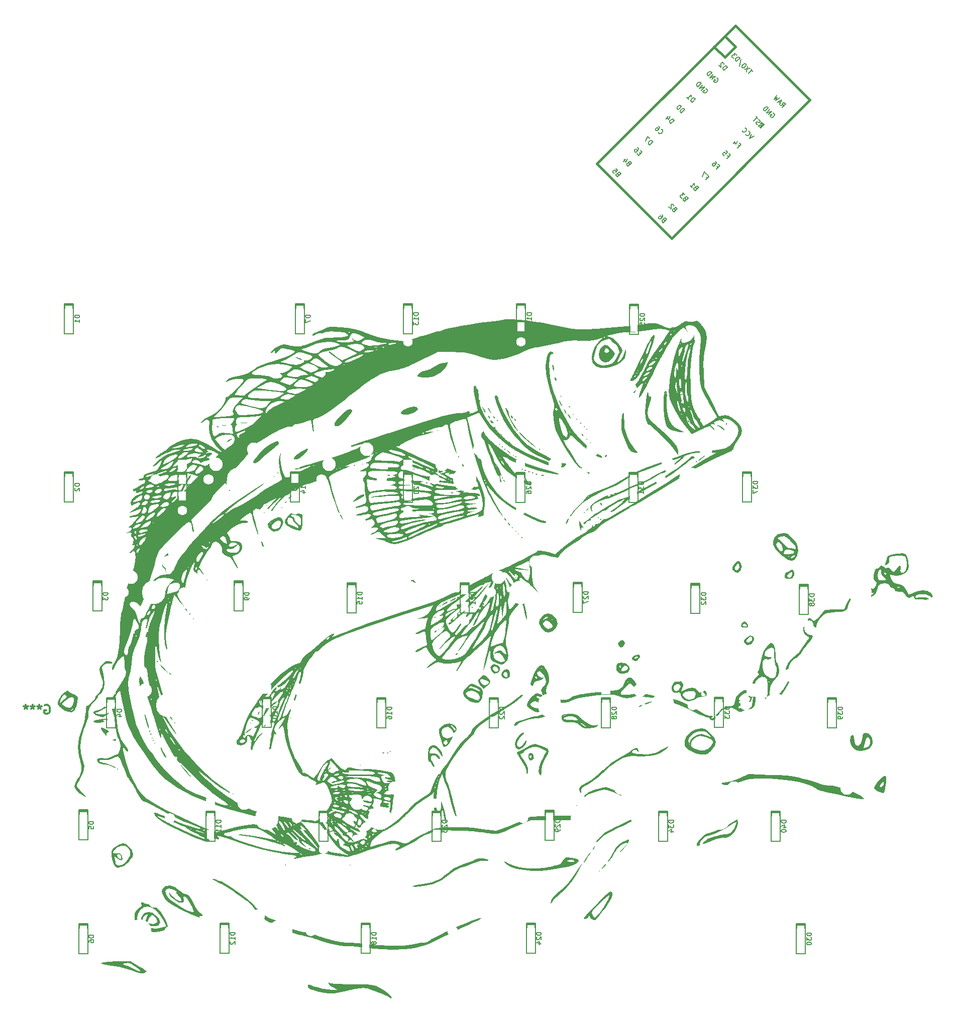
<source format=gbo>
G04 #@! TF.GenerationSoftware,KiCad,Pcbnew,7.0.9-1.fc39*
G04 #@! TF.CreationDate,2024-01-02T19:22:47+02:00*
G04 #@! TF.ProjectId,SplitHsideLeft3,53706c69-7448-4736-9964-654c65667433,rev?*
G04 #@! TF.SameCoordinates,Original*
G04 #@! TF.FileFunction,Legend,Bot*
G04 #@! TF.FilePolarity,Positive*
%FSLAX46Y46*%
G04 Gerber Fmt 4.6, Leading zero omitted, Abs format (unit mm)*
G04 Created by KiCad (PCBNEW 7.0.9-1.fc39) date 2024-01-02 19:22:47*
%MOMM*%
%LPD*%
G01*
G04 APERTURE LIST*
G04 Aperture macros list*
%AMHorizOval*
0 Thick line with rounded ends*
0 $1 width*
0 $2 $3 position (X,Y) of the first rounded end (center of the circle)*
0 $4 $5 position (X,Y) of the second rounded end (center of the circle)*
0 Add line between two ends*
20,1,$1,$2,$3,$4,$5,0*
0 Add two circle primitives to create the rounded ends*
1,1,$1,$2,$3*
1,1,$1,$4,$5*%
%AMRotRect*
0 Rectangle, with rotation*
0 The origin of the aperture is its center*
0 $1 length*
0 $2 width*
0 $3 Rotation angle, in degrees counterclockwise*
0 Add horizontal line*
21,1,$1,$2,0,0,$3*%
G04 Aperture macros list end*
%ADD10C,0.150000*%
%ADD11C,0.300000*%
%ADD12C,0.381000*%
%ADD13RotRect,1.752600X1.752600X225.000000*%
%ADD14C,1.752600*%
%ADD15R,1.200000X1.600000*%
%ADD16R,1.600000X1.600000*%
%ADD17C,1.600000*%
%ADD18C,0.800000*%
%ADD19HorizOval,1.600000X-0.141421X-0.141421X0.141421X0.141421X0*%
%ADD20C,1.750000*%
%ADD21C,3.987800*%
%ADD22C,2.250000*%
%ADD23C,3.200000*%
%ADD24C,3.048000*%
%ADD25RotRect,1.700000X1.700000X225.000000*%
%ADD26HorizOval,1.700000X0.000000X0.000000X0.000000X0.000000X0*%
%ADD27O,2.000000X3.200000*%
%ADD28R,2.000000X2.000000*%
%ADD29C,2.000000*%
G04 APERTURE END LIST*
D10*
X73165085Y-72434924D02*
X72365085Y-72434924D01*
X72365085Y-72434924D02*
X72365085Y-72625400D01*
X72365085Y-72625400D02*
X72403180Y-72739686D01*
X72403180Y-72739686D02*
X72479370Y-72815876D01*
X72479370Y-72815876D02*
X72555561Y-72853971D01*
X72555561Y-72853971D02*
X72707942Y-72892067D01*
X72707942Y-72892067D02*
X72822228Y-72892067D01*
X72822228Y-72892067D02*
X72974609Y-72853971D01*
X72974609Y-72853971D02*
X73050799Y-72815876D01*
X73050799Y-72815876D02*
X73126990Y-72739686D01*
X73126990Y-72739686D02*
X73165085Y-72625400D01*
X73165085Y-72625400D02*
X73165085Y-72434924D01*
X73165085Y-73653971D02*
X73165085Y-73196828D01*
X73165085Y-73425400D02*
X72365085Y-73425400D01*
X72365085Y-73425400D02*
X72479370Y-73349209D01*
X72479370Y-73349209D02*
X72555561Y-73273019D01*
X72555561Y-73273019D02*
X72593656Y-73196828D01*
X73165085Y-100834924D02*
X72365085Y-100834924D01*
X72365085Y-100834924D02*
X72365085Y-101025400D01*
X72365085Y-101025400D02*
X72403180Y-101139686D01*
X72403180Y-101139686D02*
X72479370Y-101215876D01*
X72479370Y-101215876D02*
X72555561Y-101253971D01*
X72555561Y-101253971D02*
X72707942Y-101292067D01*
X72707942Y-101292067D02*
X72822228Y-101292067D01*
X72822228Y-101292067D02*
X72974609Y-101253971D01*
X72974609Y-101253971D02*
X73050799Y-101215876D01*
X73050799Y-101215876D02*
X73126990Y-101139686D01*
X73126990Y-101139686D02*
X73165085Y-101025400D01*
X73165085Y-101025400D02*
X73165085Y-100834924D01*
X72441275Y-101596828D02*
X72403180Y-101634924D01*
X72403180Y-101634924D02*
X72365085Y-101711114D01*
X72365085Y-101711114D02*
X72365085Y-101901590D01*
X72365085Y-101901590D02*
X72403180Y-101977781D01*
X72403180Y-101977781D02*
X72441275Y-102015876D01*
X72441275Y-102015876D02*
X72517466Y-102053971D01*
X72517466Y-102053971D02*
X72593656Y-102053971D01*
X72593656Y-102053971D02*
X72707942Y-102015876D01*
X72707942Y-102015876D02*
X73165085Y-101558733D01*
X73165085Y-101558733D02*
X73165085Y-102053971D01*
X77927605Y-119236673D02*
X77127605Y-119236673D01*
X77127605Y-119236673D02*
X77127605Y-119427149D01*
X77127605Y-119427149D02*
X77165700Y-119541435D01*
X77165700Y-119541435D02*
X77241890Y-119617625D01*
X77241890Y-119617625D02*
X77318081Y-119655720D01*
X77318081Y-119655720D02*
X77470462Y-119693816D01*
X77470462Y-119693816D02*
X77584748Y-119693816D01*
X77584748Y-119693816D02*
X77737129Y-119655720D01*
X77737129Y-119655720D02*
X77813319Y-119617625D01*
X77813319Y-119617625D02*
X77889510Y-119541435D01*
X77889510Y-119541435D02*
X77927605Y-119427149D01*
X77927605Y-119427149D02*
X77927605Y-119236673D01*
X77127605Y-119960482D02*
X77127605Y-120455720D01*
X77127605Y-120455720D02*
X77432367Y-120189054D01*
X77432367Y-120189054D02*
X77432367Y-120303339D01*
X77432367Y-120303339D02*
X77470462Y-120379530D01*
X77470462Y-120379530D02*
X77508557Y-120417625D01*
X77508557Y-120417625D02*
X77584748Y-120455720D01*
X77584748Y-120455720D02*
X77775224Y-120455720D01*
X77775224Y-120455720D02*
X77851414Y-120417625D01*
X77851414Y-120417625D02*
X77889510Y-120379530D01*
X77889510Y-120379530D02*
X77927605Y-120303339D01*
X77927605Y-120303339D02*
X77927605Y-120074768D01*
X77927605Y-120074768D02*
X77889510Y-119998577D01*
X77889510Y-119998577D02*
X77851414Y-119960482D01*
X80262295Y-138934924D02*
X79462295Y-138934924D01*
X79462295Y-138934924D02*
X79462295Y-139125400D01*
X79462295Y-139125400D02*
X79500390Y-139239686D01*
X79500390Y-139239686D02*
X79576580Y-139315876D01*
X79576580Y-139315876D02*
X79652771Y-139353971D01*
X79652771Y-139353971D02*
X79805152Y-139392067D01*
X79805152Y-139392067D02*
X79919438Y-139392067D01*
X79919438Y-139392067D02*
X80071819Y-139353971D01*
X80071819Y-139353971D02*
X80148009Y-139315876D01*
X80148009Y-139315876D02*
X80224200Y-139239686D01*
X80224200Y-139239686D02*
X80262295Y-139125400D01*
X80262295Y-139125400D02*
X80262295Y-138934924D01*
X79728961Y-140077781D02*
X80262295Y-140077781D01*
X79424200Y-139887305D02*
X79995628Y-139696828D01*
X79995628Y-139696828D02*
X79995628Y-140192067D01*
X75546345Y-157834924D02*
X74746345Y-157834924D01*
X74746345Y-157834924D02*
X74746345Y-158025400D01*
X74746345Y-158025400D02*
X74784440Y-158139686D01*
X74784440Y-158139686D02*
X74860630Y-158215876D01*
X74860630Y-158215876D02*
X74936821Y-158253971D01*
X74936821Y-158253971D02*
X75089202Y-158292067D01*
X75089202Y-158292067D02*
X75203488Y-158292067D01*
X75203488Y-158292067D02*
X75355869Y-158253971D01*
X75355869Y-158253971D02*
X75432059Y-158215876D01*
X75432059Y-158215876D02*
X75508250Y-158139686D01*
X75508250Y-158139686D02*
X75546345Y-158025400D01*
X75546345Y-158025400D02*
X75546345Y-157834924D01*
X74746345Y-159015876D02*
X74746345Y-158634924D01*
X74746345Y-158634924D02*
X75127297Y-158596828D01*
X75127297Y-158596828D02*
X75089202Y-158634924D01*
X75089202Y-158634924D02*
X75051107Y-158711114D01*
X75051107Y-158711114D02*
X75051107Y-158901590D01*
X75051107Y-158901590D02*
X75089202Y-158977781D01*
X75089202Y-158977781D02*
X75127297Y-159015876D01*
X75127297Y-159015876D02*
X75203488Y-159053971D01*
X75203488Y-159053971D02*
X75393964Y-159053971D01*
X75393964Y-159053971D02*
X75470154Y-159015876D01*
X75470154Y-159015876D02*
X75508250Y-158977781D01*
X75508250Y-158977781D02*
X75546345Y-158901590D01*
X75546345Y-158901590D02*
X75546345Y-158711114D01*
X75546345Y-158711114D02*
X75508250Y-158634924D01*
X75508250Y-158634924D02*
X75470154Y-158596828D01*
X75546345Y-177034924D02*
X74746345Y-177034924D01*
X74746345Y-177034924D02*
X74746345Y-177225400D01*
X74746345Y-177225400D02*
X74784440Y-177339686D01*
X74784440Y-177339686D02*
X74860630Y-177415876D01*
X74860630Y-177415876D02*
X74936821Y-177453971D01*
X74936821Y-177453971D02*
X75089202Y-177492067D01*
X75089202Y-177492067D02*
X75203488Y-177492067D01*
X75203488Y-177492067D02*
X75355869Y-177453971D01*
X75355869Y-177453971D02*
X75432059Y-177415876D01*
X75432059Y-177415876D02*
X75508250Y-177339686D01*
X75508250Y-177339686D02*
X75546345Y-177225400D01*
X75546345Y-177225400D02*
X75546345Y-177034924D01*
X74746345Y-178177781D02*
X74746345Y-178025400D01*
X74746345Y-178025400D02*
X74784440Y-177949209D01*
X74784440Y-177949209D02*
X74822535Y-177911114D01*
X74822535Y-177911114D02*
X74936821Y-177834924D01*
X74936821Y-177834924D02*
X75089202Y-177796828D01*
X75089202Y-177796828D02*
X75393964Y-177796828D01*
X75393964Y-177796828D02*
X75470154Y-177834924D01*
X75470154Y-177834924D02*
X75508250Y-177873019D01*
X75508250Y-177873019D02*
X75546345Y-177949209D01*
X75546345Y-177949209D02*
X75546345Y-178101590D01*
X75546345Y-178101590D02*
X75508250Y-178177781D01*
X75508250Y-178177781D02*
X75470154Y-178215876D01*
X75470154Y-178215876D02*
X75393964Y-178253971D01*
X75393964Y-178253971D02*
X75203488Y-178253971D01*
X75203488Y-178253971D02*
X75127297Y-178215876D01*
X75127297Y-178215876D02*
X75089202Y-178177781D01*
X75089202Y-178177781D02*
X75051107Y-178101590D01*
X75051107Y-178101590D02*
X75051107Y-177949209D01*
X75051107Y-177949209D02*
X75089202Y-177873019D01*
X75089202Y-177873019D02*
X75127297Y-177834924D01*
X75127297Y-177834924D02*
X75203488Y-177796828D01*
X92262295Y-100934924D02*
X91462295Y-100934924D01*
X91462295Y-100934924D02*
X91462295Y-101125400D01*
X91462295Y-101125400D02*
X91500390Y-101239686D01*
X91500390Y-101239686D02*
X91576580Y-101315876D01*
X91576580Y-101315876D02*
X91652771Y-101353971D01*
X91652771Y-101353971D02*
X91805152Y-101392067D01*
X91805152Y-101392067D02*
X91919438Y-101392067D01*
X91919438Y-101392067D02*
X92071819Y-101353971D01*
X92071819Y-101353971D02*
X92148009Y-101315876D01*
X92148009Y-101315876D02*
X92224200Y-101239686D01*
X92224200Y-101239686D02*
X92262295Y-101125400D01*
X92262295Y-101125400D02*
X92262295Y-100934924D01*
X91805152Y-101849209D02*
X91767057Y-101773019D01*
X91767057Y-101773019D02*
X91728961Y-101734924D01*
X91728961Y-101734924D02*
X91652771Y-101696828D01*
X91652771Y-101696828D02*
X91614676Y-101696828D01*
X91614676Y-101696828D02*
X91538485Y-101734924D01*
X91538485Y-101734924D02*
X91500390Y-101773019D01*
X91500390Y-101773019D02*
X91462295Y-101849209D01*
X91462295Y-101849209D02*
X91462295Y-102001590D01*
X91462295Y-102001590D02*
X91500390Y-102077781D01*
X91500390Y-102077781D02*
X91538485Y-102115876D01*
X91538485Y-102115876D02*
X91614676Y-102153971D01*
X91614676Y-102153971D02*
X91652771Y-102153971D01*
X91652771Y-102153971D02*
X91728961Y-102115876D01*
X91728961Y-102115876D02*
X91767057Y-102077781D01*
X91767057Y-102077781D02*
X91805152Y-102001590D01*
X91805152Y-102001590D02*
X91805152Y-101849209D01*
X91805152Y-101849209D02*
X91843247Y-101773019D01*
X91843247Y-101773019D02*
X91881342Y-101734924D01*
X91881342Y-101734924D02*
X91957533Y-101696828D01*
X91957533Y-101696828D02*
X92109914Y-101696828D01*
X92109914Y-101696828D02*
X92186104Y-101734924D01*
X92186104Y-101734924D02*
X92224200Y-101773019D01*
X92224200Y-101773019D02*
X92262295Y-101849209D01*
X92262295Y-101849209D02*
X92262295Y-102001590D01*
X92262295Y-102001590D02*
X92224200Y-102077781D01*
X92224200Y-102077781D02*
X92186104Y-102115876D01*
X92186104Y-102115876D02*
X92109914Y-102153971D01*
X92109914Y-102153971D02*
X91957533Y-102153971D01*
X91957533Y-102153971D02*
X91881342Y-102115876D01*
X91881342Y-102115876D02*
X91843247Y-102077781D01*
X91843247Y-102077781D02*
X91805152Y-102001590D01*
X101740205Y-119236673D02*
X100940205Y-119236673D01*
X100940205Y-119236673D02*
X100940205Y-119427149D01*
X100940205Y-119427149D02*
X100978300Y-119541435D01*
X100978300Y-119541435D02*
X101054490Y-119617625D01*
X101054490Y-119617625D02*
X101130681Y-119655720D01*
X101130681Y-119655720D02*
X101283062Y-119693816D01*
X101283062Y-119693816D02*
X101397348Y-119693816D01*
X101397348Y-119693816D02*
X101549729Y-119655720D01*
X101549729Y-119655720D02*
X101625919Y-119617625D01*
X101625919Y-119617625D02*
X101702110Y-119541435D01*
X101702110Y-119541435D02*
X101740205Y-119427149D01*
X101740205Y-119427149D02*
X101740205Y-119236673D01*
X101740205Y-120074768D02*
X101740205Y-120227149D01*
X101740205Y-120227149D02*
X101702110Y-120303339D01*
X101702110Y-120303339D02*
X101664014Y-120341435D01*
X101664014Y-120341435D02*
X101549729Y-120417625D01*
X101549729Y-120417625D02*
X101397348Y-120455720D01*
X101397348Y-120455720D02*
X101092586Y-120455720D01*
X101092586Y-120455720D02*
X101016395Y-120417625D01*
X101016395Y-120417625D02*
X100978300Y-120379530D01*
X100978300Y-120379530D02*
X100940205Y-120303339D01*
X100940205Y-120303339D02*
X100940205Y-120150958D01*
X100940205Y-120150958D02*
X100978300Y-120074768D01*
X100978300Y-120074768D02*
X101016395Y-120036673D01*
X101016395Y-120036673D02*
X101092586Y-119998577D01*
X101092586Y-119998577D02*
X101283062Y-119998577D01*
X101283062Y-119998577D02*
X101359252Y-120036673D01*
X101359252Y-120036673D02*
X101397348Y-120074768D01*
X101397348Y-120074768D02*
X101435443Y-120150958D01*
X101435443Y-120150958D02*
X101435443Y-120303339D01*
X101435443Y-120303339D02*
X101397348Y-120379530D01*
X101397348Y-120379530D02*
X101359252Y-120417625D01*
X101359252Y-120417625D02*
X101283062Y-120455720D01*
X106502725Y-138453971D02*
X105702725Y-138453971D01*
X105702725Y-138453971D02*
X105702725Y-138644447D01*
X105702725Y-138644447D02*
X105740820Y-138758733D01*
X105740820Y-138758733D02*
X105817010Y-138834923D01*
X105817010Y-138834923D02*
X105893201Y-138873018D01*
X105893201Y-138873018D02*
X106045582Y-138911114D01*
X106045582Y-138911114D02*
X106159868Y-138911114D01*
X106159868Y-138911114D02*
X106312249Y-138873018D01*
X106312249Y-138873018D02*
X106388439Y-138834923D01*
X106388439Y-138834923D02*
X106464630Y-138758733D01*
X106464630Y-138758733D02*
X106502725Y-138644447D01*
X106502725Y-138644447D02*
X106502725Y-138453971D01*
X106502725Y-139673018D02*
X106502725Y-139215875D01*
X106502725Y-139444447D02*
X105702725Y-139444447D01*
X105702725Y-139444447D02*
X105817010Y-139368256D01*
X105817010Y-139368256D02*
X105893201Y-139292066D01*
X105893201Y-139292066D02*
X105931296Y-139215875D01*
X105702725Y-140168257D02*
X105702725Y-140244447D01*
X105702725Y-140244447D02*
X105740820Y-140320638D01*
X105740820Y-140320638D02*
X105778915Y-140358733D01*
X105778915Y-140358733D02*
X105855106Y-140396828D01*
X105855106Y-140396828D02*
X106007487Y-140434923D01*
X106007487Y-140434923D02*
X106197963Y-140434923D01*
X106197963Y-140434923D02*
X106350344Y-140396828D01*
X106350344Y-140396828D02*
X106426534Y-140358733D01*
X106426534Y-140358733D02*
X106464630Y-140320638D01*
X106464630Y-140320638D02*
X106502725Y-140244447D01*
X106502725Y-140244447D02*
X106502725Y-140168257D01*
X106502725Y-140168257D02*
X106464630Y-140092066D01*
X106464630Y-140092066D02*
X106426534Y-140053971D01*
X106426534Y-140053971D02*
X106350344Y-140015876D01*
X106350344Y-140015876D02*
X106197963Y-139977780D01*
X106197963Y-139977780D02*
X106007487Y-139977780D01*
X106007487Y-139977780D02*
X105855106Y-140015876D01*
X105855106Y-140015876D02*
X105778915Y-140053971D01*
X105778915Y-140053971D02*
X105740820Y-140092066D01*
X105740820Y-140092066D02*
X105702725Y-140168257D01*
X96977685Y-157653971D02*
X96177685Y-157653971D01*
X96177685Y-157653971D02*
X96177685Y-157844447D01*
X96177685Y-157844447D02*
X96215780Y-157958733D01*
X96215780Y-157958733D02*
X96291970Y-158034923D01*
X96291970Y-158034923D02*
X96368161Y-158073018D01*
X96368161Y-158073018D02*
X96520542Y-158111114D01*
X96520542Y-158111114D02*
X96634828Y-158111114D01*
X96634828Y-158111114D02*
X96787209Y-158073018D01*
X96787209Y-158073018D02*
X96863399Y-158034923D01*
X96863399Y-158034923D02*
X96939590Y-157958733D01*
X96939590Y-157958733D02*
X96977685Y-157844447D01*
X96977685Y-157844447D02*
X96977685Y-157653971D01*
X96977685Y-158873018D02*
X96977685Y-158415875D01*
X96977685Y-158644447D02*
X96177685Y-158644447D01*
X96177685Y-158644447D02*
X96291970Y-158568256D01*
X96291970Y-158568256D02*
X96368161Y-158492066D01*
X96368161Y-158492066D02*
X96406256Y-158415875D01*
X96977685Y-159634923D02*
X96977685Y-159177780D01*
X96977685Y-159406352D02*
X96177685Y-159406352D01*
X96177685Y-159406352D02*
X96291970Y-159330161D01*
X96291970Y-159330161D02*
X96368161Y-159253971D01*
X96368161Y-159253971D02*
X96406256Y-159177780D01*
X99358945Y-176553971D02*
X98558945Y-176553971D01*
X98558945Y-176553971D02*
X98558945Y-176744447D01*
X98558945Y-176744447D02*
X98597040Y-176858733D01*
X98597040Y-176858733D02*
X98673230Y-176934923D01*
X98673230Y-176934923D02*
X98749421Y-176973018D01*
X98749421Y-176973018D02*
X98901802Y-177011114D01*
X98901802Y-177011114D02*
X99016088Y-177011114D01*
X99016088Y-177011114D02*
X99168469Y-176973018D01*
X99168469Y-176973018D02*
X99244659Y-176934923D01*
X99244659Y-176934923D02*
X99320850Y-176858733D01*
X99320850Y-176858733D02*
X99358945Y-176744447D01*
X99358945Y-176744447D02*
X99358945Y-176553971D01*
X99358945Y-177773018D02*
X99358945Y-177315875D01*
X99358945Y-177544447D02*
X98558945Y-177544447D01*
X98558945Y-177544447D02*
X98673230Y-177468256D01*
X98673230Y-177468256D02*
X98749421Y-177392066D01*
X98749421Y-177392066D02*
X98787516Y-177315875D01*
X98635135Y-178077780D02*
X98597040Y-178115876D01*
X98597040Y-178115876D02*
X98558945Y-178192066D01*
X98558945Y-178192066D02*
X98558945Y-178382542D01*
X98558945Y-178382542D02*
X98597040Y-178458733D01*
X98597040Y-178458733D02*
X98635135Y-178496828D01*
X98635135Y-178496828D02*
X98711326Y-178534923D01*
X98711326Y-178534923D02*
X98787516Y-178534923D01*
X98787516Y-178534923D02*
X98901802Y-178496828D01*
X98901802Y-178496828D02*
X99358945Y-178039685D01*
X99358945Y-178039685D02*
X99358945Y-178534923D01*
X111265245Y-100453971D02*
X110465245Y-100453971D01*
X110465245Y-100453971D02*
X110465245Y-100644447D01*
X110465245Y-100644447D02*
X110503340Y-100758733D01*
X110503340Y-100758733D02*
X110579530Y-100834923D01*
X110579530Y-100834923D02*
X110655721Y-100873018D01*
X110655721Y-100873018D02*
X110808102Y-100911114D01*
X110808102Y-100911114D02*
X110922388Y-100911114D01*
X110922388Y-100911114D02*
X111074769Y-100873018D01*
X111074769Y-100873018D02*
X111150959Y-100834923D01*
X111150959Y-100834923D02*
X111227150Y-100758733D01*
X111227150Y-100758733D02*
X111265245Y-100644447D01*
X111265245Y-100644447D02*
X111265245Y-100453971D01*
X111265245Y-101673018D02*
X111265245Y-101215875D01*
X111265245Y-101444447D02*
X110465245Y-101444447D01*
X110465245Y-101444447D02*
X110579530Y-101368256D01*
X110579530Y-101368256D02*
X110655721Y-101292066D01*
X110655721Y-101292066D02*
X110693816Y-101215875D01*
X110731911Y-102358733D02*
X111265245Y-102358733D01*
X110427150Y-102168257D02*
X110998578Y-101977780D01*
X110998578Y-101977780D02*
X110998578Y-102473019D01*
X120790285Y-119183830D02*
X119990285Y-119183830D01*
X119990285Y-119183830D02*
X119990285Y-119374306D01*
X119990285Y-119374306D02*
X120028380Y-119488592D01*
X120028380Y-119488592D02*
X120104570Y-119564782D01*
X120104570Y-119564782D02*
X120180761Y-119602877D01*
X120180761Y-119602877D02*
X120333142Y-119640973D01*
X120333142Y-119640973D02*
X120447428Y-119640973D01*
X120447428Y-119640973D02*
X120599809Y-119602877D01*
X120599809Y-119602877D02*
X120675999Y-119564782D01*
X120675999Y-119564782D02*
X120752190Y-119488592D01*
X120752190Y-119488592D02*
X120790285Y-119374306D01*
X120790285Y-119374306D02*
X120790285Y-119183830D01*
X120790285Y-120402877D02*
X120790285Y-119945734D01*
X120790285Y-120174306D02*
X119990285Y-120174306D01*
X119990285Y-120174306D02*
X120104570Y-120098115D01*
X120104570Y-120098115D02*
X120180761Y-120021925D01*
X120180761Y-120021925D02*
X120218856Y-119945734D01*
X119990285Y-121126687D02*
X119990285Y-120745735D01*
X119990285Y-120745735D02*
X120371237Y-120707639D01*
X120371237Y-120707639D02*
X120333142Y-120745735D01*
X120333142Y-120745735D02*
X120295047Y-120821925D01*
X120295047Y-120821925D02*
X120295047Y-121012401D01*
X120295047Y-121012401D02*
X120333142Y-121088592D01*
X120333142Y-121088592D02*
X120371237Y-121126687D01*
X120371237Y-121126687D02*
X120447428Y-121164782D01*
X120447428Y-121164782D02*
X120637904Y-121164782D01*
X120637904Y-121164782D02*
X120714094Y-121126687D01*
X120714094Y-121126687D02*
X120752190Y-121088592D01*
X120752190Y-121088592D02*
X120790285Y-121012401D01*
X120790285Y-121012401D02*
X120790285Y-120821925D01*
X120790285Y-120821925D02*
X120752190Y-120745735D01*
X120752190Y-120745735D02*
X120714094Y-120707639D01*
X125762295Y-138553971D02*
X124962295Y-138553971D01*
X124962295Y-138553971D02*
X124962295Y-138744447D01*
X124962295Y-138744447D02*
X125000390Y-138858733D01*
X125000390Y-138858733D02*
X125076580Y-138934923D01*
X125076580Y-138934923D02*
X125152771Y-138973018D01*
X125152771Y-138973018D02*
X125305152Y-139011114D01*
X125305152Y-139011114D02*
X125419438Y-139011114D01*
X125419438Y-139011114D02*
X125571819Y-138973018D01*
X125571819Y-138973018D02*
X125648009Y-138934923D01*
X125648009Y-138934923D02*
X125724200Y-138858733D01*
X125724200Y-138858733D02*
X125762295Y-138744447D01*
X125762295Y-138744447D02*
X125762295Y-138553971D01*
X125762295Y-139773018D02*
X125762295Y-139315875D01*
X125762295Y-139544447D02*
X124962295Y-139544447D01*
X124962295Y-139544447D02*
X125076580Y-139468256D01*
X125076580Y-139468256D02*
X125152771Y-139392066D01*
X125152771Y-139392066D02*
X125190866Y-139315875D01*
X124962295Y-140458733D02*
X124962295Y-140306352D01*
X124962295Y-140306352D02*
X125000390Y-140230161D01*
X125000390Y-140230161D02*
X125038485Y-140192066D01*
X125038485Y-140192066D02*
X125152771Y-140115876D01*
X125152771Y-140115876D02*
X125305152Y-140077780D01*
X125305152Y-140077780D02*
X125609914Y-140077780D01*
X125609914Y-140077780D02*
X125686104Y-140115876D01*
X125686104Y-140115876D02*
X125724200Y-140153971D01*
X125724200Y-140153971D02*
X125762295Y-140230161D01*
X125762295Y-140230161D02*
X125762295Y-140382542D01*
X125762295Y-140382542D02*
X125724200Y-140458733D01*
X125724200Y-140458733D02*
X125686104Y-140496828D01*
X125686104Y-140496828D02*
X125609914Y-140534923D01*
X125609914Y-140534923D02*
X125419438Y-140534923D01*
X125419438Y-140534923D02*
X125343247Y-140496828D01*
X125343247Y-140496828D02*
X125305152Y-140458733D01*
X125305152Y-140458733D02*
X125267057Y-140382542D01*
X125267057Y-140382542D02*
X125267057Y-140230161D01*
X125267057Y-140230161D02*
X125305152Y-140153971D01*
X125305152Y-140153971D02*
X125343247Y-140115876D01*
X125343247Y-140115876D02*
X125419438Y-140077780D01*
X116027765Y-157653971D02*
X115227765Y-157653971D01*
X115227765Y-157653971D02*
X115227765Y-157844447D01*
X115227765Y-157844447D02*
X115265860Y-157958733D01*
X115265860Y-157958733D02*
X115342050Y-158034923D01*
X115342050Y-158034923D02*
X115418241Y-158073018D01*
X115418241Y-158073018D02*
X115570622Y-158111114D01*
X115570622Y-158111114D02*
X115684908Y-158111114D01*
X115684908Y-158111114D02*
X115837289Y-158073018D01*
X115837289Y-158073018D02*
X115913479Y-158034923D01*
X115913479Y-158034923D02*
X115989670Y-157958733D01*
X115989670Y-157958733D02*
X116027765Y-157844447D01*
X116027765Y-157844447D02*
X116027765Y-157653971D01*
X116027765Y-158873018D02*
X116027765Y-158415875D01*
X116027765Y-158644447D02*
X115227765Y-158644447D01*
X115227765Y-158644447D02*
X115342050Y-158568256D01*
X115342050Y-158568256D02*
X115418241Y-158492066D01*
X115418241Y-158492066D02*
X115456336Y-158415875D01*
X115227765Y-159139685D02*
X115227765Y-159673019D01*
X115227765Y-159673019D02*
X116027765Y-159330161D01*
X123171545Y-176553971D02*
X122371545Y-176553971D01*
X122371545Y-176553971D02*
X122371545Y-176744447D01*
X122371545Y-176744447D02*
X122409640Y-176858733D01*
X122409640Y-176858733D02*
X122485830Y-176934923D01*
X122485830Y-176934923D02*
X122562021Y-176973018D01*
X122562021Y-176973018D02*
X122714402Y-177011114D01*
X122714402Y-177011114D02*
X122828688Y-177011114D01*
X122828688Y-177011114D02*
X122981069Y-176973018D01*
X122981069Y-176973018D02*
X123057259Y-176934923D01*
X123057259Y-176934923D02*
X123133450Y-176858733D01*
X123133450Y-176858733D02*
X123171545Y-176744447D01*
X123171545Y-176744447D02*
X123171545Y-176553971D01*
X123171545Y-177773018D02*
X123171545Y-177315875D01*
X123171545Y-177544447D02*
X122371545Y-177544447D01*
X122371545Y-177544447D02*
X122485830Y-177468256D01*
X122485830Y-177468256D02*
X122562021Y-177392066D01*
X122562021Y-177392066D02*
X122600116Y-177315875D01*
X122714402Y-178230161D02*
X122676307Y-178153971D01*
X122676307Y-178153971D02*
X122638211Y-178115876D01*
X122638211Y-178115876D02*
X122562021Y-178077780D01*
X122562021Y-178077780D02*
X122523926Y-178077780D01*
X122523926Y-178077780D02*
X122447735Y-178115876D01*
X122447735Y-178115876D02*
X122409640Y-178153971D01*
X122409640Y-178153971D02*
X122371545Y-178230161D01*
X122371545Y-178230161D02*
X122371545Y-178382542D01*
X122371545Y-178382542D02*
X122409640Y-178458733D01*
X122409640Y-178458733D02*
X122447735Y-178496828D01*
X122447735Y-178496828D02*
X122523926Y-178534923D01*
X122523926Y-178534923D02*
X122562021Y-178534923D01*
X122562021Y-178534923D02*
X122638211Y-178496828D01*
X122638211Y-178496828D02*
X122676307Y-178458733D01*
X122676307Y-178458733D02*
X122714402Y-178382542D01*
X122714402Y-178382542D02*
X122714402Y-178230161D01*
X122714402Y-178230161D02*
X122752497Y-178153971D01*
X122752497Y-178153971D02*
X122790592Y-178115876D01*
X122790592Y-178115876D02*
X122866783Y-178077780D01*
X122866783Y-178077780D02*
X123019164Y-178077780D01*
X123019164Y-178077780D02*
X123095354Y-178115876D01*
X123095354Y-178115876D02*
X123133450Y-178153971D01*
X123133450Y-178153971D02*
X123171545Y-178230161D01*
X123171545Y-178230161D02*
X123171545Y-178382542D01*
X123171545Y-178382542D02*
X123133450Y-178458733D01*
X123133450Y-178458733D02*
X123095354Y-178496828D01*
X123095354Y-178496828D02*
X123019164Y-178534923D01*
X123019164Y-178534923D02*
X122866783Y-178534923D01*
X122866783Y-178534923D02*
X122790592Y-178496828D01*
X122790592Y-178496828D02*
X122752497Y-178458733D01*
X122752497Y-178458733D02*
X122714402Y-178382542D01*
X130315325Y-100553971D02*
X129515325Y-100553971D01*
X129515325Y-100553971D02*
X129515325Y-100744447D01*
X129515325Y-100744447D02*
X129553420Y-100858733D01*
X129553420Y-100858733D02*
X129629610Y-100934923D01*
X129629610Y-100934923D02*
X129705801Y-100973018D01*
X129705801Y-100973018D02*
X129858182Y-101011114D01*
X129858182Y-101011114D02*
X129972468Y-101011114D01*
X129972468Y-101011114D02*
X130124849Y-100973018D01*
X130124849Y-100973018D02*
X130201039Y-100934923D01*
X130201039Y-100934923D02*
X130277230Y-100858733D01*
X130277230Y-100858733D02*
X130315325Y-100744447D01*
X130315325Y-100744447D02*
X130315325Y-100553971D01*
X129591515Y-101315875D02*
X129553420Y-101353971D01*
X129553420Y-101353971D02*
X129515325Y-101430161D01*
X129515325Y-101430161D02*
X129515325Y-101620637D01*
X129515325Y-101620637D02*
X129553420Y-101696828D01*
X129553420Y-101696828D02*
X129591515Y-101734923D01*
X129591515Y-101734923D02*
X129667706Y-101773018D01*
X129667706Y-101773018D02*
X129743896Y-101773018D01*
X129743896Y-101773018D02*
X129858182Y-101734923D01*
X129858182Y-101734923D02*
X130315325Y-101277780D01*
X130315325Y-101277780D02*
X130315325Y-101773018D01*
X129515325Y-102268257D02*
X129515325Y-102344447D01*
X129515325Y-102344447D02*
X129553420Y-102420638D01*
X129553420Y-102420638D02*
X129591515Y-102458733D01*
X129591515Y-102458733D02*
X129667706Y-102496828D01*
X129667706Y-102496828D02*
X129820087Y-102534923D01*
X129820087Y-102534923D02*
X130010563Y-102534923D01*
X130010563Y-102534923D02*
X130162944Y-102496828D01*
X130162944Y-102496828D02*
X130239134Y-102458733D01*
X130239134Y-102458733D02*
X130277230Y-102420638D01*
X130277230Y-102420638D02*
X130315325Y-102344447D01*
X130315325Y-102344447D02*
X130315325Y-102268257D01*
X130315325Y-102268257D02*
X130277230Y-102192066D01*
X130277230Y-102192066D02*
X130239134Y-102153971D01*
X130239134Y-102153971D02*
X130162944Y-102115876D01*
X130162944Y-102115876D02*
X130010563Y-102077780D01*
X130010563Y-102077780D02*
X129820087Y-102077780D01*
X129820087Y-102077780D02*
X129667706Y-102115876D01*
X129667706Y-102115876D02*
X129591515Y-102153971D01*
X129591515Y-102153971D02*
X129553420Y-102192066D01*
X129553420Y-102192066D02*
X129515325Y-102268257D01*
X139840365Y-119183830D02*
X139040365Y-119183830D01*
X139040365Y-119183830D02*
X139040365Y-119374306D01*
X139040365Y-119374306D02*
X139078460Y-119488592D01*
X139078460Y-119488592D02*
X139154650Y-119564782D01*
X139154650Y-119564782D02*
X139230841Y-119602877D01*
X139230841Y-119602877D02*
X139383222Y-119640973D01*
X139383222Y-119640973D02*
X139497508Y-119640973D01*
X139497508Y-119640973D02*
X139649889Y-119602877D01*
X139649889Y-119602877D02*
X139726079Y-119564782D01*
X139726079Y-119564782D02*
X139802270Y-119488592D01*
X139802270Y-119488592D02*
X139840365Y-119374306D01*
X139840365Y-119374306D02*
X139840365Y-119183830D01*
X139116555Y-119945734D02*
X139078460Y-119983830D01*
X139078460Y-119983830D02*
X139040365Y-120060020D01*
X139040365Y-120060020D02*
X139040365Y-120250496D01*
X139040365Y-120250496D02*
X139078460Y-120326687D01*
X139078460Y-120326687D02*
X139116555Y-120364782D01*
X139116555Y-120364782D02*
X139192746Y-120402877D01*
X139192746Y-120402877D02*
X139268936Y-120402877D01*
X139268936Y-120402877D02*
X139383222Y-120364782D01*
X139383222Y-120364782D02*
X139840365Y-119907639D01*
X139840365Y-119907639D02*
X139840365Y-120402877D01*
X139840365Y-121164782D02*
X139840365Y-120707639D01*
X139840365Y-120936211D02*
X139040365Y-120936211D01*
X139040365Y-120936211D02*
X139154650Y-120860020D01*
X139154650Y-120860020D02*
X139230841Y-120783830D01*
X139230841Y-120783830D02*
X139268936Y-120707639D01*
X144762295Y-138553971D02*
X143962295Y-138553971D01*
X143962295Y-138553971D02*
X143962295Y-138744447D01*
X143962295Y-138744447D02*
X144000390Y-138858733D01*
X144000390Y-138858733D02*
X144076580Y-138934923D01*
X144076580Y-138934923D02*
X144152771Y-138973018D01*
X144152771Y-138973018D02*
X144305152Y-139011114D01*
X144305152Y-139011114D02*
X144419438Y-139011114D01*
X144419438Y-139011114D02*
X144571819Y-138973018D01*
X144571819Y-138973018D02*
X144648009Y-138934923D01*
X144648009Y-138934923D02*
X144724200Y-138858733D01*
X144724200Y-138858733D02*
X144762295Y-138744447D01*
X144762295Y-138744447D02*
X144762295Y-138553971D01*
X144038485Y-139315875D02*
X144000390Y-139353971D01*
X144000390Y-139353971D02*
X143962295Y-139430161D01*
X143962295Y-139430161D02*
X143962295Y-139620637D01*
X143962295Y-139620637D02*
X144000390Y-139696828D01*
X144000390Y-139696828D02*
X144038485Y-139734923D01*
X144038485Y-139734923D02*
X144114676Y-139773018D01*
X144114676Y-139773018D02*
X144190866Y-139773018D01*
X144190866Y-139773018D02*
X144305152Y-139734923D01*
X144305152Y-139734923D02*
X144762295Y-139277780D01*
X144762295Y-139277780D02*
X144762295Y-139773018D01*
X144038485Y-140077780D02*
X144000390Y-140115876D01*
X144000390Y-140115876D02*
X143962295Y-140192066D01*
X143962295Y-140192066D02*
X143962295Y-140382542D01*
X143962295Y-140382542D02*
X144000390Y-140458733D01*
X144000390Y-140458733D02*
X144038485Y-140496828D01*
X144038485Y-140496828D02*
X144114676Y-140534923D01*
X144114676Y-140534923D02*
X144190866Y-140534923D01*
X144190866Y-140534923D02*
X144305152Y-140496828D01*
X144305152Y-140496828D02*
X144762295Y-140039685D01*
X144762295Y-140039685D02*
X144762295Y-140534923D01*
X135077845Y-157653971D02*
X134277845Y-157653971D01*
X134277845Y-157653971D02*
X134277845Y-157844447D01*
X134277845Y-157844447D02*
X134315940Y-157958733D01*
X134315940Y-157958733D02*
X134392130Y-158034923D01*
X134392130Y-158034923D02*
X134468321Y-158073018D01*
X134468321Y-158073018D02*
X134620702Y-158111114D01*
X134620702Y-158111114D02*
X134734988Y-158111114D01*
X134734988Y-158111114D02*
X134887369Y-158073018D01*
X134887369Y-158073018D02*
X134963559Y-158034923D01*
X134963559Y-158034923D02*
X135039750Y-157958733D01*
X135039750Y-157958733D02*
X135077845Y-157844447D01*
X135077845Y-157844447D02*
X135077845Y-157653971D01*
X134354035Y-158415875D02*
X134315940Y-158453971D01*
X134315940Y-158453971D02*
X134277845Y-158530161D01*
X134277845Y-158530161D02*
X134277845Y-158720637D01*
X134277845Y-158720637D02*
X134315940Y-158796828D01*
X134315940Y-158796828D02*
X134354035Y-158834923D01*
X134354035Y-158834923D02*
X134430226Y-158873018D01*
X134430226Y-158873018D02*
X134506416Y-158873018D01*
X134506416Y-158873018D02*
X134620702Y-158834923D01*
X134620702Y-158834923D02*
X135077845Y-158377780D01*
X135077845Y-158377780D02*
X135077845Y-158873018D01*
X134277845Y-159139685D02*
X134277845Y-159634923D01*
X134277845Y-159634923D02*
X134582607Y-159368257D01*
X134582607Y-159368257D02*
X134582607Y-159482542D01*
X134582607Y-159482542D02*
X134620702Y-159558733D01*
X134620702Y-159558733D02*
X134658797Y-159596828D01*
X134658797Y-159596828D02*
X134734988Y-159634923D01*
X134734988Y-159634923D02*
X134925464Y-159634923D01*
X134925464Y-159634923D02*
X135001654Y-159596828D01*
X135001654Y-159596828D02*
X135039750Y-159558733D01*
X135039750Y-159558733D02*
X135077845Y-159482542D01*
X135077845Y-159482542D02*
X135077845Y-159253971D01*
X135077845Y-159253971D02*
X135039750Y-159177780D01*
X135039750Y-159177780D02*
X135001654Y-159139685D01*
X168415005Y-72153971D02*
X167615005Y-72153971D01*
X167615005Y-72153971D02*
X167615005Y-72344447D01*
X167615005Y-72344447D02*
X167653100Y-72458733D01*
X167653100Y-72458733D02*
X167729290Y-72534923D01*
X167729290Y-72534923D02*
X167805481Y-72573018D01*
X167805481Y-72573018D02*
X167957862Y-72611114D01*
X167957862Y-72611114D02*
X168072148Y-72611114D01*
X168072148Y-72611114D02*
X168224529Y-72573018D01*
X168224529Y-72573018D02*
X168300719Y-72534923D01*
X168300719Y-72534923D02*
X168376910Y-72458733D01*
X168376910Y-72458733D02*
X168415005Y-72344447D01*
X168415005Y-72344447D02*
X168415005Y-72153971D01*
X167691195Y-72915875D02*
X167653100Y-72953971D01*
X167653100Y-72953971D02*
X167615005Y-73030161D01*
X167615005Y-73030161D02*
X167615005Y-73220637D01*
X167615005Y-73220637D02*
X167653100Y-73296828D01*
X167653100Y-73296828D02*
X167691195Y-73334923D01*
X167691195Y-73334923D02*
X167767386Y-73373018D01*
X167767386Y-73373018D02*
X167843576Y-73373018D01*
X167843576Y-73373018D02*
X167957862Y-73334923D01*
X167957862Y-73334923D02*
X168415005Y-72877780D01*
X168415005Y-72877780D02*
X168415005Y-73373018D01*
X167615005Y-74096828D02*
X167615005Y-73715876D01*
X167615005Y-73715876D02*
X167995957Y-73677780D01*
X167995957Y-73677780D02*
X167957862Y-73715876D01*
X167957862Y-73715876D02*
X167919767Y-73792066D01*
X167919767Y-73792066D02*
X167919767Y-73982542D01*
X167919767Y-73982542D02*
X167957862Y-74058733D01*
X167957862Y-74058733D02*
X167995957Y-74096828D01*
X167995957Y-74096828D02*
X168072148Y-74134923D01*
X168072148Y-74134923D02*
X168262624Y-74134923D01*
X168262624Y-74134923D02*
X168338814Y-74096828D01*
X168338814Y-74096828D02*
X168376910Y-74058733D01*
X168376910Y-74058733D02*
X168415005Y-73982542D01*
X168415005Y-73982542D02*
X168415005Y-73792066D01*
X168415005Y-73792066D02*
X168376910Y-73715876D01*
X168376910Y-73715876D02*
X168338814Y-73677780D01*
X149262295Y-100553971D02*
X148462295Y-100553971D01*
X148462295Y-100553971D02*
X148462295Y-100744447D01*
X148462295Y-100744447D02*
X148500390Y-100858733D01*
X148500390Y-100858733D02*
X148576580Y-100934923D01*
X148576580Y-100934923D02*
X148652771Y-100973018D01*
X148652771Y-100973018D02*
X148805152Y-101011114D01*
X148805152Y-101011114D02*
X148919438Y-101011114D01*
X148919438Y-101011114D02*
X149071819Y-100973018D01*
X149071819Y-100973018D02*
X149148009Y-100934923D01*
X149148009Y-100934923D02*
X149224200Y-100858733D01*
X149224200Y-100858733D02*
X149262295Y-100744447D01*
X149262295Y-100744447D02*
X149262295Y-100553971D01*
X148538485Y-101315875D02*
X148500390Y-101353971D01*
X148500390Y-101353971D02*
X148462295Y-101430161D01*
X148462295Y-101430161D02*
X148462295Y-101620637D01*
X148462295Y-101620637D02*
X148500390Y-101696828D01*
X148500390Y-101696828D02*
X148538485Y-101734923D01*
X148538485Y-101734923D02*
X148614676Y-101773018D01*
X148614676Y-101773018D02*
X148690866Y-101773018D01*
X148690866Y-101773018D02*
X148805152Y-101734923D01*
X148805152Y-101734923D02*
X149262295Y-101277780D01*
X149262295Y-101277780D02*
X149262295Y-101773018D01*
X148462295Y-102458733D02*
X148462295Y-102306352D01*
X148462295Y-102306352D02*
X148500390Y-102230161D01*
X148500390Y-102230161D02*
X148538485Y-102192066D01*
X148538485Y-102192066D02*
X148652771Y-102115876D01*
X148652771Y-102115876D02*
X148805152Y-102077780D01*
X148805152Y-102077780D02*
X149109914Y-102077780D01*
X149109914Y-102077780D02*
X149186104Y-102115876D01*
X149186104Y-102115876D02*
X149224200Y-102153971D01*
X149224200Y-102153971D02*
X149262295Y-102230161D01*
X149262295Y-102230161D02*
X149262295Y-102382542D01*
X149262295Y-102382542D02*
X149224200Y-102458733D01*
X149224200Y-102458733D02*
X149186104Y-102496828D01*
X149186104Y-102496828D02*
X149109914Y-102534923D01*
X149109914Y-102534923D02*
X148919438Y-102534923D01*
X148919438Y-102534923D02*
X148843247Y-102496828D01*
X148843247Y-102496828D02*
X148805152Y-102458733D01*
X148805152Y-102458733D02*
X148767057Y-102382542D01*
X148767057Y-102382542D02*
X148767057Y-102230161D01*
X148767057Y-102230161D02*
X148805152Y-102153971D01*
X148805152Y-102153971D02*
X148843247Y-102115876D01*
X148843247Y-102115876D02*
X148919438Y-102077780D01*
X158890005Y-119064770D02*
X158090005Y-119064770D01*
X158090005Y-119064770D02*
X158090005Y-119255246D01*
X158090005Y-119255246D02*
X158128100Y-119369532D01*
X158128100Y-119369532D02*
X158204290Y-119445722D01*
X158204290Y-119445722D02*
X158280481Y-119483817D01*
X158280481Y-119483817D02*
X158432862Y-119521913D01*
X158432862Y-119521913D02*
X158547148Y-119521913D01*
X158547148Y-119521913D02*
X158699529Y-119483817D01*
X158699529Y-119483817D02*
X158775719Y-119445722D01*
X158775719Y-119445722D02*
X158851910Y-119369532D01*
X158851910Y-119369532D02*
X158890005Y-119255246D01*
X158890005Y-119255246D02*
X158890005Y-119064770D01*
X158166195Y-119826674D02*
X158128100Y-119864770D01*
X158128100Y-119864770D02*
X158090005Y-119940960D01*
X158090005Y-119940960D02*
X158090005Y-120131436D01*
X158090005Y-120131436D02*
X158128100Y-120207627D01*
X158128100Y-120207627D02*
X158166195Y-120245722D01*
X158166195Y-120245722D02*
X158242386Y-120283817D01*
X158242386Y-120283817D02*
X158318576Y-120283817D01*
X158318576Y-120283817D02*
X158432862Y-120245722D01*
X158432862Y-120245722D02*
X158890005Y-119788579D01*
X158890005Y-119788579D02*
X158890005Y-120283817D01*
X158090005Y-120550484D02*
X158090005Y-121083818D01*
X158090005Y-121083818D02*
X158890005Y-120740960D01*
X163652505Y-138553971D02*
X162852505Y-138553971D01*
X162852505Y-138553971D02*
X162852505Y-138744447D01*
X162852505Y-138744447D02*
X162890600Y-138858733D01*
X162890600Y-138858733D02*
X162966790Y-138934923D01*
X162966790Y-138934923D02*
X163042981Y-138973018D01*
X163042981Y-138973018D02*
X163195362Y-139011114D01*
X163195362Y-139011114D02*
X163309648Y-139011114D01*
X163309648Y-139011114D02*
X163462029Y-138973018D01*
X163462029Y-138973018D02*
X163538219Y-138934923D01*
X163538219Y-138934923D02*
X163614410Y-138858733D01*
X163614410Y-138858733D02*
X163652505Y-138744447D01*
X163652505Y-138744447D02*
X163652505Y-138553971D01*
X162928695Y-139315875D02*
X162890600Y-139353971D01*
X162890600Y-139353971D02*
X162852505Y-139430161D01*
X162852505Y-139430161D02*
X162852505Y-139620637D01*
X162852505Y-139620637D02*
X162890600Y-139696828D01*
X162890600Y-139696828D02*
X162928695Y-139734923D01*
X162928695Y-139734923D02*
X163004886Y-139773018D01*
X163004886Y-139773018D02*
X163081076Y-139773018D01*
X163081076Y-139773018D02*
X163195362Y-139734923D01*
X163195362Y-139734923D02*
X163652505Y-139277780D01*
X163652505Y-139277780D02*
X163652505Y-139773018D01*
X163195362Y-140230161D02*
X163157267Y-140153971D01*
X163157267Y-140153971D02*
X163119171Y-140115876D01*
X163119171Y-140115876D02*
X163042981Y-140077780D01*
X163042981Y-140077780D02*
X163004886Y-140077780D01*
X163004886Y-140077780D02*
X162928695Y-140115876D01*
X162928695Y-140115876D02*
X162890600Y-140153971D01*
X162890600Y-140153971D02*
X162852505Y-140230161D01*
X162852505Y-140230161D02*
X162852505Y-140382542D01*
X162852505Y-140382542D02*
X162890600Y-140458733D01*
X162890600Y-140458733D02*
X162928695Y-140496828D01*
X162928695Y-140496828D02*
X163004886Y-140534923D01*
X163004886Y-140534923D02*
X163042981Y-140534923D01*
X163042981Y-140534923D02*
X163119171Y-140496828D01*
X163119171Y-140496828D02*
X163157267Y-140458733D01*
X163157267Y-140458733D02*
X163195362Y-140382542D01*
X163195362Y-140382542D02*
X163195362Y-140230161D01*
X163195362Y-140230161D02*
X163233457Y-140153971D01*
X163233457Y-140153971D02*
X163271552Y-140115876D01*
X163271552Y-140115876D02*
X163347743Y-140077780D01*
X163347743Y-140077780D02*
X163500124Y-140077780D01*
X163500124Y-140077780D02*
X163576314Y-140115876D01*
X163576314Y-140115876D02*
X163614410Y-140153971D01*
X163614410Y-140153971D02*
X163652505Y-140230161D01*
X163652505Y-140230161D02*
X163652505Y-140382542D01*
X163652505Y-140382542D02*
X163614410Y-140458733D01*
X163614410Y-140458733D02*
X163576314Y-140496828D01*
X163576314Y-140496828D02*
X163500124Y-140534923D01*
X163500124Y-140534923D02*
X163347743Y-140534923D01*
X163347743Y-140534923D02*
X163271552Y-140496828D01*
X163271552Y-140496828D02*
X163233457Y-140458733D01*
X163233457Y-140458733D02*
X163195362Y-140382542D01*
X154127505Y-157553971D02*
X153327505Y-157553971D01*
X153327505Y-157553971D02*
X153327505Y-157744447D01*
X153327505Y-157744447D02*
X153365600Y-157858733D01*
X153365600Y-157858733D02*
X153441790Y-157934923D01*
X153441790Y-157934923D02*
X153517981Y-157973018D01*
X153517981Y-157973018D02*
X153670362Y-158011114D01*
X153670362Y-158011114D02*
X153784648Y-158011114D01*
X153784648Y-158011114D02*
X153937029Y-157973018D01*
X153937029Y-157973018D02*
X154013219Y-157934923D01*
X154013219Y-157934923D02*
X154089410Y-157858733D01*
X154089410Y-157858733D02*
X154127505Y-157744447D01*
X154127505Y-157744447D02*
X154127505Y-157553971D01*
X153403695Y-158315875D02*
X153365600Y-158353971D01*
X153365600Y-158353971D02*
X153327505Y-158430161D01*
X153327505Y-158430161D02*
X153327505Y-158620637D01*
X153327505Y-158620637D02*
X153365600Y-158696828D01*
X153365600Y-158696828D02*
X153403695Y-158734923D01*
X153403695Y-158734923D02*
X153479886Y-158773018D01*
X153479886Y-158773018D02*
X153556076Y-158773018D01*
X153556076Y-158773018D02*
X153670362Y-158734923D01*
X153670362Y-158734923D02*
X154127505Y-158277780D01*
X154127505Y-158277780D02*
X154127505Y-158773018D01*
X154127505Y-159153971D02*
X154127505Y-159306352D01*
X154127505Y-159306352D02*
X154089410Y-159382542D01*
X154089410Y-159382542D02*
X154051314Y-159420638D01*
X154051314Y-159420638D02*
X153937029Y-159496828D01*
X153937029Y-159496828D02*
X153784648Y-159534923D01*
X153784648Y-159534923D02*
X153479886Y-159534923D01*
X153479886Y-159534923D02*
X153403695Y-159496828D01*
X153403695Y-159496828D02*
X153365600Y-159458733D01*
X153365600Y-159458733D02*
X153327505Y-159382542D01*
X153327505Y-159382542D02*
X153327505Y-159230161D01*
X153327505Y-159230161D02*
X153365600Y-159153971D01*
X153365600Y-159153971D02*
X153403695Y-159115876D01*
X153403695Y-159115876D02*
X153479886Y-159077780D01*
X153479886Y-159077780D02*
X153670362Y-159077780D01*
X153670362Y-159077780D02*
X153746552Y-159115876D01*
X153746552Y-159115876D02*
X153784648Y-159153971D01*
X153784648Y-159153971D02*
X153822743Y-159230161D01*
X153822743Y-159230161D02*
X153822743Y-159382542D01*
X153822743Y-159382542D02*
X153784648Y-159458733D01*
X153784648Y-159458733D02*
X153746552Y-159496828D01*
X153746552Y-159496828D02*
X153670362Y-159534923D01*
X182702505Y-138453971D02*
X181902505Y-138453971D01*
X181902505Y-138453971D02*
X181902505Y-138644447D01*
X181902505Y-138644447D02*
X181940600Y-138758733D01*
X181940600Y-138758733D02*
X182016790Y-138834923D01*
X182016790Y-138834923D02*
X182092981Y-138873018D01*
X182092981Y-138873018D02*
X182245362Y-138911114D01*
X182245362Y-138911114D02*
X182359648Y-138911114D01*
X182359648Y-138911114D02*
X182512029Y-138873018D01*
X182512029Y-138873018D02*
X182588219Y-138834923D01*
X182588219Y-138834923D02*
X182664410Y-138758733D01*
X182664410Y-138758733D02*
X182702505Y-138644447D01*
X182702505Y-138644447D02*
X182702505Y-138453971D01*
X181902505Y-139177780D02*
X181902505Y-139673018D01*
X181902505Y-139673018D02*
X182207267Y-139406352D01*
X182207267Y-139406352D02*
X182207267Y-139520637D01*
X182207267Y-139520637D02*
X182245362Y-139596828D01*
X182245362Y-139596828D02*
X182283457Y-139634923D01*
X182283457Y-139634923D02*
X182359648Y-139673018D01*
X182359648Y-139673018D02*
X182550124Y-139673018D01*
X182550124Y-139673018D02*
X182626314Y-139634923D01*
X182626314Y-139634923D02*
X182664410Y-139596828D01*
X182664410Y-139596828D02*
X182702505Y-139520637D01*
X182702505Y-139520637D02*
X182702505Y-139292066D01*
X182702505Y-139292066D02*
X182664410Y-139215875D01*
X182664410Y-139215875D02*
X182626314Y-139177780D01*
X181902505Y-139939685D02*
X181902505Y-140434923D01*
X181902505Y-140434923D02*
X182207267Y-140168257D01*
X182207267Y-140168257D02*
X182207267Y-140282542D01*
X182207267Y-140282542D02*
X182245362Y-140358733D01*
X182245362Y-140358733D02*
X182283457Y-140396828D01*
X182283457Y-140396828D02*
X182359648Y-140434923D01*
X182359648Y-140434923D02*
X182550124Y-140434923D01*
X182550124Y-140434923D02*
X182626314Y-140396828D01*
X182626314Y-140396828D02*
X182664410Y-140358733D01*
X182664410Y-140358733D02*
X182702505Y-140282542D01*
X182702505Y-140282542D02*
X182702505Y-140053971D01*
X182702505Y-140053971D02*
X182664410Y-139977780D01*
X182664410Y-139977780D02*
X182626314Y-139939685D01*
X173262295Y-157653971D02*
X172462295Y-157653971D01*
X172462295Y-157653971D02*
X172462295Y-157844447D01*
X172462295Y-157844447D02*
X172500390Y-157958733D01*
X172500390Y-157958733D02*
X172576580Y-158034923D01*
X172576580Y-158034923D02*
X172652771Y-158073018D01*
X172652771Y-158073018D02*
X172805152Y-158111114D01*
X172805152Y-158111114D02*
X172919438Y-158111114D01*
X172919438Y-158111114D02*
X173071819Y-158073018D01*
X173071819Y-158073018D02*
X173148009Y-158034923D01*
X173148009Y-158034923D02*
X173224200Y-157958733D01*
X173224200Y-157958733D02*
X173262295Y-157844447D01*
X173262295Y-157844447D02*
X173262295Y-157653971D01*
X172462295Y-158377780D02*
X172462295Y-158873018D01*
X172462295Y-158873018D02*
X172767057Y-158606352D01*
X172767057Y-158606352D02*
X172767057Y-158720637D01*
X172767057Y-158720637D02*
X172805152Y-158796828D01*
X172805152Y-158796828D02*
X172843247Y-158834923D01*
X172843247Y-158834923D02*
X172919438Y-158873018D01*
X172919438Y-158873018D02*
X173109914Y-158873018D01*
X173109914Y-158873018D02*
X173186104Y-158834923D01*
X173186104Y-158834923D02*
X173224200Y-158796828D01*
X173224200Y-158796828D02*
X173262295Y-158720637D01*
X173262295Y-158720637D02*
X173262295Y-158492066D01*
X173262295Y-158492066D02*
X173224200Y-158415875D01*
X173224200Y-158415875D02*
X173186104Y-158377780D01*
X172728961Y-159558733D02*
X173262295Y-159558733D01*
X172424200Y-159368257D02*
X172995628Y-159177780D01*
X172995628Y-159177780D02*
X172995628Y-159673019D01*
X196990005Y-119453971D02*
X196190005Y-119453971D01*
X196190005Y-119453971D02*
X196190005Y-119644447D01*
X196190005Y-119644447D02*
X196228100Y-119758733D01*
X196228100Y-119758733D02*
X196304290Y-119834923D01*
X196304290Y-119834923D02*
X196380481Y-119873018D01*
X196380481Y-119873018D02*
X196532862Y-119911114D01*
X196532862Y-119911114D02*
X196647148Y-119911114D01*
X196647148Y-119911114D02*
X196799529Y-119873018D01*
X196799529Y-119873018D02*
X196875719Y-119834923D01*
X196875719Y-119834923D02*
X196951910Y-119758733D01*
X196951910Y-119758733D02*
X196990005Y-119644447D01*
X196990005Y-119644447D02*
X196990005Y-119453971D01*
X196190005Y-120177780D02*
X196190005Y-120673018D01*
X196190005Y-120673018D02*
X196494767Y-120406352D01*
X196494767Y-120406352D02*
X196494767Y-120520637D01*
X196494767Y-120520637D02*
X196532862Y-120596828D01*
X196532862Y-120596828D02*
X196570957Y-120634923D01*
X196570957Y-120634923D02*
X196647148Y-120673018D01*
X196647148Y-120673018D02*
X196837624Y-120673018D01*
X196837624Y-120673018D02*
X196913814Y-120634923D01*
X196913814Y-120634923D02*
X196951910Y-120596828D01*
X196951910Y-120596828D02*
X196990005Y-120520637D01*
X196990005Y-120520637D02*
X196990005Y-120292066D01*
X196990005Y-120292066D02*
X196951910Y-120215875D01*
X196951910Y-120215875D02*
X196913814Y-120177780D01*
X196532862Y-121130161D02*
X196494767Y-121053971D01*
X196494767Y-121053971D02*
X196456671Y-121015876D01*
X196456671Y-121015876D02*
X196380481Y-120977780D01*
X196380481Y-120977780D02*
X196342386Y-120977780D01*
X196342386Y-120977780D02*
X196266195Y-121015876D01*
X196266195Y-121015876D02*
X196228100Y-121053971D01*
X196228100Y-121053971D02*
X196190005Y-121130161D01*
X196190005Y-121130161D02*
X196190005Y-121282542D01*
X196190005Y-121282542D02*
X196228100Y-121358733D01*
X196228100Y-121358733D02*
X196266195Y-121396828D01*
X196266195Y-121396828D02*
X196342386Y-121434923D01*
X196342386Y-121434923D02*
X196380481Y-121434923D01*
X196380481Y-121434923D02*
X196456671Y-121396828D01*
X196456671Y-121396828D02*
X196494767Y-121358733D01*
X196494767Y-121358733D02*
X196532862Y-121282542D01*
X196532862Y-121282542D02*
X196532862Y-121130161D01*
X196532862Y-121130161D02*
X196570957Y-121053971D01*
X196570957Y-121053971D02*
X196609052Y-121015876D01*
X196609052Y-121015876D02*
X196685243Y-120977780D01*
X196685243Y-120977780D02*
X196837624Y-120977780D01*
X196837624Y-120977780D02*
X196913814Y-121015876D01*
X196913814Y-121015876D02*
X196951910Y-121053971D01*
X196951910Y-121053971D02*
X196990005Y-121130161D01*
X196990005Y-121130161D02*
X196990005Y-121282542D01*
X196990005Y-121282542D02*
X196951910Y-121358733D01*
X196951910Y-121358733D02*
X196913814Y-121396828D01*
X196913814Y-121396828D02*
X196837624Y-121434923D01*
X196837624Y-121434923D02*
X196685243Y-121434923D01*
X196685243Y-121434923D02*
X196609052Y-121396828D01*
X196609052Y-121396828D02*
X196570957Y-121358733D01*
X196570957Y-121358733D02*
X196532862Y-121282542D01*
X201752505Y-138553971D02*
X200952505Y-138553971D01*
X200952505Y-138553971D02*
X200952505Y-138744447D01*
X200952505Y-138744447D02*
X200990600Y-138858733D01*
X200990600Y-138858733D02*
X201066790Y-138934923D01*
X201066790Y-138934923D02*
X201142981Y-138973018D01*
X201142981Y-138973018D02*
X201295362Y-139011114D01*
X201295362Y-139011114D02*
X201409648Y-139011114D01*
X201409648Y-139011114D02*
X201562029Y-138973018D01*
X201562029Y-138973018D02*
X201638219Y-138934923D01*
X201638219Y-138934923D02*
X201714410Y-138858733D01*
X201714410Y-138858733D02*
X201752505Y-138744447D01*
X201752505Y-138744447D02*
X201752505Y-138553971D01*
X200952505Y-139277780D02*
X200952505Y-139773018D01*
X200952505Y-139773018D02*
X201257267Y-139506352D01*
X201257267Y-139506352D02*
X201257267Y-139620637D01*
X201257267Y-139620637D02*
X201295362Y-139696828D01*
X201295362Y-139696828D02*
X201333457Y-139734923D01*
X201333457Y-139734923D02*
X201409648Y-139773018D01*
X201409648Y-139773018D02*
X201600124Y-139773018D01*
X201600124Y-139773018D02*
X201676314Y-139734923D01*
X201676314Y-139734923D02*
X201714410Y-139696828D01*
X201714410Y-139696828D02*
X201752505Y-139620637D01*
X201752505Y-139620637D02*
X201752505Y-139392066D01*
X201752505Y-139392066D02*
X201714410Y-139315875D01*
X201714410Y-139315875D02*
X201676314Y-139277780D01*
X201752505Y-140153971D02*
X201752505Y-140306352D01*
X201752505Y-140306352D02*
X201714410Y-140382542D01*
X201714410Y-140382542D02*
X201676314Y-140420638D01*
X201676314Y-140420638D02*
X201562029Y-140496828D01*
X201562029Y-140496828D02*
X201409648Y-140534923D01*
X201409648Y-140534923D02*
X201104886Y-140534923D01*
X201104886Y-140534923D02*
X201028695Y-140496828D01*
X201028695Y-140496828D02*
X200990600Y-140458733D01*
X200990600Y-140458733D02*
X200952505Y-140382542D01*
X200952505Y-140382542D02*
X200952505Y-140230161D01*
X200952505Y-140230161D02*
X200990600Y-140153971D01*
X200990600Y-140153971D02*
X201028695Y-140115876D01*
X201028695Y-140115876D02*
X201104886Y-140077780D01*
X201104886Y-140077780D02*
X201295362Y-140077780D01*
X201295362Y-140077780D02*
X201371552Y-140115876D01*
X201371552Y-140115876D02*
X201409648Y-140153971D01*
X201409648Y-140153971D02*
X201447743Y-140230161D01*
X201447743Y-140230161D02*
X201447743Y-140382542D01*
X201447743Y-140382542D02*
X201409648Y-140458733D01*
X201409648Y-140458733D02*
X201371552Y-140496828D01*
X201371552Y-140496828D02*
X201295362Y-140534923D01*
X192262295Y-157653971D02*
X191462295Y-157653971D01*
X191462295Y-157653971D02*
X191462295Y-157844447D01*
X191462295Y-157844447D02*
X191500390Y-157958733D01*
X191500390Y-157958733D02*
X191576580Y-158034923D01*
X191576580Y-158034923D02*
X191652771Y-158073018D01*
X191652771Y-158073018D02*
X191805152Y-158111114D01*
X191805152Y-158111114D02*
X191919438Y-158111114D01*
X191919438Y-158111114D02*
X192071819Y-158073018D01*
X192071819Y-158073018D02*
X192148009Y-158034923D01*
X192148009Y-158034923D02*
X192224200Y-157958733D01*
X192224200Y-157958733D02*
X192262295Y-157844447D01*
X192262295Y-157844447D02*
X192262295Y-157653971D01*
X191728961Y-158796828D02*
X192262295Y-158796828D01*
X191424200Y-158606352D02*
X191995628Y-158415875D01*
X191995628Y-158415875D02*
X191995628Y-158911114D01*
X191462295Y-159368257D02*
X191462295Y-159444447D01*
X191462295Y-159444447D02*
X191500390Y-159520638D01*
X191500390Y-159520638D02*
X191538485Y-159558733D01*
X191538485Y-159558733D02*
X191614676Y-159596828D01*
X191614676Y-159596828D02*
X191767057Y-159634923D01*
X191767057Y-159634923D02*
X191957533Y-159634923D01*
X191957533Y-159634923D02*
X192109914Y-159596828D01*
X192109914Y-159596828D02*
X192186104Y-159558733D01*
X192186104Y-159558733D02*
X192224200Y-159520638D01*
X192224200Y-159520638D02*
X192262295Y-159444447D01*
X192262295Y-159444447D02*
X192262295Y-159368257D01*
X192262295Y-159368257D02*
X192224200Y-159292066D01*
X192224200Y-159292066D02*
X192186104Y-159253971D01*
X192186104Y-159253971D02*
X192109914Y-159215876D01*
X192109914Y-159215876D02*
X191957533Y-159177780D01*
X191957533Y-159177780D02*
X191767057Y-159177780D01*
X191767057Y-159177780D02*
X191614676Y-159215876D01*
X191614676Y-159215876D02*
X191538485Y-159253971D01*
X191538485Y-159253971D02*
X191500390Y-159292066D01*
X191500390Y-159292066D02*
X191462295Y-159368257D01*
X171664907Y-56348549D02*
X171557158Y-56294674D01*
X171557158Y-56294674D02*
X171503283Y-56294674D01*
X171503283Y-56294674D02*
X171422471Y-56321612D01*
X171422471Y-56321612D02*
X171341658Y-56402424D01*
X171341658Y-56402424D02*
X171314721Y-56483236D01*
X171314721Y-56483236D02*
X171314721Y-56537111D01*
X171314721Y-56537111D02*
X171341658Y-56617923D01*
X171341658Y-56617923D02*
X171557158Y-56833422D01*
X171557158Y-56833422D02*
X172122843Y-56267737D01*
X172122843Y-56267737D02*
X171934281Y-56079175D01*
X171934281Y-56079175D02*
X171853469Y-56052238D01*
X171853469Y-56052238D02*
X171799594Y-56052238D01*
X171799594Y-56052238D02*
X171718782Y-56079175D01*
X171718782Y-56079175D02*
X171664907Y-56133050D01*
X171664907Y-56133050D02*
X171637970Y-56213862D01*
X171637970Y-56213862D02*
X171637970Y-56267737D01*
X171637970Y-56267737D02*
X171664907Y-56348549D01*
X171664907Y-56348549D02*
X171853469Y-56537111D01*
X171314721Y-55459615D02*
X171422471Y-55567365D01*
X171422471Y-55567365D02*
X171449408Y-55648177D01*
X171449408Y-55648177D02*
X171449408Y-55702052D01*
X171449408Y-55702052D02*
X171422471Y-55836739D01*
X171422471Y-55836739D02*
X171341658Y-55971426D01*
X171341658Y-55971426D02*
X171126159Y-56186925D01*
X171126159Y-56186925D02*
X171045347Y-56213862D01*
X171045347Y-56213862D02*
X170991472Y-56213862D01*
X170991472Y-56213862D02*
X170910660Y-56186925D01*
X170910660Y-56186925D02*
X170802910Y-56079175D01*
X170802910Y-56079175D02*
X170775973Y-55998363D01*
X170775973Y-55998363D02*
X170775973Y-55944488D01*
X170775973Y-55944488D02*
X170802910Y-55863676D01*
X170802910Y-55863676D02*
X170937597Y-55728989D01*
X170937597Y-55728989D02*
X171018410Y-55702052D01*
X171018410Y-55702052D02*
X171072284Y-55702052D01*
X171072284Y-55702052D02*
X171153097Y-55728989D01*
X171153097Y-55728989D02*
X171260846Y-55836739D01*
X171260846Y-55836739D02*
X171287784Y-55917551D01*
X171287784Y-55917551D02*
X171287784Y-55971426D01*
X171287784Y-55971426D02*
X171260846Y-56052238D01*
X182400809Y-45531836D02*
X182589371Y-45720398D01*
X182293059Y-46016709D02*
X182858745Y-45451024D01*
X182858745Y-45451024D02*
X182589371Y-45181650D01*
X182104498Y-44696777D02*
X182373872Y-44966151D01*
X182373872Y-44966151D02*
X182131435Y-45262462D01*
X182131435Y-45262462D02*
X182131435Y-45208587D01*
X182131435Y-45208587D02*
X182104498Y-45127775D01*
X182104498Y-45127775D02*
X181969811Y-44993088D01*
X181969811Y-44993088D02*
X181888999Y-44966151D01*
X181888999Y-44966151D02*
X181835124Y-44966151D01*
X181835124Y-44966151D02*
X181754312Y-44993088D01*
X181754312Y-44993088D02*
X181619624Y-45127775D01*
X181619624Y-45127775D02*
X181592687Y-45208587D01*
X181592687Y-45208587D02*
X181592687Y-45262462D01*
X181592687Y-45262462D02*
X181619624Y-45343274D01*
X181619624Y-45343274D02*
X181754312Y-45477961D01*
X181754312Y-45477961D02*
X181835124Y-45504899D01*
X181835124Y-45504899D02*
X181888999Y-45504899D01*
X169222292Y-43722248D02*
X169787977Y-43156563D01*
X169787977Y-43156563D02*
X169653290Y-43021876D01*
X169653290Y-43021876D02*
X169545540Y-42968001D01*
X169545540Y-42968001D02*
X169437791Y-42968001D01*
X169437791Y-42968001D02*
X169356979Y-42994939D01*
X169356979Y-42994939D02*
X169222292Y-43075751D01*
X169222292Y-43075751D02*
X169141479Y-43156563D01*
X169141479Y-43156563D02*
X169060667Y-43291250D01*
X169060667Y-43291250D02*
X169033730Y-43372062D01*
X169033730Y-43372062D02*
X169033730Y-43479812D01*
X169033730Y-43479812D02*
X169087605Y-43587561D01*
X169087605Y-43587561D02*
X169222292Y-43722248D01*
X169276166Y-42644752D02*
X168899043Y-42267629D01*
X168899043Y-42267629D02*
X168575794Y-43075751D01*
X191286784Y-37049921D02*
X191744720Y-36969109D01*
X191610033Y-37373170D02*
X192175719Y-36807485D01*
X192175719Y-36807485D02*
X191960219Y-36591985D01*
X191960219Y-36591985D02*
X191879407Y-36565048D01*
X191879407Y-36565048D02*
X191825532Y-36565048D01*
X191825532Y-36565048D02*
X191744720Y-36591985D01*
X191744720Y-36591985D02*
X191663908Y-36672798D01*
X191663908Y-36672798D02*
X191636971Y-36753610D01*
X191636971Y-36753610D02*
X191636971Y-36807485D01*
X191636971Y-36807485D02*
X191663908Y-36888297D01*
X191663908Y-36888297D02*
X191879407Y-37103796D01*
X191232910Y-36672798D02*
X190963536Y-36403424D01*
X191125160Y-36888297D02*
X191502284Y-36134050D01*
X191502284Y-36134050D02*
X190748036Y-36511173D01*
X191179035Y-35810801D02*
X190478663Y-36241799D01*
X190478663Y-36241799D02*
X190774974Y-35729989D01*
X190774974Y-35729989D02*
X190263163Y-36026300D01*
X190263163Y-36026300D02*
X190694162Y-35325928D01*
X172814394Y-40130145D02*
X173380079Y-39564460D01*
X173380079Y-39564460D02*
X173245392Y-39429773D01*
X173245392Y-39429773D02*
X173137642Y-39375898D01*
X173137642Y-39375898D02*
X173029893Y-39375898D01*
X173029893Y-39375898D02*
X172949081Y-39402836D01*
X172949081Y-39402836D02*
X172814394Y-39483648D01*
X172814394Y-39483648D02*
X172733581Y-39564460D01*
X172733581Y-39564460D02*
X172652769Y-39699147D01*
X172652769Y-39699147D02*
X172625832Y-39779959D01*
X172625832Y-39779959D02*
X172625832Y-39887709D01*
X172625832Y-39887709D02*
X172679707Y-39995458D01*
X172679707Y-39995458D02*
X172814394Y-40130145D01*
X172383395Y-38944900D02*
X172006271Y-39322023D01*
X172733581Y-38864088D02*
X172464207Y-39402836D01*
X172464207Y-39402836D02*
X172114021Y-39052649D01*
X180604758Y-47327887D02*
X180793320Y-47516449D01*
X180497008Y-47812760D02*
X181062694Y-47247075D01*
X181062694Y-47247075D02*
X180793320Y-46977701D01*
X180335384Y-46519765D02*
X180443134Y-46627515D01*
X180443134Y-46627515D02*
X180470071Y-46708327D01*
X180470071Y-46708327D02*
X180470071Y-46762202D01*
X180470071Y-46762202D02*
X180443134Y-46896889D01*
X180443134Y-46896889D02*
X180362322Y-47031576D01*
X180362322Y-47031576D02*
X180146822Y-47247075D01*
X180146822Y-47247075D02*
X180066010Y-47274012D01*
X180066010Y-47274012D02*
X180012135Y-47274012D01*
X180012135Y-47274012D02*
X179931323Y-47247075D01*
X179931323Y-47247075D02*
X179823573Y-47139325D01*
X179823573Y-47139325D02*
X179796636Y-47058513D01*
X179796636Y-47058513D02*
X179796636Y-47004638D01*
X179796636Y-47004638D02*
X179823573Y-46923826D01*
X179823573Y-46923826D02*
X179958261Y-46789139D01*
X179958261Y-46789139D02*
X180039073Y-46762202D01*
X180039073Y-46762202D02*
X180092948Y-46762202D01*
X180092948Y-46762202D02*
X180173760Y-46789139D01*
X180173760Y-46789139D02*
X180281509Y-46896889D01*
X180281509Y-46896889D02*
X180308447Y-46977701D01*
X180308447Y-46977701D02*
X180308447Y-47031576D01*
X180308447Y-47031576D02*
X180281509Y-47112388D01*
X174610445Y-38334094D02*
X175176130Y-37768409D01*
X175176130Y-37768409D02*
X175041443Y-37633722D01*
X175041443Y-37633722D02*
X174933693Y-37579847D01*
X174933693Y-37579847D02*
X174825944Y-37579847D01*
X174825944Y-37579847D02*
X174745132Y-37606785D01*
X174745132Y-37606785D02*
X174610445Y-37687597D01*
X174610445Y-37687597D02*
X174529632Y-37768409D01*
X174529632Y-37768409D02*
X174448820Y-37903096D01*
X174448820Y-37903096D02*
X174421883Y-37983908D01*
X174421883Y-37983908D02*
X174421883Y-38091658D01*
X174421883Y-38091658D02*
X174475758Y-38199407D01*
X174475758Y-38199407D02*
X174610445Y-38334094D01*
X174502695Y-37094974D02*
X174448820Y-37041099D01*
X174448820Y-37041099D02*
X174368008Y-37014162D01*
X174368008Y-37014162D02*
X174314133Y-37014162D01*
X174314133Y-37014162D02*
X174233321Y-37041099D01*
X174233321Y-37041099D02*
X174098634Y-37121911D01*
X174098634Y-37121911D02*
X173963947Y-37256598D01*
X173963947Y-37256598D02*
X173883135Y-37391285D01*
X173883135Y-37391285D02*
X173856197Y-37472098D01*
X173856197Y-37472098D02*
X173856197Y-37525972D01*
X173856197Y-37525972D02*
X173883135Y-37606785D01*
X173883135Y-37606785D02*
X173937009Y-37660659D01*
X173937009Y-37660659D02*
X174017822Y-37687597D01*
X174017822Y-37687597D02*
X174071697Y-37687597D01*
X174071697Y-37687597D02*
X174152509Y-37660659D01*
X174152509Y-37660659D02*
X174287196Y-37579847D01*
X174287196Y-37579847D02*
X174421883Y-37445160D01*
X174421883Y-37445160D02*
X174502695Y-37310473D01*
X174502695Y-37310473D02*
X174529632Y-37229661D01*
X174529632Y-37229661D02*
X174529632Y-37175786D01*
X174529632Y-37175786D02*
X174502695Y-37094974D01*
X167695615Y-45195051D02*
X167507053Y-45006489D01*
X167129929Y-45221988D02*
X167399303Y-45491362D01*
X167399303Y-45491362D02*
X167964989Y-44925677D01*
X167964989Y-44925677D02*
X167695615Y-44656303D01*
X167210741Y-44171429D02*
X167318491Y-44279179D01*
X167318491Y-44279179D02*
X167345428Y-44359991D01*
X167345428Y-44359991D02*
X167345428Y-44413866D01*
X167345428Y-44413866D02*
X167318491Y-44548553D01*
X167318491Y-44548553D02*
X167237679Y-44683240D01*
X167237679Y-44683240D02*
X167022179Y-44898739D01*
X167022179Y-44898739D02*
X166941367Y-44925676D01*
X166941367Y-44925676D02*
X166887492Y-44925676D01*
X166887492Y-44925676D02*
X166806680Y-44898739D01*
X166806680Y-44898739D02*
X166698931Y-44790989D01*
X166698931Y-44790989D02*
X166671993Y-44710177D01*
X166671993Y-44710177D02*
X166671993Y-44656302D01*
X166671993Y-44656302D02*
X166698931Y-44575490D01*
X166698931Y-44575490D02*
X166833618Y-44440803D01*
X166833618Y-44440803D02*
X166914430Y-44413866D01*
X166914430Y-44413866D02*
X166968305Y-44413866D01*
X166968305Y-44413866D02*
X167049117Y-44440803D01*
X167049117Y-44440803D02*
X167156866Y-44548553D01*
X167156866Y-44548553D02*
X167183804Y-44629365D01*
X167183804Y-44629365D02*
X167183804Y-44683240D01*
X167183804Y-44683240D02*
X167156866Y-44764052D01*
X184196860Y-43735784D02*
X184385422Y-43924346D01*
X184089110Y-44220657D02*
X184654796Y-43654972D01*
X184654796Y-43654972D02*
X184385422Y-43385598D01*
X183738924Y-43116224D02*
X183361801Y-43493348D01*
X184089111Y-43035412D02*
X183819737Y-43574160D01*
X183819737Y-43574160D02*
X183469550Y-43223974D01*
X178754764Y-34216713D02*
X178835576Y-34243650D01*
X178835576Y-34243650D02*
X178916388Y-34324462D01*
X178916388Y-34324462D02*
X178970263Y-34432212D01*
X178970263Y-34432212D02*
X178970263Y-34539962D01*
X178970263Y-34539962D02*
X178943326Y-34620774D01*
X178943326Y-34620774D02*
X178862514Y-34755461D01*
X178862514Y-34755461D02*
X178781701Y-34836273D01*
X178781701Y-34836273D02*
X178647014Y-34917085D01*
X178647014Y-34917085D02*
X178566202Y-34944023D01*
X178566202Y-34944023D02*
X178458453Y-34944023D01*
X178458453Y-34944023D02*
X178350703Y-34890148D01*
X178350703Y-34890148D02*
X178296828Y-34836273D01*
X178296828Y-34836273D02*
X178242953Y-34728523D01*
X178242953Y-34728523D02*
X178242953Y-34674649D01*
X178242953Y-34674649D02*
X178431515Y-34486087D01*
X178431515Y-34486087D02*
X178539265Y-34593836D01*
X177946642Y-34486087D02*
X178512327Y-33920401D01*
X178512327Y-33920401D02*
X177623393Y-34162838D01*
X177623393Y-34162838D02*
X178189079Y-33597153D01*
X177354019Y-33893464D02*
X177919705Y-33327779D01*
X177919705Y-33327779D02*
X177785018Y-33193092D01*
X177785018Y-33193092D02*
X177677268Y-33139217D01*
X177677268Y-33139217D02*
X177569519Y-33139217D01*
X177569519Y-33139217D02*
X177488706Y-33166154D01*
X177488706Y-33166154D02*
X177354019Y-33246967D01*
X177354019Y-33246967D02*
X177273207Y-33327779D01*
X177273207Y-33327779D02*
X177192395Y-33462466D01*
X177192395Y-33462466D02*
X177165458Y-33543278D01*
X177165458Y-33543278D02*
X177165458Y-33651028D01*
X177165458Y-33651028D02*
X177219332Y-33758777D01*
X177219332Y-33758777D02*
X177354019Y-33893464D01*
X175257010Y-52756446D02*
X175149261Y-52702571D01*
X175149261Y-52702571D02*
X175095386Y-52702571D01*
X175095386Y-52702571D02*
X175014574Y-52729509D01*
X175014574Y-52729509D02*
X174933761Y-52810321D01*
X174933761Y-52810321D02*
X174906824Y-52891133D01*
X174906824Y-52891133D02*
X174906824Y-52945008D01*
X174906824Y-52945008D02*
X174933761Y-53025820D01*
X174933761Y-53025820D02*
X175149261Y-53241319D01*
X175149261Y-53241319D02*
X175714946Y-52675634D01*
X175714946Y-52675634D02*
X175526384Y-52487072D01*
X175526384Y-52487072D02*
X175445572Y-52460135D01*
X175445572Y-52460135D02*
X175391697Y-52460135D01*
X175391697Y-52460135D02*
X175310885Y-52487072D01*
X175310885Y-52487072D02*
X175257010Y-52540947D01*
X175257010Y-52540947D02*
X175230073Y-52621759D01*
X175230073Y-52621759D02*
X175230073Y-52675634D01*
X175230073Y-52675634D02*
X175257010Y-52756446D01*
X175257010Y-52756446D02*
X175445572Y-52945008D01*
X175203135Y-52163823D02*
X174852949Y-51813637D01*
X174852949Y-51813637D02*
X174826012Y-52217698D01*
X174826012Y-52217698D02*
X174745200Y-52136886D01*
X174745200Y-52136886D02*
X174664387Y-52109949D01*
X174664387Y-52109949D02*
X174610513Y-52109949D01*
X174610513Y-52109949D02*
X174529700Y-52136886D01*
X174529700Y-52136886D02*
X174395013Y-52271573D01*
X174395013Y-52271573D02*
X174368076Y-52352385D01*
X174368076Y-52352385D02*
X174368076Y-52406260D01*
X174368076Y-52406260D02*
X174395013Y-52487072D01*
X174395013Y-52487072D02*
X174556638Y-52648697D01*
X174556638Y-52648697D02*
X174637450Y-52675634D01*
X174637450Y-52675634D02*
X174691325Y-52675634D01*
X177053061Y-50960395D02*
X176945312Y-50906520D01*
X176945312Y-50906520D02*
X176891437Y-50906520D01*
X176891437Y-50906520D02*
X176810625Y-50933458D01*
X176810625Y-50933458D02*
X176729812Y-51014270D01*
X176729812Y-51014270D02*
X176702875Y-51095082D01*
X176702875Y-51095082D02*
X176702875Y-51148957D01*
X176702875Y-51148957D02*
X176729812Y-51229769D01*
X176729812Y-51229769D02*
X176945312Y-51445268D01*
X176945312Y-51445268D02*
X177510997Y-50879583D01*
X177510997Y-50879583D02*
X177322435Y-50691021D01*
X177322435Y-50691021D02*
X177241623Y-50664084D01*
X177241623Y-50664084D02*
X177187748Y-50664084D01*
X177187748Y-50664084D02*
X177106936Y-50691021D01*
X177106936Y-50691021D02*
X177053061Y-50744896D01*
X177053061Y-50744896D02*
X177026124Y-50825708D01*
X177026124Y-50825708D02*
X177026124Y-50879583D01*
X177026124Y-50879583D02*
X177053061Y-50960395D01*
X177053061Y-50960395D02*
X177241623Y-51148957D01*
X176083315Y-50583272D02*
X176406564Y-50906520D01*
X176244939Y-50744896D02*
X176810625Y-50179211D01*
X176810625Y-50179211D02*
X176783687Y-50313898D01*
X176783687Y-50313898D02*
X176783687Y-50421647D01*
X176783687Y-50421647D02*
X176810625Y-50502459D01*
X170748969Y-41549074D02*
X170748969Y-41602949D01*
X170748969Y-41602949D02*
X170802843Y-41710698D01*
X170802843Y-41710698D02*
X170856718Y-41764573D01*
X170856718Y-41764573D02*
X170964468Y-41818448D01*
X170964468Y-41818448D02*
X171072217Y-41818448D01*
X171072217Y-41818448D02*
X171153030Y-41791510D01*
X171153030Y-41791510D02*
X171287717Y-41710698D01*
X171287717Y-41710698D02*
X171368529Y-41629886D01*
X171368529Y-41629886D02*
X171449341Y-41495199D01*
X171449341Y-41495199D02*
X171476278Y-41414387D01*
X171476278Y-41414387D02*
X171476278Y-41306637D01*
X171476278Y-41306637D02*
X171422404Y-41198888D01*
X171422404Y-41198888D02*
X171368529Y-41145013D01*
X171368529Y-41145013D02*
X171260779Y-41091138D01*
X171260779Y-41091138D02*
X171206904Y-41091138D01*
X170775906Y-40552390D02*
X170883656Y-40660140D01*
X170883656Y-40660140D02*
X170910593Y-40740952D01*
X170910593Y-40740952D02*
X170910593Y-40794827D01*
X170910593Y-40794827D02*
X170883656Y-40929514D01*
X170883656Y-40929514D02*
X170802843Y-41064201D01*
X170802843Y-41064201D02*
X170587344Y-41279700D01*
X170587344Y-41279700D02*
X170506532Y-41306637D01*
X170506532Y-41306637D02*
X170452657Y-41306637D01*
X170452657Y-41306637D02*
X170371845Y-41279700D01*
X170371845Y-41279700D02*
X170264095Y-41171950D01*
X170264095Y-41171950D02*
X170237158Y-41091138D01*
X170237158Y-41091138D02*
X170237158Y-41037263D01*
X170237158Y-41037263D02*
X170264095Y-40956451D01*
X170264095Y-40956451D02*
X170398782Y-40821764D01*
X170398782Y-40821764D02*
X170479595Y-40794827D01*
X170479595Y-40794827D02*
X170533469Y-40794827D01*
X170533469Y-40794827D02*
X170614282Y-40821764D01*
X170614282Y-40821764D02*
X170722031Y-40929514D01*
X170722031Y-40929514D02*
X170748969Y-41010326D01*
X170748969Y-41010326D02*
X170748969Y-41064201D01*
X170748969Y-41064201D02*
X170722031Y-41145013D01*
X186827971Y-42236045D02*
X186073723Y-42613168D01*
X186073723Y-42613168D02*
X186450847Y-41858921D01*
X185427226Y-41858921D02*
X185427226Y-41912796D01*
X185427226Y-41912796D02*
X185481101Y-42020546D01*
X185481101Y-42020546D02*
X185534976Y-42074420D01*
X185534976Y-42074420D02*
X185642725Y-42128295D01*
X185642725Y-42128295D02*
X185750475Y-42128295D01*
X185750475Y-42128295D02*
X185831287Y-42101358D01*
X185831287Y-42101358D02*
X185965974Y-42020546D01*
X185965974Y-42020546D02*
X186046786Y-41939733D01*
X186046786Y-41939733D02*
X186127598Y-41805046D01*
X186127598Y-41805046D02*
X186154536Y-41724234D01*
X186154536Y-41724234D02*
X186154536Y-41616485D01*
X186154536Y-41616485D02*
X186100661Y-41508735D01*
X186100661Y-41508735D02*
X186046786Y-41454860D01*
X186046786Y-41454860D02*
X185939037Y-41400985D01*
X185939037Y-41400985D02*
X185885162Y-41400985D01*
X184861541Y-41293236D02*
X184861541Y-41347111D01*
X184861541Y-41347111D02*
X184915415Y-41454860D01*
X184915415Y-41454860D02*
X184969290Y-41508735D01*
X184969290Y-41508735D02*
X185077040Y-41562610D01*
X185077040Y-41562610D02*
X185184789Y-41562610D01*
X185184789Y-41562610D02*
X185265602Y-41535672D01*
X185265602Y-41535672D02*
X185400289Y-41454860D01*
X185400289Y-41454860D02*
X185481101Y-41374048D01*
X185481101Y-41374048D02*
X185561913Y-41239361D01*
X185561913Y-41239361D02*
X185588850Y-41158549D01*
X185588850Y-41158549D02*
X185588850Y-41050799D01*
X185588850Y-41050799D02*
X185534976Y-40943050D01*
X185534976Y-40943050D02*
X185481101Y-40889175D01*
X185481101Y-40889175D02*
X185373351Y-40835300D01*
X185373351Y-40835300D02*
X185319476Y-40835300D01*
X173460959Y-54552498D02*
X173353210Y-54498623D01*
X173353210Y-54498623D02*
X173299335Y-54498623D01*
X173299335Y-54498623D02*
X173218523Y-54525561D01*
X173218523Y-54525561D02*
X173137710Y-54606373D01*
X173137710Y-54606373D02*
X173110773Y-54687185D01*
X173110773Y-54687185D02*
X173110773Y-54741060D01*
X173110773Y-54741060D02*
X173137710Y-54821872D01*
X173137710Y-54821872D02*
X173353210Y-55037371D01*
X173353210Y-55037371D02*
X173918895Y-54471686D01*
X173918895Y-54471686D02*
X173730333Y-54283124D01*
X173730333Y-54283124D02*
X173649521Y-54256187D01*
X173649521Y-54256187D02*
X173595646Y-54256187D01*
X173595646Y-54256187D02*
X173514834Y-54283124D01*
X173514834Y-54283124D02*
X173460959Y-54336999D01*
X173460959Y-54336999D02*
X173434022Y-54417811D01*
X173434022Y-54417811D02*
X173434022Y-54471686D01*
X173434022Y-54471686D02*
X173460959Y-54552498D01*
X173460959Y-54552498D02*
X173649521Y-54741060D01*
X173326272Y-53986813D02*
X173326272Y-53932938D01*
X173326272Y-53932938D02*
X173299335Y-53852126D01*
X173299335Y-53852126D02*
X173164648Y-53717439D01*
X173164648Y-53717439D02*
X173083836Y-53690501D01*
X173083836Y-53690501D02*
X173029961Y-53690501D01*
X173029961Y-53690501D02*
X172949149Y-53717439D01*
X172949149Y-53717439D02*
X172895274Y-53771314D01*
X172895274Y-53771314D02*
X172841399Y-53879063D01*
X172841399Y-53879063D02*
X172841399Y-54525561D01*
X172841399Y-54525561D02*
X172491213Y-54175375D01*
X190069887Y-38347631D02*
X190150699Y-38374568D01*
X190150699Y-38374568D02*
X190231511Y-38455380D01*
X190231511Y-38455380D02*
X190285386Y-38563130D01*
X190285386Y-38563130D02*
X190285386Y-38670880D01*
X190285386Y-38670880D02*
X190258449Y-38751692D01*
X190258449Y-38751692D02*
X190177637Y-38886379D01*
X190177637Y-38886379D02*
X190096824Y-38967191D01*
X190096824Y-38967191D02*
X189962137Y-39048003D01*
X189962137Y-39048003D02*
X189881325Y-39074941D01*
X189881325Y-39074941D02*
X189773576Y-39074941D01*
X189773576Y-39074941D02*
X189665826Y-39021066D01*
X189665826Y-39021066D02*
X189611951Y-38967191D01*
X189611951Y-38967191D02*
X189558076Y-38859441D01*
X189558076Y-38859441D02*
X189558076Y-38805567D01*
X189558076Y-38805567D02*
X189746638Y-38617005D01*
X189746638Y-38617005D02*
X189854388Y-38724754D01*
X189261765Y-38617005D02*
X189827450Y-38051319D01*
X189827450Y-38051319D02*
X188938516Y-38293756D01*
X188938516Y-38293756D02*
X189504202Y-37728071D01*
X188669142Y-38024382D02*
X189234828Y-37458697D01*
X189234828Y-37458697D02*
X189100141Y-37324010D01*
X189100141Y-37324010D02*
X188992391Y-37270135D01*
X188992391Y-37270135D02*
X188884642Y-37270135D01*
X188884642Y-37270135D02*
X188803829Y-37297072D01*
X188803829Y-37297072D02*
X188669142Y-37377885D01*
X188669142Y-37377885D02*
X188588330Y-37458697D01*
X188588330Y-37458697D02*
X188507518Y-37593384D01*
X188507518Y-37593384D02*
X188480581Y-37674196D01*
X188480581Y-37674196D02*
X188480581Y-37781946D01*
X188480581Y-37781946D02*
X188534455Y-37889695D01*
X188534455Y-37889695D02*
X188669142Y-38024382D01*
X181794650Y-31149889D02*
X182360335Y-30584204D01*
X182360335Y-30584204D02*
X182225648Y-30449517D01*
X182225648Y-30449517D02*
X182117898Y-30395642D01*
X182117898Y-30395642D02*
X182010149Y-30395642D01*
X182010149Y-30395642D02*
X181929337Y-30422580D01*
X181929337Y-30422580D02*
X181794650Y-30503392D01*
X181794650Y-30503392D02*
X181713837Y-30584204D01*
X181713837Y-30584204D02*
X181633025Y-30718891D01*
X181633025Y-30718891D02*
X181606088Y-30799703D01*
X181606088Y-30799703D02*
X181606088Y-30907453D01*
X181606088Y-30907453D02*
X181659963Y-31015202D01*
X181659963Y-31015202D02*
X181794650Y-31149889D01*
X181767712Y-30099331D02*
X181767712Y-30045456D01*
X181767712Y-30045456D02*
X181740775Y-29964644D01*
X181740775Y-29964644D02*
X181606088Y-29829957D01*
X181606088Y-29829957D02*
X181525276Y-29803019D01*
X181525276Y-29803019D02*
X181471401Y-29803019D01*
X181471401Y-29803019D02*
X181390589Y-29829957D01*
X181390589Y-29829957D02*
X181336714Y-29883832D01*
X181336714Y-29883832D02*
X181282839Y-29991581D01*
X181282839Y-29991581D02*
X181282839Y-30638079D01*
X181282839Y-30638079D02*
X180932653Y-30287893D01*
X186623573Y-31255339D02*
X186300324Y-30932090D01*
X185896263Y-31659400D02*
X186461949Y-31093715D01*
X186165637Y-30797403D02*
X185222828Y-30985965D01*
X185788514Y-30420280D02*
X185599952Y-31363089D01*
X185465265Y-30097031D02*
X185411390Y-30043156D01*
X185411390Y-30043156D02*
X185330578Y-30016219D01*
X185330578Y-30016219D02*
X185276703Y-30016219D01*
X185276703Y-30016219D02*
X185195891Y-30043156D01*
X185195891Y-30043156D02*
X185061204Y-30123968D01*
X185061204Y-30123968D02*
X184926517Y-30258655D01*
X184926517Y-30258655D02*
X184845705Y-30393342D01*
X184845705Y-30393342D02*
X184818767Y-30474154D01*
X184818767Y-30474154D02*
X184818767Y-30528029D01*
X184818767Y-30528029D02*
X184845705Y-30608841D01*
X184845705Y-30608841D02*
X184899579Y-30662716D01*
X184899579Y-30662716D02*
X184980392Y-30689654D01*
X184980392Y-30689654D02*
X185034266Y-30689654D01*
X185034266Y-30689654D02*
X185115079Y-30662716D01*
X185115079Y-30662716D02*
X185249766Y-30581904D01*
X185249766Y-30581904D02*
X185384453Y-30447217D01*
X185384453Y-30447217D02*
X185465265Y-30312530D01*
X185465265Y-30312530D02*
X185492202Y-30231718D01*
X185492202Y-30231718D02*
X185492202Y-30177843D01*
X185492202Y-30177843D02*
X185465265Y-30097031D01*
X184657143Y-29235034D02*
X184414706Y-30447217D01*
X183875958Y-29639095D02*
X184441644Y-29073409D01*
X184441644Y-29073409D02*
X184306957Y-28938722D01*
X184306957Y-28938722D02*
X184199207Y-28884848D01*
X184199207Y-28884848D02*
X184091457Y-28884848D01*
X184091457Y-28884848D02*
X184010645Y-28911785D01*
X184010645Y-28911785D02*
X183875958Y-28992597D01*
X183875958Y-28992597D02*
X183795146Y-29073409D01*
X183795146Y-29073409D02*
X183714334Y-29208097D01*
X183714334Y-29208097D02*
X183687396Y-29288909D01*
X183687396Y-29288909D02*
X183687396Y-29396658D01*
X183687396Y-29396658D02*
X183741271Y-29504408D01*
X183741271Y-29504408D02*
X183875958Y-29639095D01*
X183929833Y-28561599D02*
X183579647Y-28211413D01*
X183579647Y-28211413D02*
X183552709Y-28615474D01*
X183552709Y-28615474D02*
X183471897Y-28534661D01*
X183471897Y-28534661D02*
X183391085Y-28507724D01*
X183391085Y-28507724D02*
X183337210Y-28507724D01*
X183337210Y-28507724D02*
X183256398Y-28534661D01*
X183256398Y-28534661D02*
X183121711Y-28669348D01*
X183121711Y-28669348D02*
X183094773Y-28750161D01*
X183094773Y-28750161D02*
X183094773Y-28804035D01*
X183094773Y-28804035D02*
X183121711Y-28884848D01*
X183121711Y-28884848D02*
X183283335Y-29046472D01*
X183283335Y-29046472D02*
X183364147Y-29073409D01*
X183364147Y-29073409D02*
X183418022Y-29073409D01*
X180550815Y-32420662D02*
X180631627Y-32447599D01*
X180631627Y-32447599D02*
X180712439Y-32528411D01*
X180712439Y-32528411D02*
X180766314Y-32636161D01*
X180766314Y-32636161D02*
X180766314Y-32743911D01*
X180766314Y-32743911D02*
X180739377Y-32824723D01*
X180739377Y-32824723D02*
X180658565Y-32959410D01*
X180658565Y-32959410D02*
X180577752Y-33040222D01*
X180577752Y-33040222D02*
X180443065Y-33121034D01*
X180443065Y-33121034D02*
X180362253Y-33147972D01*
X180362253Y-33147972D02*
X180254504Y-33147972D01*
X180254504Y-33147972D02*
X180146754Y-33094097D01*
X180146754Y-33094097D02*
X180092879Y-33040222D01*
X180092879Y-33040222D02*
X180039004Y-32932472D01*
X180039004Y-32932472D02*
X180039004Y-32878598D01*
X180039004Y-32878598D02*
X180227566Y-32690036D01*
X180227566Y-32690036D02*
X180335316Y-32797785D01*
X179742693Y-32690036D02*
X180308378Y-32124350D01*
X180308378Y-32124350D02*
X179419444Y-32366787D01*
X179419444Y-32366787D02*
X179985130Y-31801102D01*
X179150070Y-32097413D02*
X179715756Y-31531728D01*
X179715756Y-31531728D02*
X179581069Y-31397041D01*
X179581069Y-31397041D02*
X179473319Y-31343166D01*
X179473319Y-31343166D02*
X179365570Y-31343166D01*
X179365570Y-31343166D02*
X179284757Y-31370103D01*
X179284757Y-31370103D02*
X179150070Y-31450916D01*
X179150070Y-31450916D02*
X179069258Y-31531728D01*
X179069258Y-31531728D02*
X178988446Y-31666415D01*
X178988446Y-31666415D02*
X178961509Y-31747227D01*
X178961509Y-31747227D02*
X178961509Y-31854977D01*
X178961509Y-31854977D02*
X179015383Y-31962726D01*
X179015383Y-31962726D02*
X179150070Y-32097413D01*
X165737938Y-46829477D02*
X165630189Y-46775602D01*
X165630189Y-46775602D02*
X165576314Y-46775602D01*
X165576314Y-46775602D02*
X165495502Y-46802540D01*
X165495502Y-46802540D02*
X165414689Y-46883352D01*
X165414689Y-46883352D02*
X165387752Y-46964164D01*
X165387752Y-46964164D02*
X165387752Y-47018039D01*
X165387752Y-47018039D02*
X165414689Y-47098851D01*
X165414689Y-47098851D02*
X165630189Y-47314350D01*
X165630189Y-47314350D02*
X166195874Y-46748665D01*
X166195874Y-46748665D02*
X166007312Y-46560103D01*
X166007312Y-46560103D02*
X165926500Y-46533166D01*
X165926500Y-46533166D02*
X165872625Y-46533166D01*
X165872625Y-46533166D02*
X165791813Y-46560103D01*
X165791813Y-46560103D02*
X165737938Y-46613978D01*
X165737938Y-46613978D02*
X165711001Y-46694790D01*
X165711001Y-46694790D02*
X165711001Y-46748665D01*
X165711001Y-46748665D02*
X165737938Y-46829477D01*
X165737938Y-46829477D02*
X165926500Y-47018039D01*
X165199190Y-46129105D02*
X164822066Y-46506228D01*
X165549376Y-46048293D02*
X165280002Y-46587041D01*
X165280002Y-46587041D02*
X164929816Y-46236854D01*
X187424601Y-40289784D02*
X187316851Y-40235909D01*
X187316851Y-40235909D02*
X187182164Y-40101222D01*
X187182164Y-40101222D02*
X187155227Y-40020410D01*
X187155227Y-40020410D02*
X187155227Y-39966535D01*
X187155227Y-39966535D02*
X187182164Y-39885723D01*
X187182164Y-39885723D02*
X187236039Y-39831848D01*
X187236039Y-39831848D02*
X187316851Y-39804911D01*
X187316851Y-39804911D02*
X187370726Y-39804911D01*
X187370726Y-39804911D02*
X187451538Y-39831848D01*
X187451538Y-39831848D02*
X187586225Y-39912660D01*
X187586225Y-39912660D02*
X187667038Y-39939598D01*
X187667038Y-39939598D02*
X187720912Y-39939598D01*
X187720912Y-39939598D02*
X187801725Y-39912660D01*
X187801725Y-39912660D02*
X187855599Y-39858786D01*
X187855599Y-39858786D02*
X187882537Y-39777973D01*
X187882537Y-39777973D02*
X187882537Y-39724099D01*
X187882537Y-39724099D02*
X187855599Y-39643286D01*
X187855599Y-39643286D02*
X187720912Y-39508599D01*
X187720912Y-39508599D02*
X187613163Y-39454724D01*
X187478476Y-39266163D02*
X187155227Y-38942914D01*
X186751166Y-39670224D02*
X187316851Y-39104538D01*
X163941887Y-48625529D02*
X163834138Y-48571654D01*
X163834138Y-48571654D02*
X163780263Y-48571654D01*
X163780263Y-48571654D02*
X163699451Y-48598592D01*
X163699451Y-48598592D02*
X163618638Y-48679404D01*
X163618638Y-48679404D02*
X163591701Y-48760216D01*
X163591701Y-48760216D02*
X163591701Y-48814091D01*
X163591701Y-48814091D02*
X163618638Y-48894903D01*
X163618638Y-48894903D02*
X163834138Y-49110402D01*
X163834138Y-49110402D02*
X164399823Y-48544717D01*
X164399823Y-48544717D02*
X164211261Y-48356155D01*
X164211261Y-48356155D02*
X164130449Y-48329218D01*
X164130449Y-48329218D02*
X164076574Y-48329218D01*
X164076574Y-48329218D02*
X163995762Y-48356155D01*
X163995762Y-48356155D02*
X163941887Y-48410030D01*
X163941887Y-48410030D02*
X163914950Y-48490842D01*
X163914950Y-48490842D02*
X163914950Y-48544717D01*
X163914950Y-48544717D02*
X163941887Y-48625529D01*
X163941887Y-48625529D02*
X164130449Y-48814091D01*
X163564764Y-47709658D02*
X163834138Y-47979032D01*
X163834138Y-47979032D02*
X163591701Y-48275343D01*
X163591701Y-48275343D02*
X163591701Y-48221468D01*
X163591701Y-48221468D02*
X163564764Y-48140656D01*
X163564764Y-48140656D02*
X163430077Y-48005969D01*
X163430077Y-48005969D02*
X163349264Y-47979032D01*
X163349264Y-47979032D02*
X163295390Y-47979032D01*
X163295390Y-47979032D02*
X163214577Y-48005969D01*
X163214577Y-48005969D02*
X163079890Y-48140656D01*
X163079890Y-48140656D02*
X163052953Y-48221468D01*
X163052953Y-48221468D02*
X163052953Y-48275343D01*
X163052953Y-48275343D02*
X163079890Y-48356155D01*
X163079890Y-48356155D02*
X163214577Y-48490842D01*
X163214577Y-48490842D02*
X163295390Y-48517780D01*
X163295390Y-48517780D02*
X163349264Y-48517780D01*
X176406497Y-36538043D02*
X176972182Y-35972358D01*
X176972182Y-35972358D02*
X176837495Y-35837671D01*
X176837495Y-35837671D02*
X176729745Y-35783796D01*
X176729745Y-35783796D02*
X176621996Y-35783796D01*
X176621996Y-35783796D02*
X176541184Y-35810734D01*
X176541184Y-35810734D02*
X176406497Y-35891546D01*
X176406497Y-35891546D02*
X176325684Y-35972358D01*
X176325684Y-35972358D02*
X176244872Y-36107045D01*
X176244872Y-36107045D02*
X176217935Y-36187857D01*
X176217935Y-36187857D02*
X176217935Y-36295607D01*
X176217935Y-36295607D02*
X176271810Y-36403356D01*
X176271810Y-36403356D02*
X176406497Y-36538043D01*
X175544500Y-35676047D02*
X175867749Y-35999295D01*
X175706124Y-35837671D02*
X176271810Y-35271986D01*
X176271810Y-35271986D02*
X176244872Y-35406673D01*
X176244872Y-35406673D02*
X176244872Y-35514422D01*
X176244872Y-35514422D02*
X176271810Y-35595234D01*
X178808706Y-49123938D02*
X178997268Y-49312500D01*
X178700956Y-49608811D02*
X179266642Y-49043126D01*
X179266642Y-49043126D02*
X178997268Y-48773752D01*
X178835644Y-48612128D02*
X178458520Y-48235004D01*
X178458520Y-48235004D02*
X178135271Y-49043126D01*
X112058755Y-72434924D02*
X111258755Y-72434924D01*
X111258755Y-72434924D02*
X111258755Y-72625400D01*
X111258755Y-72625400D02*
X111296850Y-72739686D01*
X111296850Y-72739686D02*
X111373040Y-72815876D01*
X111373040Y-72815876D02*
X111449231Y-72853971D01*
X111449231Y-72853971D02*
X111601612Y-72892067D01*
X111601612Y-72892067D02*
X111715898Y-72892067D01*
X111715898Y-72892067D02*
X111868279Y-72853971D01*
X111868279Y-72853971D02*
X111944469Y-72815876D01*
X111944469Y-72815876D02*
X112020660Y-72739686D01*
X112020660Y-72739686D02*
X112058755Y-72625400D01*
X112058755Y-72625400D02*
X112058755Y-72434924D01*
X111258755Y-73158733D02*
X111258755Y-73692067D01*
X111258755Y-73692067D02*
X112058755Y-73349209D01*
X187465005Y-100453971D02*
X186665005Y-100453971D01*
X186665005Y-100453971D02*
X186665005Y-100644447D01*
X186665005Y-100644447D02*
X186703100Y-100758733D01*
X186703100Y-100758733D02*
X186779290Y-100834923D01*
X186779290Y-100834923D02*
X186855481Y-100873018D01*
X186855481Y-100873018D02*
X187007862Y-100911114D01*
X187007862Y-100911114D02*
X187122148Y-100911114D01*
X187122148Y-100911114D02*
X187274529Y-100873018D01*
X187274529Y-100873018D02*
X187350719Y-100834923D01*
X187350719Y-100834923D02*
X187426910Y-100758733D01*
X187426910Y-100758733D02*
X187465005Y-100644447D01*
X187465005Y-100644447D02*
X187465005Y-100453971D01*
X186665005Y-101177780D02*
X186665005Y-101673018D01*
X186665005Y-101673018D02*
X186969767Y-101406352D01*
X186969767Y-101406352D02*
X186969767Y-101520637D01*
X186969767Y-101520637D02*
X187007862Y-101596828D01*
X187007862Y-101596828D02*
X187045957Y-101634923D01*
X187045957Y-101634923D02*
X187122148Y-101673018D01*
X187122148Y-101673018D02*
X187312624Y-101673018D01*
X187312624Y-101673018D02*
X187388814Y-101634923D01*
X187388814Y-101634923D02*
X187426910Y-101596828D01*
X187426910Y-101596828D02*
X187465005Y-101520637D01*
X187465005Y-101520637D02*
X187465005Y-101292066D01*
X187465005Y-101292066D02*
X187426910Y-101215875D01*
X187426910Y-101215875D02*
X187388814Y-101177780D01*
X186665005Y-101939685D02*
X186665005Y-102473019D01*
X186665005Y-102473019D02*
X187465005Y-102130161D01*
X149365005Y-72053971D02*
X148565005Y-72053971D01*
X148565005Y-72053971D02*
X148565005Y-72244447D01*
X148565005Y-72244447D02*
X148603100Y-72358733D01*
X148603100Y-72358733D02*
X148679290Y-72434923D01*
X148679290Y-72434923D02*
X148755481Y-72473018D01*
X148755481Y-72473018D02*
X148907862Y-72511114D01*
X148907862Y-72511114D02*
X149022148Y-72511114D01*
X149022148Y-72511114D02*
X149174529Y-72473018D01*
X149174529Y-72473018D02*
X149250719Y-72434923D01*
X149250719Y-72434923D02*
X149326910Y-72358733D01*
X149326910Y-72358733D02*
X149365005Y-72244447D01*
X149365005Y-72244447D02*
X149365005Y-72053971D01*
X149365005Y-73273018D02*
X149365005Y-72815875D01*
X149365005Y-73044447D02*
X148565005Y-73044447D01*
X148565005Y-73044447D02*
X148679290Y-72968256D01*
X148679290Y-72968256D02*
X148755481Y-72892066D01*
X148755481Y-72892066D02*
X148793576Y-72815875D01*
X149365005Y-73653971D02*
X149365005Y-73806352D01*
X149365005Y-73806352D02*
X149326910Y-73882542D01*
X149326910Y-73882542D02*
X149288814Y-73920638D01*
X149288814Y-73920638D02*
X149174529Y-73996828D01*
X149174529Y-73996828D02*
X149022148Y-74034923D01*
X149022148Y-74034923D02*
X148717386Y-74034923D01*
X148717386Y-74034923D02*
X148641195Y-73996828D01*
X148641195Y-73996828D02*
X148603100Y-73958733D01*
X148603100Y-73958733D02*
X148565005Y-73882542D01*
X148565005Y-73882542D02*
X148565005Y-73730161D01*
X148565005Y-73730161D02*
X148603100Y-73653971D01*
X148603100Y-73653971D02*
X148641195Y-73615876D01*
X148641195Y-73615876D02*
X148717386Y-73577780D01*
X148717386Y-73577780D02*
X148907862Y-73577780D01*
X148907862Y-73577780D02*
X148984052Y-73615876D01*
X148984052Y-73615876D02*
X149022148Y-73653971D01*
X149022148Y-73653971D02*
X149060243Y-73730161D01*
X149060243Y-73730161D02*
X149060243Y-73882542D01*
X149060243Y-73882542D02*
X149022148Y-73958733D01*
X149022148Y-73958733D02*
X148984052Y-73996828D01*
X148984052Y-73996828D02*
X148907862Y-74034923D01*
X130262295Y-72053971D02*
X129462295Y-72053971D01*
X129462295Y-72053971D02*
X129462295Y-72244447D01*
X129462295Y-72244447D02*
X129500390Y-72358733D01*
X129500390Y-72358733D02*
X129576580Y-72434923D01*
X129576580Y-72434923D02*
X129652771Y-72473018D01*
X129652771Y-72473018D02*
X129805152Y-72511114D01*
X129805152Y-72511114D02*
X129919438Y-72511114D01*
X129919438Y-72511114D02*
X130071819Y-72473018D01*
X130071819Y-72473018D02*
X130148009Y-72434923D01*
X130148009Y-72434923D02*
X130224200Y-72358733D01*
X130224200Y-72358733D02*
X130262295Y-72244447D01*
X130262295Y-72244447D02*
X130262295Y-72053971D01*
X130262295Y-73273018D02*
X130262295Y-72815875D01*
X130262295Y-73044447D02*
X129462295Y-73044447D01*
X129462295Y-73044447D02*
X129576580Y-72968256D01*
X129576580Y-72968256D02*
X129652771Y-72892066D01*
X129652771Y-72892066D02*
X129690866Y-72815875D01*
X129462295Y-73539685D02*
X129462295Y-74034923D01*
X129462295Y-74034923D02*
X129767057Y-73768257D01*
X129767057Y-73768257D02*
X129767057Y-73882542D01*
X129767057Y-73882542D02*
X129805152Y-73958733D01*
X129805152Y-73958733D02*
X129843247Y-73996828D01*
X129843247Y-73996828D02*
X129919438Y-74034923D01*
X129919438Y-74034923D02*
X130109914Y-74034923D01*
X130109914Y-74034923D02*
X130186104Y-73996828D01*
X130186104Y-73996828D02*
X130224200Y-73958733D01*
X130224200Y-73958733D02*
X130262295Y-73882542D01*
X130262295Y-73882542D02*
X130262295Y-73653971D01*
X130262295Y-73653971D02*
X130224200Y-73577780D01*
X130224200Y-73577780D02*
X130186104Y-73539685D01*
X168262295Y-100553971D02*
X167462295Y-100553971D01*
X167462295Y-100553971D02*
X167462295Y-100744447D01*
X167462295Y-100744447D02*
X167500390Y-100858733D01*
X167500390Y-100858733D02*
X167576580Y-100934923D01*
X167576580Y-100934923D02*
X167652771Y-100973018D01*
X167652771Y-100973018D02*
X167805152Y-101011114D01*
X167805152Y-101011114D02*
X167919438Y-101011114D01*
X167919438Y-101011114D02*
X168071819Y-100973018D01*
X168071819Y-100973018D02*
X168148009Y-100934923D01*
X168148009Y-100934923D02*
X168224200Y-100858733D01*
X168224200Y-100858733D02*
X168262295Y-100744447D01*
X168262295Y-100744447D02*
X168262295Y-100553971D01*
X167462295Y-101277780D02*
X167462295Y-101773018D01*
X167462295Y-101773018D02*
X167767057Y-101506352D01*
X167767057Y-101506352D02*
X167767057Y-101620637D01*
X167767057Y-101620637D02*
X167805152Y-101696828D01*
X167805152Y-101696828D02*
X167843247Y-101734923D01*
X167843247Y-101734923D02*
X167919438Y-101773018D01*
X167919438Y-101773018D02*
X168109914Y-101773018D01*
X168109914Y-101773018D02*
X168186104Y-101734923D01*
X168186104Y-101734923D02*
X168224200Y-101696828D01*
X168224200Y-101696828D02*
X168262295Y-101620637D01*
X168262295Y-101620637D02*
X168262295Y-101392066D01*
X168262295Y-101392066D02*
X168224200Y-101315875D01*
X168224200Y-101315875D02*
X168186104Y-101277780D01*
X168262295Y-102534923D02*
X168262295Y-102077780D01*
X168262295Y-102306352D02*
X167462295Y-102306352D01*
X167462295Y-102306352D02*
X167576580Y-102230161D01*
X167576580Y-102230161D02*
X167652771Y-102153971D01*
X167652771Y-102153971D02*
X167690866Y-102077780D01*
X150987295Y-176553971D02*
X150187295Y-176553971D01*
X150187295Y-176553971D02*
X150187295Y-176744447D01*
X150187295Y-176744447D02*
X150225390Y-176858733D01*
X150225390Y-176858733D02*
X150301580Y-176934923D01*
X150301580Y-176934923D02*
X150377771Y-176973018D01*
X150377771Y-176973018D02*
X150530152Y-177011114D01*
X150530152Y-177011114D02*
X150644438Y-177011114D01*
X150644438Y-177011114D02*
X150796819Y-176973018D01*
X150796819Y-176973018D02*
X150873009Y-176934923D01*
X150873009Y-176934923D02*
X150949200Y-176858733D01*
X150949200Y-176858733D02*
X150987295Y-176744447D01*
X150987295Y-176744447D02*
X150987295Y-176553971D01*
X150263485Y-177315875D02*
X150225390Y-177353971D01*
X150225390Y-177353971D02*
X150187295Y-177430161D01*
X150187295Y-177430161D02*
X150187295Y-177620637D01*
X150187295Y-177620637D02*
X150225390Y-177696828D01*
X150225390Y-177696828D02*
X150263485Y-177734923D01*
X150263485Y-177734923D02*
X150339676Y-177773018D01*
X150339676Y-177773018D02*
X150415866Y-177773018D01*
X150415866Y-177773018D02*
X150530152Y-177734923D01*
X150530152Y-177734923D02*
X150987295Y-177277780D01*
X150987295Y-177277780D02*
X150987295Y-177773018D01*
X150453961Y-178458733D02*
X150987295Y-178458733D01*
X150149200Y-178268257D02*
X150720628Y-178077780D01*
X150720628Y-178077780D02*
X150720628Y-178573019D01*
X178733755Y-119252270D02*
X177933755Y-119252270D01*
X177933755Y-119252270D02*
X177933755Y-119442746D01*
X177933755Y-119442746D02*
X177971850Y-119557032D01*
X177971850Y-119557032D02*
X178048040Y-119633222D01*
X178048040Y-119633222D02*
X178124231Y-119671317D01*
X178124231Y-119671317D02*
X178276612Y-119709413D01*
X178276612Y-119709413D02*
X178390898Y-119709413D01*
X178390898Y-119709413D02*
X178543279Y-119671317D01*
X178543279Y-119671317D02*
X178619469Y-119633222D01*
X178619469Y-119633222D02*
X178695660Y-119557032D01*
X178695660Y-119557032D02*
X178733755Y-119442746D01*
X178733755Y-119442746D02*
X178733755Y-119252270D01*
X177933755Y-119976079D02*
X177933755Y-120471317D01*
X177933755Y-120471317D02*
X178238517Y-120204651D01*
X178238517Y-120204651D02*
X178238517Y-120318936D01*
X178238517Y-120318936D02*
X178276612Y-120395127D01*
X178276612Y-120395127D02*
X178314707Y-120433222D01*
X178314707Y-120433222D02*
X178390898Y-120471317D01*
X178390898Y-120471317D02*
X178581374Y-120471317D01*
X178581374Y-120471317D02*
X178657564Y-120433222D01*
X178657564Y-120433222D02*
X178695660Y-120395127D01*
X178695660Y-120395127D02*
X178733755Y-120318936D01*
X178733755Y-120318936D02*
X178733755Y-120090365D01*
X178733755Y-120090365D02*
X178695660Y-120014174D01*
X178695660Y-120014174D02*
X178657564Y-119976079D01*
X178009945Y-120776079D02*
X177971850Y-120814175D01*
X177971850Y-120814175D02*
X177933755Y-120890365D01*
X177933755Y-120890365D02*
X177933755Y-121080841D01*
X177933755Y-121080841D02*
X177971850Y-121157032D01*
X177971850Y-121157032D02*
X178009945Y-121195127D01*
X178009945Y-121195127D02*
X178086136Y-121233222D01*
X178086136Y-121233222D02*
X178162326Y-121233222D01*
X178162326Y-121233222D02*
X178276612Y-121195127D01*
X178276612Y-121195127D02*
X178733755Y-120737984D01*
X178733755Y-120737984D02*
X178733755Y-121233222D01*
X196512295Y-176653971D02*
X195712295Y-176653971D01*
X195712295Y-176653971D02*
X195712295Y-176844447D01*
X195712295Y-176844447D02*
X195750390Y-176958733D01*
X195750390Y-176958733D02*
X195826580Y-177034923D01*
X195826580Y-177034923D02*
X195902771Y-177073018D01*
X195902771Y-177073018D02*
X196055152Y-177111114D01*
X196055152Y-177111114D02*
X196169438Y-177111114D01*
X196169438Y-177111114D02*
X196321819Y-177073018D01*
X196321819Y-177073018D02*
X196398009Y-177034923D01*
X196398009Y-177034923D02*
X196474200Y-176958733D01*
X196474200Y-176958733D02*
X196512295Y-176844447D01*
X196512295Y-176844447D02*
X196512295Y-176653971D01*
X195712295Y-177377780D02*
X195712295Y-177873018D01*
X195712295Y-177873018D02*
X196017057Y-177606352D01*
X196017057Y-177606352D02*
X196017057Y-177720637D01*
X196017057Y-177720637D02*
X196055152Y-177796828D01*
X196055152Y-177796828D02*
X196093247Y-177834923D01*
X196093247Y-177834923D02*
X196169438Y-177873018D01*
X196169438Y-177873018D02*
X196359914Y-177873018D01*
X196359914Y-177873018D02*
X196436104Y-177834923D01*
X196436104Y-177834923D02*
X196474200Y-177796828D01*
X196474200Y-177796828D02*
X196512295Y-177720637D01*
X196512295Y-177720637D02*
X196512295Y-177492066D01*
X196512295Y-177492066D02*
X196474200Y-177415875D01*
X196474200Y-177415875D02*
X196436104Y-177377780D01*
X195712295Y-178368257D02*
X195712295Y-178444447D01*
X195712295Y-178444447D02*
X195750390Y-178520638D01*
X195750390Y-178520638D02*
X195788485Y-178558733D01*
X195788485Y-178558733D02*
X195864676Y-178596828D01*
X195864676Y-178596828D02*
X196017057Y-178634923D01*
X196017057Y-178634923D02*
X196207533Y-178634923D01*
X196207533Y-178634923D02*
X196359914Y-178596828D01*
X196359914Y-178596828D02*
X196436104Y-178558733D01*
X196436104Y-178558733D02*
X196474200Y-178520638D01*
X196474200Y-178520638D02*
X196512295Y-178444447D01*
X196512295Y-178444447D02*
X196512295Y-178368257D01*
X196512295Y-178368257D02*
X196474200Y-178292066D01*
X196474200Y-178292066D02*
X196436104Y-178253971D01*
X196436104Y-178253971D02*
X196359914Y-178215876D01*
X196359914Y-178215876D02*
X196207533Y-178177780D01*
X196207533Y-178177780D02*
X196017057Y-178177780D01*
X196017057Y-178177780D02*
X195864676Y-178215876D01*
X195864676Y-178215876D02*
X195788485Y-178253971D01*
X195788485Y-178253971D02*
X195750390Y-178292066D01*
X195750390Y-178292066D02*
X195712295Y-178368257D01*
D11*
X67321427Y-138249757D02*
X67464285Y-138178328D01*
X67464285Y-138178328D02*
X67678570Y-138178328D01*
X67678570Y-138178328D02*
X67892856Y-138249757D01*
X67892856Y-138249757D02*
X68035713Y-138392614D01*
X68035713Y-138392614D02*
X68107142Y-138535471D01*
X68107142Y-138535471D02*
X68178570Y-138821185D01*
X68178570Y-138821185D02*
X68178570Y-139035471D01*
X68178570Y-139035471D02*
X68107142Y-139321185D01*
X68107142Y-139321185D02*
X68035713Y-139464042D01*
X68035713Y-139464042D02*
X67892856Y-139606900D01*
X67892856Y-139606900D02*
X67678570Y-139678328D01*
X67678570Y-139678328D02*
X67535713Y-139678328D01*
X67535713Y-139678328D02*
X67321427Y-139606900D01*
X67321427Y-139606900D02*
X67249999Y-139535471D01*
X67249999Y-139535471D02*
X67249999Y-139035471D01*
X67249999Y-139035471D02*
X67535713Y-139035471D01*
X66392856Y-138178328D02*
X66392856Y-138535471D01*
X66749999Y-138392614D02*
X66392856Y-138535471D01*
X66392856Y-138535471D02*
X66035713Y-138392614D01*
X66607142Y-138821185D02*
X66392856Y-138535471D01*
X66392856Y-138535471D02*
X66178570Y-138821185D01*
X65249999Y-138178328D02*
X65249999Y-138535471D01*
X65607142Y-138392614D02*
X65249999Y-138535471D01*
X65249999Y-138535471D02*
X64892856Y-138392614D01*
X65464285Y-138821185D02*
X65249999Y-138535471D01*
X65249999Y-138535471D02*
X65035713Y-138821185D01*
X64107142Y-138178328D02*
X64107142Y-138535471D01*
X64464285Y-138392614D02*
X64107142Y-138535471D01*
X64107142Y-138535471D02*
X63749999Y-138392614D01*
X64321428Y-138821185D02*
X64107142Y-138535471D01*
X64107142Y-138535471D02*
X63892856Y-138821185D01*
D10*
X70640790Y-75540000D02*
X72164790Y-75540000D01*
X72164790Y-75540000D02*
X72164790Y-70460000D01*
X72164790Y-71222000D02*
X70640790Y-71222000D01*
X72164790Y-71095000D02*
X70640790Y-71095000D01*
X70640790Y-70968000D02*
X72164790Y-70968000D01*
X72164790Y-70841000D02*
X70640790Y-70841000D01*
X70640790Y-70714000D02*
X72164790Y-70714000D01*
X72164790Y-70587000D02*
X70640790Y-70587000D01*
X70640790Y-70460000D02*
X70640790Y-75540000D01*
X72164790Y-70460000D02*
X70640790Y-70460000D01*
X70640790Y-103940000D02*
X72164790Y-103940000D01*
X72164790Y-103940000D02*
X72164790Y-98860000D01*
X72164790Y-99622000D02*
X70640790Y-99622000D01*
X72164790Y-99495000D02*
X70640790Y-99495000D01*
X70640790Y-99368000D02*
X72164790Y-99368000D01*
X72164790Y-99241000D02*
X70640790Y-99241000D01*
X70640790Y-99114000D02*
X72164790Y-99114000D01*
X72164790Y-98987000D02*
X70640790Y-98987000D01*
X70640790Y-98860000D02*
X70640790Y-103940000D01*
X72164790Y-98860000D02*
X70640790Y-98860000D01*
X75403310Y-122341749D02*
X76927310Y-122341749D01*
X76927310Y-122341749D02*
X76927310Y-117261749D01*
X76927310Y-118023749D02*
X75403310Y-118023749D01*
X76927310Y-117896749D02*
X75403310Y-117896749D01*
X75403310Y-117769749D02*
X76927310Y-117769749D01*
X76927310Y-117642749D02*
X75403310Y-117642749D01*
X75403310Y-117515749D02*
X76927310Y-117515749D01*
X76927310Y-117388749D02*
X75403310Y-117388749D01*
X75403310Y-117261749D02*
X75403310Y-122341749D01*
X76927310Y-117261749D02*
X75403310Y-117261749D01*
X77738000Y-142040000D02*
X79262000Y-142040000D01*
X79262000Y-142040000D02*
X79262000Y-136960000D01*
X79262000Y-137722000D02*
X77738000Y-137722000D01*
X79262000Y-137595000D02*
X77738000Y-137595000D01*
X77738000Y-137468000D02*
X79262000Y-137468000D01*
X79262000Y-137341000D02*
X77738000Y-137341000D01*
X77738000Y-137214000D02*
X79262000Y-137214000D01*
X79262000Y-137087000D02*
X77738000Y-137087000D01*
X77738000Y-136960000D02*
X77738000Y-142040000D01*
X79262000Y-136960000D02*
X77738000Y-136960000D01*
X73022050Y-160940000D02*
X74546050Y-160940000D01*
X74546050Y-160940000D02*
X74546050Y-155860000D01*
X74546050Y-156622000D02*
X73022050Y-156622000D01*
X74546050Y-156495000D02*
X73022050Y-156495000D01*
X73022050Y-156368000D02*
X74546050Y-156368000D01*
X74546050Y-156241000D02*
X73022050Y-156241000D01*
X73022050Y-156114000D02*
X74546050Y-156114000D01*
X74546050Y-155987000D02*
X73022050Y-155987000D01*
X73022050Y-155860000D02*
X73022050Y-160940000D01*
X74546050Y-155860000D02*
X73022050Y-155860000D01*
X73022050Y-180140000D02*
X74546050Y-180140000D01*
X74546050Y-180140000D02*
X74546050Y-175060000D01*
X74546050Y-175822000D02*
X73022050Y-175822000D01*
X74546050Y-175695000D02*
X73022050Y-175695000D01*
X73022050Y-175568000D02*
X74546050Y-175568000D01*
X74546050Y-175441000D02*
X73022050Y-175441000D01*
X73022050Y-175314000D02*
X74546050Y-175314000D01*
X74546050Y-175187000D02*
X73022050Y-175187000D01*
X73022050Y-175060000D02*
X73022050Y-180140000D01*
X74546050Y-175060000D02*
X73022050Y-175060000D01*
X89738000Y-104040000D02*
X91262000Y-104040000D01*
X91262000Y-104040000D02*
X91262000Y-98960000D01*
X91262000Y-99722000D02*
X89738000Y-99722000D01*
X91262000Y-99595000D02*
X89738000Y-99595000D01*
X89738000Y-99468000D02*
X91262000Y-99468000D01*
X91262000Y-99341000D02*
X89738000Y-99341000D01*
X89738000Y-99214000D02*
X91262000Y-99214000D01*
X91262000Y-99087000D02*
X89738000Y-99087000D01*
X89738000Y-98960000D02*
X89738000Y-104040000D01*
X91262000Y-98960000D02*
X89738000Y-98960000D01*
X99215910Y-122341749D02*
X100739910Y-122341749D01*
X100739910Y-122341749D02*
X100739910Y-117261749D01*
X100739910Y-118023749D02*
X99215910Y-118023749D01*
X100739910Y-117896749D02*
X99215910Y-117896749D01*
X99215910Y-117769749D02*
X100739910Y-117769749D01*
X100739910Y-117642749D02*
X99215910Y-117642749D01*
X99215910Y-117515749D02*
X100739910Y-117515749D01*
X100739910Y-117388749D02*
X99215910Y-117388749D01*
X99215910Y-117261749D02*
X99215910Y-122341749D01*
X100739910Y-117261749D02*
X99215910Y-117261749D01*
X103978430Y-141940000D02*
X105502430Y-141940000D01*
X105502430Y-141940000D02*
X105502430Y-136860000D01*
X105502430Y-137622000D02*
X103978430Y-137622000D01*
X105502430Y-137495000D02*
X103978430Y-137495000D01*
X103978430Y-137368000D02*
X105502430Y-137368000D01*
X105502430Y-137241000D02*
X103978430Y-137241000D01*
X103978430Y-137114000D02*
X105502430Y-137114000D01*
X105502430Y-136987000D02*
X103978430Y-136987000D01*
X103978430Y-136860000D02*
X103978430Y-141940000D01*
X105502430Y-136860000D02*
X103978430Y-136860000D01*
X94453390Y-161140000D02*
X95977390Y-161140000D01*
X95977390Y-161140000D02*
X95977390Y-156060000D01*
X95977390Y-156822000D02*
X94453390Y-156822000D01*
X95977390Y-156695000D02*
X94453390Y-156695000D01*
X94453390Y-156568000D02*
X95977390Y-156568000D01*
X95977390Y-156441000D02*
X94453390Y-156441000D01*
X94453390Y-156314000D02*
X95977390Y-156314000D01*
X95977390Y-156187000D02*
X94453390Y-156187000D01*
X94453390Y-156060000D02*
X94453390Y-161140000D01*
X95977390Y-156060000D02*
X94453390Y-156060000D01*
X96834650Y-180040000D02*
X98358650Y-180040000D01*
X98358650Y-180040000D02*
X98358650Y-174960000D01*
X98358650Y-175722000D02*
X96834650Y-175722000D01*
X98358650Y-175595000D02*
X96834650Y-175595000D01*
X96834650Y-175468000D02*
X98358650Y-175468000D01*
X98358650Y-175341000D02*
X96834650Y-175341000D01*
X96834650Y-175214000D02*
X98358650Y-175214000D01*
X98358650Y-175087000D02*
X96834650Y-175087000D01*
X96834650Y-174960000D02*
X96834650Y-180040000D01*
X98358650Y-174960000D02*
X96834650Y-174960000D01*
X108740950Y-103940000D02*
X110264950Y-103940000D01*
X110264950Y-103940000D02*
X110264950Y-98860000D01*
X110264950Y-99622000D02*
X108740950Y-99622000D01*
X110264950Y-99495000D02*
X108740950Y-99495000D01*
X108740950Y-99368000D02*
X110264950Y-99368000D01*
X110264950Y-99241000D02*
X108740950Y-99241000D01*
X108740950Y-99114000D02*
X110264950Y-99114000D01*
X110264950Y-98987000D02*
X108740950Y-98987000D01*
X108740950Y-98860000D02*
X108740950Y-103940000D01*
X110264950Y-98860000D02*
X108740950Y-98860000D01*
X118265990Y-122669859D02*
X119789990Y-122669859D01*
X119789990Y-122669859D02*
X119789990Y-117589859D01*
X119789990Y-118351859D02*
X118265990Y-118351859D01*
X119789990Y-118224859D02*
X118265990Y-118224859D01*
X118265990Y-118097859D02*
X119789990Y-118097859D01*
X119789990Y-117970859D02*
X118265990Y-117970859D01*
X118265990Y-117843859D02*
X119789990Y-117843859D01*
X119789990Y-117716859D02*
X118265990Y-117716859D01*
X118265990Y-117589859D02*
X118265990Y-122669859D01*
X119789990Y-117589859D02*
X118265990Y-117589859D01*
X123238000Y-142040000D02*
X124762000Y-142040000D01*
X124762000Y-142040000D02*
X124762000Y-136960000D01*
X124762000Y-137722000D02*
X123238000Y-137722000D01*
X124762000Y-137595000D02*
X123238000Y-137595000D01*
X123238000Y-137468000D02*
X124762000Y-137468000D01*
X124762000Y-137341000D02*
X123238000Y-137341000D01*
X123238000Y-137214000D02*
X124762000Y-137214000D01*
X124762000Y-137087000D02*
X123238000Y-137087000D01*
X123238000Y-136960000D02*
X123238000Y-142040000D01*
X124762000Y-136960000D02*
X123238000Y-136960000D01*
X113503470Y-161140000D02*
X115027470Y-161140000D01*
X115027470Y-161140000D02*
X115027470Y-156060000D01*
X115027470Y-156822000D02*
X113503470Y-156822000D01*
X115027470Y-156695000D02*
X113503470Y-156695000D01*
X113503470Y-156568000D02*
X115027470Y-156568000D01*
X115027470Y-156441000D02*
X113503470Y-156441000D01*
X113503470Y-156314000D02*
X115027470Y-156314000D01*
X115027470Y-156187000D02*
X113503470Y-156187000D01*
X113503470Y-156060000D02*
X113503470Y-161140000D01*
X115027470Y-156060000D02*
X113503470Y-156060000D01*
X120647250Y-180040000D02*
X122171250Y-180040000D01*
X122171250Y-180040000D02*
X122171250Y-174960000D01*
X122171250Y-175722000D02*
X120647250Y-175722000D01*
X122171250Y-175595000D02*
X120647250Y-175595000D01*
X120647250Y-175468000D02*
X122171250Y-175468000D01*
X122171250Y-175341000D02*
X120647250Y-175341000D01*
X120647250Y-175214000D02*
X122171250Y-175214000D01*
X122171250Y-175087000D02*
X120647250Y-175087000D01*
X120647250Y-174960000D02*
X120647250Y-180040000D01*
X122171250Y-174960000D02*
X120647250Y-174960000D01*
X127791030Y-104040000D02*
X129315030Y-104040000D01*
X129315030Y-104040000D02*
X129315030Y-98960000D01*
X129315030Y-99722000D02*
X127791030Y-99722000D01*
X129315030Y-99595000D02*
X127791030Y-99595000D01*
X127791030Y-99468000D02*
X129315030Y-99468000D01*
X129315030Y-99341000D02*
X127791030Y-99341000D01*
X127791030Y-99214000D02*
X129315030Y-99214000D01*
X129315030Y-99087000D02*
X127791030Y-99087000D01*
X127791030Y-98960000D02*
X127791030Y-104040000D01*
X129315030Y-98960000D02*
X127791030Y-98960000D01*
X137316070Y-122669859D02*
X138840070Y-122669859D01*
X138840070Y-122669859D02*
X138840070Y-117589859D01*
X138840070Y-118351859D02*
X137316070Y-118351859D01*
X138840070Y-118224859D02*
X137316070Y-118224859D01*
X137316070Y-118097859D02*
X138840070Y-118097859D01*
X138840070Y-117970859D02*
X137316070Y-117970859D01*
X137316070Y-117843859D02*
X138840070Y-117843859D01*
X138840070Y-117716859D02*
X137316070Y-117716859D01*
X137316070Y-117589859D02*
X137316070Y-122669859D01*
X138840070Y-117589859D02*
X137316070Y-117589859D01*
X142238000Y-142040000D02*
X143762000Y-142040000D01*
X143762000Y-142040000D02*
X143762000Y-136960000D01*
X143762000Y-137722000D02*
X142238000Y-137722000D01*
X143762000Y-137595000D02*
X142238000Y-137595000D01*
X142238000Y-137468000D02*
X143762000Y-137468000D01*
X143762000Y-137341000D02*
X142238000Y-137341000D01*
X142238000Y-137214000D02*
X143762000Y-137214000D01*
X143762000Y-137087000D02*
X142238000Y-137087000D01*
X142238000Y-136960000D02*
X142238000Y-142040000D01*
X143762000Y-136960000D02*
X142238000Y-136960000D01*
X132553550Y-161140000D02*
X134077550Y-161140000D01*
X134077550Y-161140000D02*
X134077550Y-156060000D01*
X134077550Y-156822000D02*
X132553550Y-156822000D01*
X134077550Y-156695000D02*
X132553550Y-156695000D01*
X132553550Y-156568000D02*
X134077550Y-156568000D01*
X134077550Y-156441000D02*
X132553550Y-156441000D01*
X132553550Y-156314000D02*
X134077550Y-156314000D01*
X134077550Y-156187000D02*
X132553550Y-156187000D01*
X132553550Y-156060000D02*
X132553550Y-161140000D01*
X134077550Y-156060000D02*
X132553550Y-156060000D01*
X165890710Y-75640000D02*
X167414710Y-75640000D01*
X167414710Y-75640000D02*
X167414710Y-70560000D01*
X167414710Y-71322000D02*
X165890710Y-71322000D01*
X167414710Y-71195000D02*
X165890710Y-71195000D01*
X165890710Y-71068000D02*
X167414710Y-71068000D01*
X167414710Y-70941000D02*
X165890710Y-70941000D01*
X165890710Y-70814000D02*
X167414710Y-70814000D01*
X167414710Y-70687000D02*
X165890710Y-70687000D01*
X165890710Y-70560000D02*
X165890710Y-75640000D01*
X167414710Y-70560000D02*
X165890710Y-70560000D01*
X146738000Y-104040000D02*
X148262000Y-104040000D01*
X148262000Y-104040000D02*
X148262000Y-98960000D01*
X148262000Y-99722000D02*
X146738000Y-99722000D01*
X148262000Y-99595000D02*
X146738000Y-99595000D01*
X146738000Y-99468000D02*
X148262000Y-99468000D01*
X148262000Y-99341000D02*
X146738000Y-99341000D01*
X146738000Y-99214000D02*
X148262000Y-99214000D01*
X148262000Y-99087000D02*
X146738000Y-99087000D01*
X146738000Y-98960000D02*
X146738000Y-104040000D01*
X148262000Y-98960000D02*
X146738000Y-98960000D01*
X156365710Y-122550799D02*
X157889710Y-122550799D01*
X157889710Y-122550799D02*
X157889710Y-117470799D01*
X157889710Y-118232799D02*
X156365710Y-118232799D01*
X157889710Y-118105799D02*
X156365710Y-118105799D01*
X156365710Y-117978799D02*
X157889710Y-117978799D01*
X157889710Y-117851799D02*
X156365710Y-117851799D01*
X156365710Y-117724799D02*
X157889710Y-117724799D01*
X157889710Y-117597799D02*
X156365710Y-117597799D01*
X156365710Y-117470799D02*
X156365710Y-122550799D01*
X157889710Y-117470799D02*
X156365710Y-117470799D01*
X161128210Y-142040000D02*
X162652210Y-142040000D01*
X162652210Y-142040000D02*
X162652210Y-136960000D01*
X162652210Y-137722000D02*
X161128210Y-137722000D01*
X162652210Y-137595000D02*
X161128210Y-137595000D01*
X161128210Y-137468000D02*
X162652210Y-137468000D01*
X162652210Y-137341000D02*
X161128210Y-137341000D01*
X161128210Y-137214000D02*
X162652210Y-137214000D01*
X162652210Y-137087000D02*
X161128210Y-137087000D01*
X161128210Y-136960000D02*
X161128210Y-142040000D01*
X162652210Y-136960000D02*
X161128210Y-136960000D01*
X151603210Y-161040000D02*
X153127210Y-161040000D01*
X153127210Y-161040000D02*
X153127210Y-155960000D01*
X153127210Y-156722000D02*
X151603210Y-156722000D01*
X153127210Y-156595000D02*
X151603210Y-156595000D01*
X151603210Y-156468000D02*
X153127210Y-156468000D01*
X153127210Y-156341000D02*
X151603210Y-156341000D01*
X151603210Y-156214000D02*
X153127210Y-156214000D01*
X153127210Y-156087000D02*
X151603210Y-156087000D01*
X151603210Y-155960000D02*
X151603210Y-161040000D01*
X153127210Y-155960000D02*
X151603210Y-155960000D01*
X180178210Y-141940000D02*
X181702210Y-141940000D01*
X181702210Y-141940000D02*
X181702210Y-136860000D01*
X181702210Y-137622000D02*
X180178210Y-137622000D01*
X181702210Y-137495000D02*
X180178210Y-137495000D01*
X180178210Y-137368000D02*
X181702210Y-137368000D01*
X181702210Y-137241000D02*
X180178210Y-137241000D01*
X180178210Y-137114000D02*
X181702210Y-137114000D01*
X181702210Y-136987000D02*
X180178210Y-136987000D01*
X180178210Y-136860000D02*
X180178210Y-141940000D01*
X181702210Y-136860000D02*
X180178210Y-136860000D01*
X170738000Y-161140000D02*
X172262000Y-161140000D01*
X172262000Y-161140000D02*
X172262000Y-156060000D01*
X172262000Y-156822000D02*
X170738000Y-156822000D01*
X172262000Y-156695000D02*
X170738000Y-156695000D01*
X170738000Y-156568000D02*
X172262000Y-156568000D01*
X172262000Y-156441000D02*
X170738000Y-156441000D01*
X170738000Y-156314000D02*
X172262000Y-156314000D01*
X172262000Y-156187000D02*
X170738000Y-156187000D01*
X170738000Y-156060000D02*
X170738000Y-161140000D01*
X172262000Y-156060000D02*
X170738000Y-156060000D01*
X194465710Y-122940000D02*
X195989710Y-122940000D01*
X195989710Y-122940000D02*
X195989710Y-117860000D01*
X195989710Y-118622000D02*
X194465710Y-118622000D01*
X195989710Y-118495000D02*
X194465710Y-118495000D01*
X194465710Y-118368000D02*
X195989710Y-118368000D01*
X195989710Y-118241000D02*
X194465710Y-118241000D01*
X194465710Y-118114000D02*
X195989710Y-118114000D01*
X195989710Y-117987000D02*
X194465710Y-117987000D01*
X194465710Y-117860000D02*
X194465710Y-122940000D01*
X195989710Y-117860000D02*
X194465710Y-117860000D01*
X199228210Y-142040000D02*
X200752210Y-142040000D01*
X200752210Y-142040000D02*
X200752210Y-136960000D01*
X200752210Y-137722000D02*
X199228210Y-137722000D01*
X200752210Y-137595000D02*
X199228210Y-137595000D01*
X199228210Y-137468000D02*
X200752210Y-137468000D01*
X200752210Y-137341000D02*
X199228210Y-137341000D01*
X199228210Y-137214000D02*
X200752210Y-137214000D01*
X200752210Y-137087000D02*
X199228210Y-137087000D01*
X199228210Y-136960000D02*
X199228210Y-142040000D01*
X200752210Y-136960000D02*
X199228210Y-136960000D01*
X189738000Y-161140000D02*
X191262000Y-161140000D01*
X191262000Y-161140000D02*
X191262000Y-156060000D01*
X191262000Y-156822000D02*
X189738000Y-156822000D01*
X191262000Y-156695000D02*
X189738000Y-156695000D01*
X189738000Y-156568000D02*
X191262000Y-156568000D01*
X191262000Y-156441000D02*
X189738000Y-156441000D01*
X189738000Y-156314000D02*
X191262000Y-156314000D01*
X191262000Y-156187000D02*
X189738000Y-156187000D01*
X189738000Y-156060000D02*
X189738000Y-161140000D01*
X191262000Y-156060000D02*
X189738000Y-156060000D01*
D12*
X196271120Y-36133741D02*
X183698761Y-23561382D01*
X183698761Y-23561382D02*
X160350095Y-46910048D01*
X183698761Y-27153485D02*
X181902710Y-25357433D01*
X183698761Y-27153485D02*
X181902710Y-28949536D01*
X181902710Y-28949536D02*
X180106659Y-27153485D01*
X172922454Y-59482407D02*
X196271120Y-36133741D01*
X160350095Y-46910048D02*
X172922454Y-59482407D01*
D10*
X188511051Y-40294120D02*
X187945365Y-40859806D01*
X187874655Y-40789095D01*
X188440340Y-40223409D01*
X188511051Y-40294120D01*
G36*
X188511051Y-40294120D02*
G01*
X187945365Y-40859806D01*
X187874655Y-40789095D01*
X188440340Y-40223409D01*
X188511051Y-40294120D01*
G37*
X188511051Y-40294120D02*
X188440340Y-40364831D01*
X188086787Y-40011277D01*
X188157497Y-39940567D01*
X188511051Y-40294120D01*
G36*
X188511051Y-40294120D02*
G01*
X188440340Y-40364831D01*
X188086787Y-40011277D01*
X188157497Y-39940567D01*
X188511051Y-40294120D01*
G37*
X188228208Y-40011277D02*
X188016076Y-40223409D01*
X187945365Y-40152699D01*
X188157497Y-39940567D01*
X188228208Y-40011277D01*
G36*
X188228208Y-40011277D02*
G01*
X188016076Y-40223409D01*
X187945365Y-40152699D01*
X188157497Y-39940567D01*
X188228208Y-40011277D01*
G37*
X188086787Y-40435541D02*
X188016076Y-40506252D01*
X187945365Y-40435541D01*
X188016076Y-40364831D01*
X188086787Y-40435541D01*
G36*
X188086787Y-40435541D02*
G01*
X188016076Y-40506252D01*
X187945365Y-40435541D01*
X188016076Y-40364831D01*
X188086787Y-40435541D01*
G37*
X187803944Y-40435541D02*
X187662523Y-40576963D01*
X187591812Y-40506252D01*
X187733233Y-40364831D01*
X187803944Y-40435541D01*
G36*
X187803944Y-40435541D02*
G01*
X187662523Y-40576963D01*
X187591812Y-40506252D01*
X187733233Y-40364831D01*
X187803944Y-40435541D01*
G37*
X109534460Y-75540000D02*
X111058460Y-75540000D01*
X111058460Y-75540000D02*
X111058460Y-70460000D01*
X111058460Y-71222000D02*
X109534460Y-71222000D01*
X111058460Y-71095000D02*
X109534460Y-71095000D01*
X109534460Y-70968000D02*
X111058460Y-70968000D01*
X111058460Y-70841000D02*
X109534460Y-70841000D01*
X109534460Y-70714000D02*
X111058460Y-70714000D01*
X111058460Y-70587000D02*
X109534460Y-70587000D01*
X109534460Y-70460000D02*
X109534460Y-75540000D01*
X111058460Y-70460000D02*
X109534460Y-70460000D01*
X184940710Y-103940000D02*
X186464710Y-103940000D01*
X186464710Y-103940000D02*
X186464710Y-98860000D01*
X186464710Y-99622000D02*
X184940710Y-99622000D01*
X186464710Y-99495000D02*
X184940710Y-99495000D01*
X184940710Y-99368000D02*
X186464710Y-99368000D01*
X186464710Y-99241000D02*
X184940710Y-99241000D01*
X184940710Y-99114000D02*
X186464710Y-99114000D01*
X186464710Y-98987000D02*
X184940710Y-98987000D01*
X184940710Y-98860000D02*
X184940710Y-103940000D01*
X186464710Y-98860000D02*
X184940710Y-98860000D01*
X146840710Y-75540000D02*
X148364710Y-75540000D01*
X148364710Y-75540000D02*
X148364710Y-70460000D01*
X148364710Y-71222000D02*
X146840710Y-71222000D01*
X148364710Y-71095000D02*
X146840710Y-71095000D01*
X146840710Y-70968000D02*
X148364710Y-70968000D01*
X148364710Y-70841000D02*
X146840710Y-70841000D01*
X146840710Y-70714000D02*
X148364710Y-70714000D01*
X148364710Y-70587000D02*
X146840710Y-70587000D01*
X146840710Y-70460000D02*
X146840710Y-75540000D01*
X148364710Y-70460000D02*
X146840710Y-70460000D01*
X127738000Y-75540000D02*
X129262000Y-75540000D01*
X129262000Y-75540000D02*
X129262000Y-70460000D01*
X129262000Y-71222000D02*
X127738000Y-71222000D01*
X129262000Y-71095000D02*
X127738000Y-71095000D01*
X127738000Y-70968000D02*
X129262000Y-70968000D01*
X129262000Y-70841000D02*
X127738000Y-70841000D01*
X127738000Y-70714000D02*
X129262000Y-70714000D01*
X129262000Y-70587000D02*
X127738000Y-70587000D01*
X127738000Y-70460000D02*
X127738000Y-75540000D01*
X129262000Y-70460000D02*
X127738000Y-70460000D01*
X165738000Y-104040000D02*
X167262000Y-104040000D01*
X167262000Y-104040000D02*
X167262000Y-98960000D01*
X167262000Y-99722000D02*
X165738000Y-99722000D01*
X167262000Y-99595000D02*
X165738000Y-99595000D01*
X165738000Y-99468000D02*
X167262000Y-99468000D01*
X167262000Y-99341000D02*
X165738000Y-99341000D01*
X165738000Y-99214000D02*
X167262000Y-99214000D01*
X167262000Y-99087000D02*
X165738000Y-99087000D01*
X165738000Y-98960000D02*
X165738000Y-104040000D01*
X167262000Y-98960000D02*
X165738000Y-98960000D01*
X148463000Y-180040000D02*
X149987000Y-180040000D01*
X149987000Y-180040000D02*
X149987000Y-174960000D01*
X149987000Y-175722000D02*
X148463000Y-175722000D01*
X149987000Y-175595000D02*
X148463000Y-175595000D01*
X148463000Y-175468000D02*
X149987000Y-175468000D01*
X149987000Y-175341000D02*
X148463000Y-175341000D01*
X148463000Y-175214000D02*
X149987000Y-175214000D01*
X149987000Y-175087000D02*
X148463000Y-175087000D01*
X148463000Y-174960000D02*
X148463000Y-180040000D01*
X149987000Y-174960000D02*
X148463000Y-174960000D01*
X176209460Y-122738299D02*
X177733460Y-122738299D01*
X177733460Y-122738299D02*
X177733460Y-117658299D01*
X177733460Y-118420299D02*
X176209460Y-118420299D01*
X177733460Y-118293299D02*
X176209460Y-118293299D01*
X176209460Y-118166299D02*
X177733460Y-118166299D01*
X177733460Y-118039299D02*
X176209460Y-118039299D01*
X176209460Y-117912299D02*
X177733460Y-117912299D01*
X177733460Y-117785299D02*
X176209460Y-117785299D01*
X176209460Y-117658299D02*
X176209460Y-122738299D01*
X177733460Y-117658299D02*
X176209460Y-117658299D01*
X193988000Y-180140000D02*
X195512000Y-180140000D01*
X195512000Y-180140000D02*
X195512000Y-175060000D01*
X195512000Y-175822000D02*
X193988000Y-175822000D01*
X195512000Y-175695000D02*
X193988000Y-175695000D01*
X193988000Y-175568000D02*
X195512000Y-175568000D01*
X195512000Y-175441000D02*
X193988000Y-175441000D01*
X193988000Y-175314000D02*
X195512000Y-175314000D01*
X195512000Y-175187000D02*
X193988000Y-175187000D01*
X193988000Y-175060000D02*
X193988000Y-180140000D01*
X195512000Y-175060000D02*
X193988000Y-175060000D01*
G36*
X179145455Y-95861984D02*
G01*
X179040496Y-95966943D01*
X178935538Y-95861984D01*
X179040496Y-95757025D01*
X179145455Y-95861984D01*
G37*
G36*
X177256199Y-97121488D02*
G01*
X177151240Y-97226447D01*
X177046281Y-97121488D01*
X177151240Y-97016529D01*
X177256199Y-97121488D01*
G37*
G36*
X174737190Y-85785951D02*
G01*
X174632232Y-85890909D01*
X174527273Y-85785951D01*
X174632232Y-85680992D01*
X174737190Y-85785951D01*
G37*
G36*
X160882645Y-166184298D02*
G01*
X160777686Y-166289257D01*
X160672728Y-166184298D01*
X160777686Y-166079339D01*
X160882645Y-166184298D01*
G37*
G36*
X160672728Y-106567769D02*
G01*
X160567769Y-106672728D01*
X160462810Y-106567769D01*
X160567769Y-106462810D01*
X160672728Y-106567769D01*
G37*
G36*
X160462810Y-94812397D02*
G01*
X160357852Y-94917356D01*
X160252893Y-94812397D01*
X160357852Y-94707438D01*
X160462810Y-94812397D01*
G37*
G36*
X159413223Y-93972728D02*
G01*
X159308265Y-94077686D01*
X159203306Y-93972728D01*
X159308265Y-93867769D01*
X159413223Y-93972728D01*
G37*
G36*
X158783471Y-93342976D02*
G01*
X158678513Y-93447934D01*
X158573554Y-93342976D01*
X158678513Y-93238017D01*
X158783471Y-93342976D01*
G37*
G36*
X158783471Y-91663637D02*
G01*
X158678513Y-91768595D01*
X158573554Y-91663637D01*
X158678513Y-91558678D01*
X158783471Y-91663637D01*
G37*
G36*
X158363637Y-105728100D02*
G01*
X158258678Y-105833058D01*
X158153719Y-105728100D01*
X158258678Y-105623141D01*
X158363637Y-105728100D01*
G37*
G36*
X158363637Y-91243802D02*
G01*
X158258678Y-91348761D01*
X158153719Y-91243802D01*
X158258678Y-91138843D01*
X158363637Y-91243802D01*
G37*
G36*
X157733885Y-90614050D02*
G01*
X157628926Y-90719009D01*
X157523967Y-90614050D01*
X157628926Y-90509091D01*
X157733885Y-90614050D01*
G37*
G36*
X157104133Y-89984298D02*
G01*
X156999174Y-90089257D01*
X156894215Y-89984298D01*
X156999174Y-89879339D01*
X157104133Y-89984298D01*
G37*
G36*
X156474381Y-89144629D02*
G01*
X156369422Y-89249587D01*
X156264463Y-89144629D01*
X156369422Y-89039670D01*
X156474381Y-89144629D01*
G37*
G36*
X155844628Y-87885124D02*
G01*
X155739670Y-87990083D01*
X155634711Y-87885124D01*
X155739670Y-87780166D01*
X155844628Y-87885124D01*
G37*
G36*
X150806612Y-95022314D02*
G01*
X150701653Y-95127273D01*
X150596695Y-95022314D01*
X150701653Y-94917356D01*
X150806612Y-95022314D01*
G37*
G36*
X147867769Y-109926447D02*
G01*
X147762810Y-110031405D01*
X147657852Y-109926447D01*
X147762810Y-109821488D01*
X147867769Y-109926447D01*
G37*
G36*
X147867769Y-98380992D02*
G01*
X147762810Y-98485951D01*
X147657852Y-98380992D01*
X147762810Y-98276033D01*
X147867769Y-98380992D01*
G37*
G36*
X147238017Y-109296695D02*
G01*
X147133058Y-109401653D01*
X147028100Y-109296695D01*
X147133058Y-109191736D01*
X147238017Y-109296695D01*
G37*
G36*
X146818182Y-116643802D02*
G01*
X146713223Y-116748761D01*
X146608265Y-116643802D01*
X146713223Y-116538843D01*
X146818182Y-116643802D01*
G37*
G36*
X146818182Y-108876860D02*
G01*
X146713223Y-108981819D01*
X146608265Y-108876860D01*
X146713223Y-108771901D01*
X146818182Y-108876860D01*
G37*
G36*
X146818182Y-96281819D02*
G01*
X146713223Y-96386777D01*
X146608265Y-96281819D01*
X146713223Y-96176860D01*
X146818182Y-96281819D01*
G37*
G36*
X146398347Y-96071901D02*
G01*
X146293389Y-96176860D01*
X146188430Y-96071901D01*
X146293389Y-95966943D01*
X146398347Y-96071901D01*
G37*
G36*
X146188430Y-108247108D02*
G01*
X146083471Y-108352067D01*
X145978513Y-108247108D01*
X146083471Y-108142149D01*
X146188430Y-108247108D01*
G37*
G36*
X144928926Y-95022314D02*
G01*
X144823967Y-95127273D01*
X144719009Y-95022314D01*
X144823967Y-94917356D01*
X144928926Y-95022314D01*
G37*
G36*
X144509091Y-99850414D02*
G01*
X144404133Y-99955372D01*
X144299174Y-99850414D01*
X144404133Y-99745455D01*
X144509091Y-99850414D01*
G37*
G36*
X144509091Y-94602480D02*
G01*
X144404133Y-94707438D01*
X144299174Y-94602480D01*
X144404133Y-94497521D01*
X144509091Y-94602480D01*
G37*
G36*
X144089257Y-94182645D02*
G01*
X143984298Y-94287604D01*
X143879339Y-94182645D01*
X143984298Y-94077686D01*
X144089257Y-94182645D01*
G37*
G36*
X143669422Y-90194215D02*
G01*
X143564463Y-90299174D01*
X143459504Y-90194215D01*
X143564463Y-90089257D01*
X143669422Y-90194215D01*
G37*
G36*
X140520661Y-137215703D02*
G01*
X140415703Y-137320662D01*
X140310744Y-137215703D01*
X140415703Y-137110744D01*
X140520661Y-137215703D01*
G37*
G36*
X139471075Y-121681819D02*
G01*
X139366116Y-121786777D01*
X139261157Y-121681819D01*
X139366116Y-121576860D01*
X139471075Y-121681819D01*
G37*
G36*
X137161984Y-96281819D02*
G01*
X137057025Y-96386777D01*
X136952066Y-96281819D01*
X137057025Y-96176860D01*
X137161984Y-96281819D01*
G37*
G36*
X134013223Y-121471901D02*
G01*
X133908265Y-121576860D01*
X133803306Y-121471901D01*
X133908265Y-121366943D01*
X134013223Y-121471901D01*
G37*
G36*
X133803306Y-125460331D02*
G01*
X133698347Y-125565290D01*
X133593389Y-125460331D01*
X133698347Y-125355372D01*
X133803306Y-125460331D01*
G37*
G36*
X133593389Y-91873554D02*
G01*
X133488430Y-91978513D01*
X133383471Y-91873554D01*
X133488430Y-91768595D01*
X133593389Y-91873554D01*
G37*
G36*
X128555372Y-99640496D02*
G01*
X128450414Y-99745455D01*
X128345455Y-99640496D01*
X128450414Y-99535538D01*
X128555372Y-99640496D01*
G37*
G36*
X128135538Y-99430579D02*
G01*
X128030579Y-99535538D01*
X127925620Y-99430579D01*
X128030579Y-99325620D01*
X128135538Y-99430579D01*
G37*
G36*
X125616529Y-146032232D02*
G01*
X125511571Y-146137190D01*
X125406612Y-146032232D01*
X125511571Y-145927273D01*
X125616529Y-146032232D01*
G37*
G36*
X125196695Y-156108265D02*
G01*
X125091736Y-156213224D01*
X124986777Y-156108265D01*
X125091736Y-156003306D01*
X125196695Y-156108265D01*
G37*
G36*
X125196695Y-146242149D02*
G01*
X125091736Y-146347108D01*
X124986777Y-146242149D01*
X125091736Y-146137190D01*
X125196695Y-146242149D01*
G37*
G36*
X124776860Y-156947934D02*
G01*
X124671901Y-157052893D01*
X124566942Y-156947934D01*
X124671901Y-156842976D01*
X124776860Y-156947934D01*
G37*
G36*
X124776860Y-155898348D02*
G01*
X124671901Y-156003306D01*
X124566942Y-155898348D01*
X124671901Y-155793389D01*
X124776860Y-155898348D01*
G37*
G36*
X120998347Y-97541323D02*
G01*
X120893389Y-97646281D01*
X120788430Y-97541323D01*
X120893389Y-97436364D01*
X120998347Y-97541323D01*
G37*
G36*
X120578513Y-148341323D02*
G01*
X120473554Y-148446281D01*
X120368595Y-148341323D01*
X120473554Y-148236364D01*
X120578513Y-148341323D01*
G37*
G36*
X118899174Y-165134711D02*
G01*
X118794215Y-165239670D01*
X118689257Y-165134711D01*
X118794215Y-165029752D01*
X118899174Y-165134711D01*
G37*
G36*
X108823141Y-140364463D02*
G01*
X108718182Y-140469422D01*
X108613223Y-140364463D01*
X108718182Y-140259505D01*
X108823141Y-140364463D01*
G37*
G36*
X107983471Y-165134711D02*
G01*
X107878513Y-165239670D01*
X107773554Y-165134711D01*
X107878513Y-165029752D01*
X107983471Y-165134711D01*
G37*
G36*
X107353719Y-104888430D02*
G01*
X107248761Y-104993389D01*
X107143802Y-104888430D01*
X107248761Y-104783471D01*
X107353719Y-104888430D01*
G37*
G36*
X107143802Y-135326447D02*
G01*
X107038843Y-135431405D01*
X106933885Y-135326447D01*
X107038843Y-135221488D01*
X107143802Y-135326447D01*
G37*
G36*
X106723967Y-99010744D02*
G01*
X106619009Y-99115703D01*
X106514050Y-99010744D01*
X106619009Y-98905786D01*
X106723967Y-99010744D01*
G37*
G36*
X106094215Y-99640496D02*
G01*
X105989257Y-99745455D01*
X105884298Y-99640496D01*
X105989257Y-99535538D01*
X106094215Y-99640496D01*
G37*
G36*
X104834711Y-104468595D02*
G01*
X104729752Y-104573554D01*
X104624794Y-104468595D01*
X104729752Y-104363637D01*
X104834711Y-104468595D01*
G37*
G36*
X104414876Y-105728100D02*
G01*
X104309918Y-105833058D01*
X104204959Y-105728100D01*
X104309918Y-105623141D01*
X104414876Y-105728100D01*
G37*
G36*
X103785124Y-137635538D02*
G01*
X103680166Y-137740496D01*
X103575207Y-137635538D01*
X103680166Y-137530579D01*
X103785124Y-137635538D01*
G37*
G36*
X102105785Y-141204133D02*
G01*
X102000827Y-141309091D01*
X101895868Y-141204133D01*
X102000827Y-141099174D01*
X102105785Y-141204133D01*
G37*
G36*
X99166942Y-153169422D02*
G01*
X99061984Y-153274381D01*
X98957025Y-153169422D01*
X99061984Y-153064463D01*
X99166942Y-153169422D01*
G37*
G36*
X98537190Y-101949587D02*
G01*
X98432232Y-102054546D01*
X98327273Y-101949587D01*
X98432232Y-101844629D01*
X98537190Y-101949587D01*
G37*
G36*
X94758678Y-117063637D02*
G01*
X94653719Y-117168595D01*
X94548761Y-117063637D01*
X94653719Y-116958678D01*
X94758678Y-117063637D01*
G37*
G36*
X92449587Y-123571075D02*
G01*
X92344628Y-123676033D01*
X92239670Y-123571075D01*
X92344628Y-123466116D01*
X92449587Y-123571075D01*
G37*
G36*
X89300827Y-141204133D02*
G01*
X89195868Y-141309091D01*
X89090909Y-141204133D01*
X89195868Y-141099174D01*
X89300827Y-141204133D01*
G37*
G36*
X85942149Y-144562810D02*
G01*
X85837190Y-144667769D01*
X85732232Y-144562810D01*
X85837190Y-144457852D01*
X85942149Y-144562810D01*
G37*
G36*
X85732232Y-144142976D02*
G01*
X85627273Y-144247934D01*
X85522314Y-144142976D01*
X85627273Y-144038017D01*
X85732232Y-144142976D01*
G37*
G36*
X85522314Y-143723141D02*
G01*
X85417356Y-143828100D01*
X85312397Y-143723141D01*
X85417356Y-143618182D01*
X85522314Y-143723141D01*
G37*
G36*
X85312397Y-143093389D02*
G01*
X85207438Y-143198348D01*
X85102480Y-143093389D01*
X85207438Y-142988430D01*
X85312397Y-143093389D01*
G37*
G36*
X79644628Y-148971075D02*
G01*
X79539670Y-149076033D01*
X79434711Y-148971075D01*
X79539670Y-148866116D01*
X79644628Y-148971075D01*
G37*
G36*
X182294215Y-90719009D02*
G01*
X182279066Y-90830138D01*
X182154270Y-90858954D01*
X182129147Y-90828187D01*
X182154270Y-90579064D01*
X182217410Y-90546223D01*
X182294215Y-90719009D01*
G37*
G36*
X161092562Y-106882645D02*
G01*
X161077413Y-106993775D01*
X160952617Y-107022590D01*
X160927494Y-106991823D01*
X160952617Y-106742700D01*
X161015757Y-106709859D01*
X161092562Y-106882645D01*
G37*
G36*
X154375207Y-86100827D02*
G01*
X154360058Y-86211956D01*
X154235262Y-86240772D01*
X154210139Y-86210005D01*
X154235262Y-85960882D01*
X154298401Y-85928041D01*
X154375207Y-86100827D01*
G37*
G36*
X151488843Y-99396513D02*
G01*
X151524452Y-99469404D01*
X151226447Y-99502393D01*
X150937679Y-99473132D01*
X150964050Y-99396513D01*
X151059070Y-99368788D01*
X151488843Y-99396513D01*
G37*
G36*
X150316805Y-99185675D02*
G01*
X150349646Y-99248815D01*
X150176860Y-99325620D01*
X150065730Y-99310471D01*
X150036915Y-99185675D01*
X150067682Y-99160552D01*
X150316805Y-99185675D01*
G37*
G36*
X149687053Y-98975758D02*
G01*
X149719894Y-99038897D01*
X149547108Y-99115703D01*
X149435978Y-99100554D01*
X149407163Y-98975758D01*
X149437930Y-98950635D01*
X149687053Y-98975758D01*
G37*
G36*
X149057301Y-98765841D02*
G01*
X149090141Y-98828980D01*
X148917356Y-98905786D01*
X148806226Y-98890636D01*
X148777411Y-98765841D01*
X148808178Y-98740718D01*
X149057301Y-98765841D01*
G37*
G36*
X148427549Y-98555923D02*
G01*
X148460389Y-98619063D01*
X148287604Y-98695868D01*
X148176474Y-98680719D01*
X148147659Y-98555923D01*
X148178426Y-98530800D01*
X148427549Y-98555923D01*
G37*
G36*
X147657852Y-99325620D02*
G01*
X147642702Y-99436750D01*
X147517907Y-99465565D01*
X147492784Y-99434798D01*
X147517907Y-99185675D01*
X147581046Y-99152834D01*
X147657852Y-99325620D01*
G37*
G36*
X147238017Y-98905786D02*
G01*
X147222868Y-99016915D01*
X147098072Y-99045730D01*
X147072949Y-99014963D01*
X147098072Y-98765841D01*
X147161211Y-98733000D01*
X147238017Y-98905786D01*
G37*
G36*
X136151757Y-102330983D02*
G01*
X136248920Y-102406542D01*
X136024931Y-102457808D01*
X135812020Y-102442965D01*
X135749415Y-102347555D01*
X135823681Y-102305958D01*
X136151757Y-102330983D01*
G37*
G36*
X133212914Y-123322719D02*
G01*
X133310077Y-123398278D01*
X133086088Y-123449544D01*
X132873177Y-123434701D01*
X132810572Y-123339291D01*
X132884838Y-123297693D01*
X133212914Y-123322719D01*
G37*
G36*
X131844077Y-100655097D02*
G01*
X131876918Y-100718236D01*
X131704133Y-100795042D01*
X131593003Y-100779892D01*
X131564188Y-100655097D01*
X131594955Y-100629974D01*
X131844077Y-100655097D01*
G37*
G36*
X129644319Y-98342553D02*
G01*
X129741482Y-98418112D01*
X129517493Y-98469378D01*
X129304582Y-98454536D01*
X129241977Y-98359126D01*
X129316243Y-98317528D01*
X129644319Y-98342553D01*
G37*
G36*
X125445971Y-99392140D02*
G01*
X125543135Y-99467699D01*
X125319146Y-99518965D01*
X125106235Y-99504122D01*
X125043630Y-99408713D01*
X125117896Y-99367115D01*
X125445971Y-99392140D01*
G37*
G36*
X124496970Y-146207163D02*
G01*
X124529811Y-146270302D01*
X124357025Y-146347108D01*
X124245896Y-146331959D01*
X124217080Y-146207163D01*
X124247847Y-146182040D01*
X124496970Y-146207163D01*
G37*
G36*
X124287053Y-156703031D02*
G01*
X124319894Y-156766170D01*
X124147108Y-156842976D01*
X124035978Y-156827826D01*
X124007163Y-156703031D01*
X124037930Y-156677908D01*
X124287053Y-156703031D01*
G37*
G36*
X123766633Y-99602057D02*
G01*
X123863796Y-99677616D01*
X123639808Y-99728883D01*
X123426896Y-99714040D01*
X123364291Y-99618630D01*
X123438557Y-99577032D01*
X123766633Y-99602057D01*
G37*
G36*
X119668871Y-97716254D02*
G01*
X119701712Y-97779393D01*
X119528926Y-97856199D01*
X119417796Y-97841049D01*
X119388981Y-97716254D01*
X119419748Y-97691131D01*
X119668871Y-97716254D01*
G37*
G36*
X115050689Y-157122865D02*
G01*
X115083530Y-157186005D01*
X114910744Y-157262810D01*
X114799615Y-157247661D01*
X114770799Y-157122865D01*
X114801566Y-157097742D01*
X115050689Y-157122865D01*
G37*
G36*
X112111846Y-162370799D02*
G01*
X112144687Y-162433939D01*
X111971901Y-162510744D01*
X111860772Y-162495595D01*
X111831956Y-162370799D01*
X111862723Y-162345676D01*
X112111846Y-162370799D01*
G37*
G36*
X102455648Y-140749312D02*
G01*
X102488489Y-140812451D01*
X102315703Y-140889257D01*
X102204573Y-140874107D01*
X102175758Y-140749312D01*
X102206525Y-140724189D01*
X102455648Y-140749312D01*
G37*
G36*
X96687294Y-91205363D02*
G01*
X96784458Y-91280922D01*
X96560469Y-91332188D01*
X96347558Y-91317346D01*
X96284952Y-91221936D01*
X96359218Y-91180338D01*
X96687294Y-91205363D01*
G37*
G36*
X91819835Y-122836364D02*
G01*
X91804686Y-122947494D01*
X91679890Y-122976309D01*
X91654767Y-122945542D01*
X91679890Y-122696419D01*
X91743030Y-122663578D01*
X91819835Y-122836364D01*
G37*
G36*
X86361984Y-130813224D02*
G01*
X86346835Y-130924353D01*
X86222039Y-130953168D01*
X86196916Y-130922401D01*
X86222039Y-130673279D01*
X86285178Y-130640438D01*
X86361984Y-130813224D01*
G37*
G36*
X85102480Y-142568595D02*
G01*
X85087330Y-142679725D01*
X84962535Y-142708540D01*
X84937412Y-142677773D01*
X84962535Y-142428651D01*
X85025674Y-142395810D01*
X85102480Y-142568595D01*
G37*
G36*
X167971298Y-138201731D02*
G01*
X167809918Y-138370248D01*
X167619760Y-138487942D01*
X167421156Y-138559050D01*
X167495042Y-138370248D01*
X167539975Y-138313078D01*
X167874786Y-138163545D01*
X167971298Y-138201731D01*
G37*
G36*
X166851793Y-85322690D02*
G01*
X166747106Y-85518593D01*
X166590954Y-85581588D01*
X166568473Y-85480405D01*
X166734283Y-85205179D01*
X166761929Y-85178057D01*
X166915705Y-85077447D01*
X166851793Y-85322690D01*
G37*
G36*
X161017730Y-104045052D02*
G01*
X161184025Y-104302104D01*
X161198969Y-104341929D01*
X161243013Y-104552270D01*
X161066514Y-104419615D01*
X160946732Y-104265269D01*
X160923186Y-104043206D01*
X161017730Y-104045052D01*
G37*
G36*
X160031016Y-161999074D02*
G01*
X159912084Y-162397670D01*
X159826113Y-162565662D01*
X159682925Y-162640501D01*
X159668362Y-162506975D01*
X159807433Y-162159133D01*
X159982184Y-161919549D01*
X160031016Y-161999074D01*
G37*
G36*
X158908475Y-105170872D02*
G01*
X158880587Y-105213604D01*
X158673176Y-105406932D01*
X158573554Y-105320654D01*
X158592318Y-105273438D01*
X158815905Y-105078302D01*
X158933217Y-105027227D01*
X158908475Y-105170872D01*
G37*
G36*
X155584560Y-89211872D02*
G01*
X155823555Y-89521531D01*
X155975186Y-89780665D01*
X155981789Y-89857549D01*
X155723145Y-89621941D01*
X155499497Y-89359064D01*
X155445235Y-89159173D01*
X155584560Y-89211872D01*
G37*
G36*
X153420250Y-82930242D02*
G01*
X153535538Y-83279331D01*
X153508628Y-83520829D01*
X153404297Y-83525490D01*
X153264721Y-83161694D01*
X153237919Y-82926374D01*
X153345197Y-82859207D01*
X153420250Y-82930242D01*
G37*
G36*
X146035971Y-89397158D02*
G01*
X146188430Y-89681811D01*
X146177346Y-89799535D01*
X146067812Y-89849033D01*
X145898417Y-89553561D01*
X145861631Y-89389820D01*
X145980917Y-89356032D01*
X146035971Y-89397158D01*
G37*
G36*
X145483845Y-107403729D02*
G01*
X145650141Y-107660782D01*
X145665084Y-107700607D01*
X145709129Y-107910948D01*
X145532630Y-107778292D01*
X145412848Y-107623946D01*
X145389302Y-107401884D01*
X145483845Y-107403729D01*
G37*
G36*
X142125168Y-89350837D02*
G01*
X142291463Y-89607889D01*
X142306407Y-89647714D01*
X142350451Y-89858055D01*
X142173952Y-89725400D01*
X142054170Y-89571054D01*
X142030624Y-89348991D01*
X142125168Y-89350837D01*
G37*
G36*
X137716903Y-97537614D02*
G01*
X137883198Y-97794666D01*
X137898142Y-97834491D01*
X137942186Y-98044832D01*
X137765688Y-97912177D01*
X137645906Y-97757831D01*
X137622359Y-97535768D01*
X137716903Y-97537614D01*
G37*
G36*
X136867153Y-129521285D02*
G01*
X136839265Y-129564017D01*
X136631853Y-129757345D01*
X136532232Y-129671067D01*
X136550996Y-129623851D01*
X136774583Y-129428715D01*
X136891895Y-129377640D01*
X136867153Y-129521285D01*
G37*
G36*
X133298558Y-125742773D02*
G01*
X133270670Y-125785505D01*
X133063258Y-125978833D01*
X132963637Y-125892554D01*
X132982401Y-125845339D01*
X133205988Y-125650203D01*
X133323300Y-125599128D01*
X133298558Y-125742773D01*
G37*
G36*
X115455583Y-148833682D02*
G01*
X115390783Y-148926933D01*
X115213231Y-149076033D01*
X115183886Y-149073990D01*
X115137657Y-148952477D01*
X115363013Y-148741112D01*
X115480324Y-148690037D01*
X115455583Y-148833682D01*
G37*
G36*
X108108475Y-103911368D02*
G01*
X108080587Y-103954100D01*
X107873176Y-104147428D01*
X107773554Y-104061149D01*
X107792318Y-104013934D01*
X108015905Y-103818798D01*
X108133217Y-103767723D01*
X108108475Y-103911368D01*
G37*
G36*
X104749798Y-100552690D02*
G01*
X104721909Y-100595422D01*
X104514498Y-100788750D01*
X104414876Y-100702472D01*
X104433641Y-100655256D01*
X104657228Y-100460120D01*
X104774539Y-100409045D01*
X104749798Y-100552690D01*
G37*
G36*
X103543405Y-139341044D02*
G01*
X103478880Y-139615786D01*
X103380152Y-139754117D01*
X103239138Y-139811526D01*
X103292852Y-139515740D01*
X103371683Y-139362688D01*
X103517201Y-139291857D01*
X103543405Y-139341044D01*
G37*
G36*
X91115250Y-121888027D02*
G01*
X91281545Y-122145079D01*
X91296489Y-122184904D01*
X91340533Y-122395246D01*
X91164035Y-122262590D01*
X91044253Y-122108244D01*
X91020707Y-121886181D01*
X91115250Y-121888027D01*
G37*
G36*
X175693949Y-90098702D02*
G01*
X175891736Y-90299174D01*
X175930835Y-90373496D01*
X175916513Y-90509091D01*
X175879606Y-90499646D01*
X175681819Y-90299174D01*
X175642719Y-90224852D01*
X175657041Y-90089257D01*
X175693949Y-90098702D01*
G37*
G36*
X164886963Y-162353306D02*
G01*
X164807816Y-162442161D01*
X164478453Y-162789762D01*
X164309690Y-162930579D01*
X164243737Y-162894415D01*
X164379936Y-162695205D01*
X164818595Y-162284939D01*
X165395868Y-161776033D01*
X164886963Y-162353306D01*
G37*
G36*
X162020547Y-95983425D02*
G01*
X162037190Y-96176860D01*
X161994105Y-96239681D01*
X161814884Y-96386777D01*
X161793935Y-96381320D01*
X161722314Y-96176860D01*
X161730857Y-96119324D01*
X161944620Y-95966943D01*
X162020547Y-95983425D01*
G37*
G36*
X159740230Y-94297049D02*
G01*
X159938017Y-94497521D01*
X159977116Y-94571843D01*
X159962794Y-94707438D01*
X159925887Y-94697993D01*
X159728100Y-94497521D01*
X159689000Y-94423199D01*
X159703322Y-94287604D01*
X159740230Y-94297049D01*
G37*
G36*
X157850974Y-92407793D02*
G01*
X158048761Y-92608265D01*
X158087860Y-92682587D01*
X158073538Y-92818182D01*
X158036630Y-92808737D01*
X157838843Y-92608265D01*
X157799744Y-92533943D01*
X157814066Y-92398348D01*
X157850974Y-92407793D01*
G37*
G36*
X155583144Y-106914267D02*
G01*
X155434416Y-107284501D01*
X155378077Y-107386418D01*
X155157210Y-107693732D01*
X155100767Y-107623230D01*
X155253476Y-107196634D01*
X155443336Y-106858085D01*
X155580859Y-106758821D01*
X155583144Y-106914267D01*
G37*
G36*
X155004959Y-88409918D02*
G01*
X155103928Y-88589738D01*
X155208448Y-88934711D01*
X155171292Y-88997775D01*
X155004959Y-88829752D01*
X154905990Y-88649933D01*
X154801470Y-88304959D01*
X154838626Y-88241895D01*
X155004959Y-88409918D01*
G37*
G36*
X154107846Y-86870074D02*
G01*
X154358353Y-87360331D01*
X154499231Y-87665149D01*
X154498856Y-87735710D01*
X154281829Y-87477648D01*
X154075375Y-87173505D01*
X153955372Y-86865389D01*
X153983633Y-86733580D01*
X154107846Y-86870074D01*
G37*
G36*
X146515436Y-89888785D02*
G01*
X146713223Y-90089257D01*
X146752323Y-90163578D01*
X146738001Y-90299174D01*
X146701093Y-90289728D01*
X146503306Y-90089257D01*
X146464207Y-90014935D01*
X146478529Y-89879339D01*
X146515436Y-89888785D01*
G37*
G36*
X145401240Y-95310414D02*
G01*
X145625143Y-95502544D01*
X145768595Y-95677770D01*
X145765149Y-95714605D01*
X145628381Y-95716024D01*
X145321985Y-95389670D01*
X145204720Y-95237572D01*
X145152594Y-95128868D01*
X145401240Y-95310414D01*
G37*
G36*
X144836098Y-106682173D02*
G01*
X145033885Y-106882645D01*
X145072984Y-106956967D01*
X145058662Y-107092562D01*
X145021754Y-107083117D01*
X144823967Y-106882645D01*
X144784868Y-106808323D01*
X144799190Y-106672728D01*
X144836098Y-106682173D01*
G37*
G36*
X144626180Y-100174735D02*
G01*
X144823967Y-100375207D01*
X144863067Y-100449529D01*
X144848745Y-100585124D01*
X144811837Y-100575679D01*
X144614050Y-100375207D01*
X144574950Y-100300885D01*
X144589273Y-100165290D01*
X144626180Y-100174735D01*
G37*
G36*
X142946841Y-89468950D02*
G01*
X143144628Y-89669422D01*
X143183728Y-89743744D01*
X143169406Y-89879339D01*
X143132498Y-89869894D01*
X142934711Y-89669422D01*
X142895611Y-89595100D01*
X142909934Y-89459505D01*
X142946841Y-89468950D01*
G37*
G36*
X142142557Y-88129578D02*
G01*
X142393064Y-88619835D01*
X142533942Y-88924653D01*
X142533567Y-88995214D01*
X142316539Y-88737152D01*
X142110086Y-88433009D01*
X141990083Y-88124893D01*
X142018344Y-87993084D01*
X142142557Y-88129578D01*
G37*
G36*
X141243792Y-88082684D02*
G01*
X141450245Y-88386827D01*
X141570248Y-88694943D01*
X141541988Y-88826752D01*
X141417774Y-88690257D01*
X141167268Y-88200000D01*
X141026389Y-87895183D01*
X141026765Y-87824621D01*
X141243792Y-88082684D01*
G37*
G36*
X135178013Y-120817175D02*
G01*
X134945494Y-121045390D01*
X134645454Y-121237487D01*
X134328100Y-121353590D01*
X134293140Y-121273606D01*
X134525659Y-121045390D01*
X134825699Y-120853293D01*
X135143053Y-120737190D01*
X135178013Y-120817175D01*
G37*
G36*
X128605404Y-98127567D02*
G01*
X128708695Y-98155016D01*
X128647019Y-98202428D01*
X128240496Y-98223096D01*
X128018118Y-98220384D01*
X127716665Y-98188546D01*
X127765735Y-98131803D01*
X128058437Y-98093770D01*
X128605404Y-98127567D01*
G37*
G36*
X117212969Y-106132914D02*
G01*
X117429752Y-106462810D01*
X117548056Y-106728369D01*
X117549482Y-106882645D01*
X117436619Y-106792706D01*
X117219835Y-106462810D01*
X117101532Y-106197252D01*
X117100105Y-106042976D01*
X117212969Y-106132914D01*
G37*
G36*
X105491239Y-100007852D02*
G01*
X105425798Y-100089125D01*
X105146739Y-100358785D01*
X105044628Y-100295952D01*
X105121257Y-100187549D01*
X105411984Y-99928596D01*
X105564081Y-99811332D01*
X105672786Y-99759206D01*
X105491239Y-100007852D01*
G37*
G36*
X103983447Y-110739699D02*
G01*
X104116339Y-111056708D01*
X104186991Y-111395868D01*
X104156307Y-111458917D01*
X103995042Y-111290909D01*
X103902216Y-111109277D01*
X103803093Y-110661157D01*
X103856304Y-110574960D01*
X103983447Y-110739699D01*
G37*
G36*
X101318595Y-90570863D02*
G01*
X101424935Y-90603592D01*
X101300300Y-90645459D01*
X100846281Y-90661835D01*
X100538227Y-90655711D01*
X100274490Y-90622775D01*
X100373967Y-90570863D01*
X100706900Y-90536134D01*
X101318595Y-90570863D01*
G37*
G36*
X97850964Y-90993373D02*
G01*
X97887056Y-91003760D01*
X97918135Y-91067651D01*
X97592562Y-91097920D01*
X97542850Y-91098209D01*
X97214234Y-91070064D01*
X97221212Y-91001151D01*
X97393699Y-90962641D01*
X97850964Y-90993373D01*
G37*
G36*
X88368329Y-132711925D02*
G01*
X88566116Y-132912397D01*
X88605216Y-132986719D01*
X88590893Y-133122314D01*
X88553986Y-133112869D01*
X88356199Y-132912397D01*
X88317099Y-132838075D01*
X88331421Y-132702480D01*
X88368329Y-132711925D01*
G37*
G36*
X178200827Y-96473345D02*
G01*
X178051638Y-96601023D01*
X177672842Y-96910530D01*
X177504421Y-97002333D01*
X177466116Y-96925865D01*
X177479427Y-96899244D01*
X177713887Y-96692130D01*
X178148347Y-96383723D01*
X178830579Y-95932246D01*
X178200827Y-96473345D01*
G37*
G36*
X161869637Y-165113827D02*
G01*
X161618520Y-165448300D01*
X161462021Y-165615692D01*
X161197720Y-165847374D01*
X161186558Y-165760322D01*
X161450118Y-165365188D01*
X161455828Y-165357576D01*
X161744105Y-165031396D01*
X161913452Y-164944066D01*
X161869637Y-165113827D01*
G37*
G36*
X153052836Y-80955870D02*
G01*
X153115703Y-81390075D01*
X153111599Y-81578235D01*
X153058354Y-81872833D01*
X152965869Y-81770705D01*
X152862636Y-81283814D01*
X152858968Y-81257886D01*
X152850179Y-80871057D01*
X152943769Y-80771409D01*
X153052836Y-80955870D01*
G37*
G36*
X142724794Y-90299174D02*
G01*
X142902062Y-90454028D01*
X143039670Y-90604767D01*
X143004962Y-90624911D01*
X142724794Y-90649036D01*
X142578154Y-90613646D01*
X142409918Y-90343443D01*
X142410037Y-90324897D01*
X142475247Y-90148502D01*
X142724794Y-90299174D01*
G37*
G36*
X102214796Y-142156983D02*
G01*
X102138812Y-142295356D01*
X101790909Y-142554356D01*
X101416362Y-142785706D01*
X101100411Y-142945587D01*
X101106205Y-142870981D01*
X101446810Y-142561612D01*
X101861578Y-142273439D01*
X102181520Y-142149866D01*
X102214796Y-142156983D01*
G37*
G36*
X98846594Y-93245849D02*
G01*
X98839252Y-93342130D01*
X98537190Y-93552893D01*
X98339862Y-93662559D01*
X97976499Y-93832136D01*
X97924209Y-93793172D01*
X98209956Y-93546217D01*
X98512281Y-93355973D01*
X98839709Y-93245455D01*
X98846594Y-93245849D01*
G37*
G36*
X136643276Y-120122451D02*
G01*
X136628100Y-120213449D01*
X136322314Y-120422314D01*
X135910030Y-120625929D01*
X135587604Y-120722313D01*
X135581518Y-120722178D01*
X135596694Y-120631180D01*
X135902480Y-120422314D01*
X136314764Y-120218700D01*
X136637190Y-120122315D01*
X136643276Y-120122451D01*
G37*
G36*
X110034957Y-79608220D02*
G01*
X110106010Y-79633531D01*
X110536526Y-79815556D01*
X110712397Y-79942946D01*
X110604871Y-79980138D01*
X110266257Y-79904412D01*
X109861450Y-79746817D01*
X109562643Y-79564091D01*
X109537800Y-79535168D01*
X109645457Y-79501295D01*
X110034957Y-79608220D01*
G37*
G36*
X164764008Y-127251136D02*
G01*
X165032055Y-127458201D01*
X165060999Y-127843255D01*
X164829091Y-128252232D01*
X164676976Y-128388868D01*
X164365476Y-128475012D01*
X164031405Y-128189257D01*
X163973866Y-128106013D01*
X163938546Y-127712099D01*
X164205573Y-127382654D01*
X164686861Y-127244629D01*
X164764008Y-127251136D01*
G37*
G36*
X180970860Y-91028610D02*
G01*
X181365663Y-91239873D01*
X181720413Y-91522548D01*
X181874381Y-91773435D01*
X181874372Y-91774727D01*
X181750175Y-91794494D01*
X181454546Y-91558678D01*
X181106853Y-91275487D01*
X180789808Y-91138843D01*
X180705349Y-91128350D01*
X180678298Y-91005450D01*
X180696734Y-90991961D01*
X180970860Y-91028610D01*
G37*
G36*
X159336109Y-163064206D02*
G01*
X159120749Y-163402893D01*
X158856268Y-163797033D01*
X158536252Y-164348408D01*
X158349673Y-164637600D01*
X158193395Y-164719566D01*
X158186791Y-164683187D01*
X158304692Y-164397466D01*
X158565799Y-163949888D01*
X158885519Y-163469910D01*
X159179256Y-163086988D01*
X159362418Y-162930579D01*
X159336109Y-163064206D01*
G37*
G36*
X137383729Y-99573478D02*
G01*
X137884635Y-99686109D01*
X138431135Y-99850782D01*
X138870810Y-100022679D01*
X139051240Y-100156980D01*
X138969769Y-100188784D01*
X138590993Y-100137505D01*
X138007625Y-99983783D01*
X137609794Y-99852120D01*
X137183967Y-99677350D01*
X137056977Y-99570572D01*
X137080840Y-99557707D01*
X137383729Y-99573478D01*
G37*
G36*
X86671411Y-131276010D02*
G01*
X86978334Y-131541054D01*
X87411571Y-131967769D01*
X87656998Y-132228045D01*
X87949487Y-132568995D01*
X88018722Y-132702480D01*
X87941813Y-132659528D01*
X87634890Y-132394484D01*
X87201653Y-131967769D01*
X86956226Y-131707493D01*
X86663737Y-131366543D01*
X86594502Y-131233058D01*
X86671411Y-131276010D01*
G37*
G36*
X86991736Y-145443159D02*
G01*
X87007450Y-145519344D01*
X87186791Y-145899845D01*
X87501930Y-146410583D01*
X87646083Y-146632703D01*
X87814134Y-146987182D01*
X87704027Y-147044168D01*
X87557441Y-146931926D01*
X87284315Y-146550391D01*
X87032254Y-146055439D01*
X86874432Y-145599566D01*
X86884022Y-145335263D01*
X86917383Y-145312549D01*
X86991736Y-145443159D01*
G37*
G36*
X84244882Y-139798353D02*
G01*
X84407717Y-140228747D01*
X84599008Y-140870464D01*
X84785813Y-141623537D01*
X84795700Y-141668940D01*
X84845586Y-142039879D01*
X84791394Y-142117565D01*
X84726535Y-142005806D01*
X84573058Y-141586559D01*
X84400824Y-141003411D01*
X84247141Y-140397099D01*
X84149317Y-139908359D01*
X84144662Y-139677929D01*
X84244882Y-139798353D01*
G37*
G36*
X121122658Y-102700989D02*
G01*
X121186485Y-102842033D01*
X120905586Y-103099811D01*
X120308509Y-103441670D01*
X120024914Y-103583725D01*
X119572995Y-103811080D01*
X119371488Y-103913984D01*
X119361541Y-103916138D01*
X119319009Y-103751005D01*
X119370331Y-103647196D01*
X119680386Y-103366264D01*
X120147029Y-103049765D01*
X120625402Y-102791258D01*
X120970645Y-102684298D01*
X121122658Y-102700989D01*
G37*
G36*
X111689868Y-95073513D02*
G01*
X111503301Y-95398929D01*
X111134183Y-95831954D01*
X110673338Y-96271191D01*
X110211593Y-96615246D01*
X109722764Y-96834451D01*
X109380200Y-96821864D01*
X109309658Y-96582077D01*
X109573308Y-96159483D01*
X109922026Y-95855775D01*
X110438620Y-95506983D01*
X110986082Y-95197832D01*
X111441086Y-94997614D01*
X111680307Y-94975624D01*
X111689868Y-95073513D01*
G37*
G36*
X90214715Y-148240993D02*
G01*
X90424452Y-148437129D01*
X90815135Y-148864448D01*
X91313520Y-149443389D01*
X91467167Y-149628258D01*
X91815735Y-150071813D01*
X91950292Y-150287595D01*
X91840686Y-150230579D01*
X91690876Y-150092260D01*
X91296983Y-149680195D01*
X90872292Y-149192551D01*
X90495693Y-148725350D01*
X90246072Y-148374614D01*
X90202316Y-148236364D01*
X90214715Y-148240993D01*
G37*
G36*
X129999208Y-87966986D02*
G01*
X130029747Y-87987888D01*
X130170167Y-88271747D01*
X129924843Y-88602829D01*
X129317362Y-88947224D01*
X129242407Y-88978749D01*
X128562566Y-89179662D01*
X127935187Y-89239923D01*
X127474783Y-89159935D01*
X127295868Y-88940102D01*
X127349387Y-88772095D01*
X127702534Y-88445968D01*
X128274979Y-88155278D01*
X128935832Y-87947140D01*
X129554205Y-87868671D01*
X129999208Y-87966986D01*
G37*
G36*
X157532169Y-107291172D02*
G01*
X157723526Y-107678954D01*
X158004747Y-108118657D01*
X158019779Y-108137316D01*
X158153051Y-108338086D01*
X157996281Y-108275015D01*
X157832732Y-108235031D01*
X157733885Y-108479623D01*
X157732895Y-108554625D01*
X157691020Y-108782713D01*
X157606735Y-108673414D01*
X157506620Y-108291897D01*
X157417257Y-107703334D01*
X157402030Y-107564491D01*
X157367030Y-107117794D01*
X157406799Y-107039640D01*
X157532169Y-107291172D01*
G37*
G36*
X147378797Y-92254343D02*
G01*
X147736382Y-92548885D01*
X148235124Y-93016764D01*
X148739307Y-93496484D01*
X149370313Y-94062921D01*
X149861984Y-94467785D01*
X150013153Y-94585639D01*
X150184251Y-94756957D01*
X150040742Y-94723051D01*
X149908121Y-94646499D01*
X149465806Y-94322616D01*
X148902874Y-93857288D01*
X148308977Y-93331308D01*
X147773767Y-92825465D01*
X147386896Y-92420551D01*
X147238017Y-92197355D01*
X147238101Y-92195370D01*
X147378797Y-92254343D01*
G37*
G36*
X118988642Y-88346683D02*
G01*
X119079104Y-88412048D01*
X119126974Y-88602842D01*
X118954279Y-88934199D01*
X118527615Y-89488872D01*
X118188719Y-89882173D01*
X117614506Y-90473783D01*
X117131546Y-90890080D01*
X116749646Y-91116841D01*
X116347851Y-91191668D01*
X116159313Y-91005864D01*
X116192452Y-90624800D01*
X116455687Y-90113849D01*
X116957438Y-89538380D01*
X117716114Y-88859278D01*
X118277768Y-88448512D01*
X118682458Y-88289079D01*
X118988642Y-88346683D01*
G37*
G36*
X145232933Y-88292601D02*
G01*
X145429864Y-88628435D01*
X145558678Y-89137057D01*
X145639040Y-89457199D01*
X145905313Y-90033996D01*
X146293389Y-90689639D01*
X146641891Y-91234159D01*
X146921058Y-91704103D01*
X147028100Y-91932659D01*
X147007475Y-91939917D01*
X146819930Y-91751728D01*
X146500350Y-91344753D01*
X146403956Y-91210276D01*
X145844910Y-90295069D01*
X145357555Y-89294142D01*
X145042446Y-88409918D01*
X144971092Y-88111951D01*
X145003255Y-88026431D01*
X145232933Y-88292601D01*
G37*
G36*
X88150467Y-112648196D02*
G01*
X88121808Y-113034594D01*
X87929759Y-113766676D01*
X87828659Y-114164439D01*
X87718063Y-114888414D01*
X87725382Y-115429235D01*
X87795597Y-115804057D01*
X87771681Y-115840518D01*
X87615859Y-115495183D01*
X87412141Y-115121968D01*
X87155736Y-114831126D01*
X87137992Y-114816156D01*
X87096656Y-114522276D01*
X87194193Y-114014991D01*
X87384790Y-113436684D01*
X87622632Y-112929734D01*
X87861904Y-112636523D01*
X88013207Y-112565371D01*
X88150467Y-112648196D01*
G37*
G36*
X185837944Y-124897833D02*
G01*
X185694997Y-125098559D01*
X185247658Y-125145455D01*
X184799707Y-125074800D01*
X184630436Y-124835455D01*
X184939586Y-124835455D01*
X185239646Y-124935538D01*
X185510346Y-124920354D01*
X185625276Y-124807587D01*
X185362532Y-124536048D01*
X185122342Y-124411541D01*
X184949285Y-124615304D01*
X184939586Y-124835455D01*
X184630436Y-124835455D01*
X184610443Y-124807186D01*
X184789112Y-124337610D01*
X184879393Y-124231183D01*
X185246124Y-124118251D01*
X185617547Y-124284620D01*
X185824931Y-124675285D01*
X185832667Y-124807587D01*
X185837944Y-124897833D01*
G37*
G36*
X149730675Y-147089182D02*
G01*
X149512995Y-147422022D01*
X149188544Y-147549028D01*
X148908349Y-147386781D01*
X148837081Y-146991365D01*
X149031279Y-146991365D01*
X149086245Y-147071889D01*
X149268011Y-147162808D01*
X149337190Y-146859513D01*
X149306402Y-146709707D01*
X149123849Y-146664100D01*
X149057604Y-146721762D01*
X149031279Y-146991365D01*
X148837081Y-146991365D01*
X148812397Y-146854408D01*
X148815440Y-146721853D01*
X148921550Y-146344571D01*
X149232232Y-146242149D01*
X149478450Y-146325447D01*
X149704530Y-146662177D01*
X149716613Y-146859513D01*
X149730675Y-147089182D01*
G37*
G36*
X134998947Y-80979854D02*
G01*
X134758092Y-81381041D01*
X133960008Y-82212750D01*
X132963637Y-82706109D01*
X132453894Y-82817605D01*
X131707955Y-82905551D01*
X130987531Y-82926727D01*
X130421868Y-82878709D01*
X130140212Y-82759073D01*
X130115072Y-82558431D01*
X130362141Y-82239761D01*
X130864509Y-81953901D01*
X131528591Y-81767676D01*
X131618592Y-81751081D01*
X132354394Y-81498432D01*
X132984976Y-81117600D01*
X133063076Y-81056108D01*
X133727807Y-80695601D01*
X134456068Y-80487316D01*
X135315029Y-80372105D01*
X134998947Y-80979854D01*
G37*
G36*
X106652688Y-93730924D02*
G01*
X106790666Y-93948719D01*
X106769766Y-94109874D01*
X106452006Y-94492138D01*
X105816017Y-94987919D01*
X105360775Y-95320943D01*
X104564811Y-95970156D01*
X103899960Y-96586309D01*
X103683502Y-96802773D01*
X103135683Y-97269267D01*
X102749750Y-97428206D01*
X102467952Y-97308723D01*
X102461081Y-97145828D01*
X102678377Y-96743753D01*
X103090803Y-96201210D01*
X103628771Y-95595341D01*
X104222692Y-95003287D01*
X104802980Y-94502189D01*
X105300047Y-94169191D01*
X105981440Y-93834999D01*
X106411963Y-93688726D01*
X106652688Y-93730924D01*
G37*
G36*
X167638559Y-130088165D02*
G01*
X167331696Y-130550827D01*
X167205073Y-130680609D01*
X166780961Y-130792857D01*
X166356192Y-130517260D01*
X166313664Y-130462373D01*
X166278176Y-130288400D01*
X166632964Y-130288400D01*
X166840512Y-130393389D01*
X166982301Y-130374513D01*
X167285124Y-130183471D01*
X167307532Y-130078543D01*
X167099984Y-129973554D01*
X166958195Y-129992430D01*
X166655372Y-130183471D01*
X166632964Y-130288400D01*
X166278176Y-130288400D01*
X166259329Y-130196005D01*
X166553986Y-129910712D01*
X166925521Y-129738401D01*
X167401302Y-129705747D01*
X167646666Y-129830822D01*
X167638862Y-130078543D01*
X167638559Y-130088165D01*
G37*
G36*
X145663637Y-133332232D02*
G01*
X145533495Y-133548874D01*
X145133767Y-133739738D01*
X144669154Y-133679763D01*
X144316543Y-133364686D01*
X144225281Y-133016790D01*
X144226224Y-133014481D01*
X144614050Y-133014481D01*
X144677134Y-133261392D01*
X144998452Y-133505470D01*
X145045087Y-133513474D01*
X145295370Y-133450398D01*
X145313329Y-133088510D01*
X145235485Y-132841204D01*
X144990132Y-132619856D01*
X144733043Y-132672327D01*
X144614050Y-133014481D01*
X144226224Y-133014481D01*
X144426019Y-132525017D01*
X144728824Y-132217152D01*
X145163318Y-132095701D01*
X145525765Y-132281380D01*
X145723444Y-132713716D01*
X145687204Y-133088510D01*
X145663637Y-133332232D01*
G37*
G36*
X78370878Y-140592906D02*
G01*
X78726249Y-140782965D01*
X78714505Y-141075704D01*
X78653148Y-141154789D01*
X78360347Y-141309091D01*
X78297814Y-141298594D01*
X78266571Y-141121170D01*
X78218938Y-140920137D01*
X77880042Y-140749826D01*
X77370848Y-140682554D01*
X77154666Y-140718741D01*
X77299237Y-140862379D01*
X77341530Y-140898042D01*
X77279522Y-141029843D01*
X76957650Y-141138454D01*
X76502775Y-141203395D01*
X76041761Y-141204183D01*
X75701470Y-141120337D01*
X75533782Y-140974467D01*
X75650865Y-140795568D01*
X76171696Y-140650280D01*
X77087396Y-140542306D01*
X77691683Y-140519721D01*
X78370878Y-140592906D01*
G37*
G36*
X144046503Y-132314138D02*
G01*
X143721901Y-132685666D01*
X143412620Y-132845475D01*
X143087473Y-132859708D01*
X142739788Y-132582527D01*
X142557191Y-132352064D01*
X142452591Y-131942066D01*
X142829752Y-131942066D01*
X142862318Y-132104511D01*
X143107640Y-132461864D01*
X143239134Y-132542365D01*
X143565740Y-132526952D01*
X143743906Y-132278121D01*
X143638724Y-131930780D01*
X143299004Y-131691565D01*
X142973901Y-131693914D01*
X142829752Y-131942066D01*
X142452591Y-131942066D01*
X142434278Y-131870287D01*
X142613259Y-131489349D01*
X143017814Y-131313454D01*
X143571619Y-131446805D01*
X143628430Y-131478976D01*
X144010549Y-131872364D01*
X144043572Y-132278121D01*
X144046503Y-132314138D01*
G37*
G36*
X186583386Y-127680082D02*
G01*
X186226040Y-127965612D01*
X185694944Y-128056365D01*
X185227951Y-127763268D01*
X185117543Y-127592628D01*
X185126965Y-127482601D01*
X185565273Y-127482601D01*
X185616878Y-127553367D01*
X185898238Y-127645299D01*
X186343566Y-127402067D01*
X186542114Y-127184975D01*
X186501461Y-126833141D01*
X186414355Y-126714926D01*
X186213651Y-126664903D01*
X185880576Y-126913675D01*
X185619370Y-127226627D01*
X185565273Y-127482601D01*
X185126965Y-127482601D01*
X185141490Y-127312985D01*
X185456958Y-126914869D01*
X185623765Y-126758470D01*
X186129188Y-126499945D01*
X186564775Y-126521887D01*
X186843614Y-126765253D01*
X186878789Y-127170998D01*
X186870679Y-127184975D01*
X186583386Y-127680082D01*
G37*
G36*
X184634970Y-115398632D02*
G01*
X184565617Y-115525969D01*
X184165038Y-115844237D01*
X183686107Y-115818556D01*
X183266127Y-115444342D01*
X183211661Y-115343550D01*
X183208202Y-115279708D01*
X183658906Y-115279708D01*
X183711228Y-115353288D01*
X183983021Y-115485812D01*
X184227186Y-115323547D01*
X184361456Y-114964925D01*
X184303566Y-114508376D01*
X184233486Y-114354611D01*
X184093735Y-114315475D01*
X183849111Y-114613703D01*
X183669655Y-114970119D01*
X183658906Y-115279708D01*
X183208202Y-115279708D01*
X183192280Y-114985834D01*
X183467378Y-114512949D01*
X183645491Y-114286600D01*
X184052571Y-113920059D01*
X184366770Y-113933153D01*
X184633989Y-114318222D01*
X184774917Y-114826071D01*
X184740978Y-114964925D01*
X184634970Y-115398632D01*
G37*
G36*
X165806767Y-160997866D02*
G01*
X165699148Y-161356199D01*
X165586478Y-161561818D01*
X165515581Y-161500205D01*
X165496420Y-161451865D01*
X165257762Y-161440894D01*
X164841531Y-161598418D01*
X164368035Y-161860752D01*
X163957583Y-162164212D01*
X163730484Y-162445116D01*
X163621898Y-162660775D01*
X163329488Y-163157407D01*
X162942525Y-163767850D01*
X162628473Y-164221864D01*
X162324244Y-164599393D01*
X162169883Y-164707624D01*
X162183691Y-164563078D01*
X162399395Y-164243849D01*
X162557775Y-164031962D01*
X162897004Y-163484656D01*
X163254547Y-162825620D01*
X163490565Y-162400534D01*
X164020220Y-161756940D01*
X164751699Y-161272533D01*
X165360300Y-160974089D01*
X165711449Y-160872053D01*
X165806767Y-160997866D01*
G37*
G36*
X148092033Y-142792616D02*
G01*
X148052676Y-142983186D01*
X147709515Y-143360004D01*
X147471217Y-143603883D01*
X147048208Y-144202400D01*
X146867715Y-144739969D01*
X146972145Y-145115616D01*
X146991754Y-145133979D01*
X147359214Y-145217546D01*
X147791646Y-144982511D01*
X148180578Y-144485440D01*
X148369911Y-144155717D01*
X148465794Y-144104245D01*
X148489116Y-144390136D01*
X148489097Y-144405306D01*
X148326644Y-144850392D01*
X147944418Y-145282285D01*
X147894096Y-145321338D01*
X147310687Y-145660808D01*
X146900260Y-145635702D01*
X146628296Y-145245042D01*
X146580173Y-144734916D01*
X146757234Y-144073097D01*
X147107226Y-143440153D01*
X147556527Y-142965490D01*
X148031519Y-142778513D01*
X148092033Y-142792616D01*
G37*
G36*
X167180166Y-156925145D02*
G01*
X167128025Y-157107202D01*
X166731163Y-157523198D01*
X165968936Y-157997957D01*
X164871075Y-158511059D01*
X163961175Y-158904812D01*
X162514676Y-159609101D01*
X161479157Y-160238943D01*
X160853301Y-160795085D01*
X160763147Y-160903590D01*
X160447210Y-161237923D01*
X160280790Y-161338939D01*
X160297033Y-161207621D01*
X160531482Y-160866868D01*
X160924990Y-160426610D01*
X161387080Y-159985997D01*
X161827273Y-159644183D01*
X161995543Y-159542771D01*
X162598776Y-159221360D01*
X163405021Y-158825382D01*
X164287323Y-158418112D01*
X164683547Y-158235584D01*
X165525702Y-157811101D01*
X166221016Y-157413181D01*
X166648894Y-157108691D01*
X166806679Y-156968356D01*
X167093812Y-156790922D01*
X167180166Y-156925145D01*
G37*
G36*
X157869933Y-165018165D02*
G01*
X157675245Y-165421493D01*
X157331400Y-166047442D01*
X156880670Y-166816602D01*
X156188600Y-167878769D01*
X155360255Y-168890007D01*
X154398721Y-169781765D01*
X154182278Y-169963751D01*
X153557981Y-170529875D01*
X153088303Y-171016936D01*
X152861629Y-171335585D01*
X152855677Y-171351572D01*
X152681641Y-171704064D01*
X152599695Y-171657577D01*
X152643304Y-171228521D01*
X152736196Y-170995359D01*
X153096476Y-170492716D01*
X153611302Y-169983431D01*
X154430700Y-169284719D01*
X155065832Y-168691104D01*
X155580592Y-168118853D01*
X156083024Y-167447333D01*
X156681175Y-166555912D01*
X157003543Y-166072106D01*
X157438929Y-165449540D01*
X157753592Y-165038822D01*
X157895067Y-164911045D01*
X157869933Y-165018165D01*
G37*
G36*
X142290196Y-134561793D02*
G01*
X141835935Y-135012759D01*
X141261953Y-135464253D01*
X140786349Y-134911330D01*
X140630597Y-134725022D01*
X140361765Y-134291393D01*
X140387997Y-134034408D01*
X140730579Y-134034408D01*
X140744889Y-134161153D01*
X140988699Y-134567705D01*
X141406904Y-134810194D01*
X141832777Y-134776383D01*
X142143111Y-134529715D01*
X142108582Y-134271309D01*
X141665330Y-133995679D01*
X141162584Y-133800366D01*
X140828928Y-133793242D01*
X140730579Y-134034408D01*
X140387997Y-134034408D01*
X140397066Y-133945556D01*
X140730579Y-133542149D01*
X140761235Y-133511719D01*
X141189347Y-133183052D01*
X141548635Y-133204884D01*
X141981906Y-133581731D01*
X142071589Y-133681025D01*
X142365006Y-134154554D01*
X142296089Y-134529715D01*
X142290196Y-134561793D01*
G37*
G36*
X129783073Y-118596771D02*
G01*
X129674931Y-118917907D01*
X129420984Y-119012894D01*
X128940221Y-119057852D01*
X128682255Y-119045310D01*
X128407461Y-118895153D01*
X128345455Y-118468221D01*
X128346931Y-118406219D01*
X128379642Y-118270941D01*
X128784827Y-118270941D01*
X128846028Y-118655532D01*
X129132645Y-118693995D01*
X129246949Y-118605267D01*
X129378016Y-118234051D01*
X129362992Y-117788684D01*
X129191278Y-117487275D01*
X129018741Y-117540908D01*
X128855907Y-117885713D01*
X128784827Y-118270941D01*
X128379642Y-118270941D01*
X128477944Y-117864413D01*
X128761864Y-117410815D01*
X129114840Y-117117896D01*
X129453018Y-117058126D01*
X129692545Y-117303977D01*
X129751969Y-117516118D01*
X129809478Y-118062984D01*
X129801016Y-118234051D01*
X129783073Y-118596771D01*
G37*
G36*
X77273323Y-142111676D02*
G01*
X77770494Y-142409509D01*
X78268343Y-142791754D01*
X78651592Y-143175388D01*
X78804959Y-143477391D01*
X78716019Y-143534940D01*
X78437604Y-143367770D01*
X78032909Y-143048873D01*
X77756957Y-142894692D01*
X77723273Y-142970506D01*
X77980283Y-143285072D01*
X78038984Y-143344017D01*
X78525676Y-143713139D01*
X78962848Y-143881898D01*
X79213896Y-143938103D01*
X79302821Y-144081593D01*
X79285444Y-144108880D01*
X79144522Y-144228252D01*
X78895257Y-144180300D01*
X78409053Y-143945432D01*
X78346932Y-143910769D01*
X77924326Y-143586838D01*
X77468830Y-143132832D01*
X77067101Y-142651015D01*
X76805794Y-142243652D01*
X76771566Y-142013007D01*
X76892110Y-141981275D01*
X77273323Y-142111676D01*
G37*
G36*
X163270350Y-78685426D02*
G01*
X163401653Y-78944448D01*
X163390682Y-78996826D01*
X163203594Y-79331548D01*
X162858200Y-79787200D01*
X162804420Y-79849972D01*
X162263535Y-80315096D01*
X161738747Y-80394914D01*
X161139270Y-80106279D01*
X160770435Y-79648581D01*
X160701026Y-78964803D01*
X160811316Y-78638135D01*
X161651701Y-78638135D01*
X161916898Y-78753719D01*
X162197762Y-78723865D01*
X162448833Y-78530178D01*
X162324542Y-78195761D01*
X162129850Y-78002310D01*
X161851532Y-77963274D01*
X161661491Y-78333885D01*
X161651701Y-78638135D01*
X160811316Y-78638135D01*
X160979840Y-78138981D01*
X161249816Y-77707631D01*
X161668215Y-77404954D01*
X162144030Y-77504356D01*
X162718924Y-78002567D01*
X162936969Y-78250854D01*
X163151252Y-78530178D01*
X163270350Y-78685426D01*
G37*
G36*
X193583205Y-116302626D02*
G01*
X193377852Y-116706777D01*
X193305366Y-116767515D01*
X192863132Y-116932510D01*
X192375505Y-116927771D01*
X192054211Y-116746882D01*
X192028589Y-116698890D01*
X192019522Y-116506998D01*
X192455525Y-116506998D01*
X192523031Y-116595003D01*
X192795086Y-116748761D01*
X192932093Y-116694266D01*
X193161103Y-116412390D01*
X193295146Y-116058038D01*
X193241411Y-115823596D01*
X193079143Y-115794741D01*
X192746654Y-115945790D01*
X192485066Y-116229919D01*
X192455525Y-116506998D01*
X192019522Y-116506998D01*
X192008512Y-116273998D01*
X192223804Y-115875506D01*
X192576818Y-115699174D01*
X192796263Y-115660973D01*
X193047375Y-115452091D01*
X193124495Y-115327149D01*
X193334765Y-115334917D01*
X193538398Y-115586209D01*
X193629752Y-115984455D01*
X193618987Y-116058038D01*
X193583205Y-116302626D01*
G37*
G36*
X164841185Y-88833466D02*
G01*
X164910525Y-89072428D01*
X164961112Y-89613377D01*
X164982579Y-90351926D01*
X164982993Y-90419084D01*
X165039276Y-91425743D01*
X165222162Y-92264858D01*
X165581023Y-93168836D01*
X165913351Y-93823882D01*
X166324945Y-94496928D01*
X166676544Y-94937246D01*
X166706870Y-94965985D01*
X167042149Y-95324124D01*
X167180166Y-95548618D01*
X167137878Y-95622553D01*
X166850538Y-95660719D01*
X166437021Y-95568936D01*
X166070433Y-95374382D01*
X166017744Y-95324996D01*
X165692503Y-94856912D01*
X165327527Y-94133446D01*
X164976328Y-93282011D01*
X164692416Y-92430020D01*
X164529304Y-91704886D01*
X164516930Y-91604404D01*
X164483555Y-90921637D01*
X164510784Y-90184232D01*
X164586153Y-89510773D01*
X164697199Y-89019842D01*
X164831458Y-88830025D01*
X164841185Y-88833466D01*
G37*
G36*
X78027638Y-138406557D02*
G01*
X78147025Y-138441119D01*
X77860331Y-138523841D01*
X77605930Y-138611432D01*
X77335538Y-138792831D01*
X77310195Y-138822187D01*
X77000420Y-139024442D01*
X76495868Y-139265642D01*
X75761157Y-139574355D01*
X76526244Y-139726227D01*
X77135042Y-139775390D01*
X77785748Y-139634879D01*
X77816218Y-139619897D01*
X78112390Y-139482383D01*
X78094060Y-139537435D01*
X77755372Y-139820914D01*
X77721087Y-139849041D01*
X77382827Y-140120218D01*
X77137297Y-140223997D01*
X76817846Y-140182128D01*
X76257826Y-140016360D01*
X75732274Y-139800346D01*
X75479355Y-139529031D01*
X75625157Y-139279081D01*
X76173513Y-139092512D01*
X76223455Y-139082575D01*
X76780243Y-138900376D01*
X77143844Y-138663166D01*
X77358552Y-138502604D01*
X77833555Y-138394599D01*
X78027638Y-138406557D01*
G37*
G36*
X161902793Y-152023160D02*
G01*
X162429559Y-152166172D01*
X163086823Y-152436804D01*
X163742454Y-152769761D01*
X164264322Y-153099749D01*
X164520296Y-153361473D01*
X164481598Y-153464134D01*
X164133931Y-153376943D01*
X163448575Y-153052064D01*
X163279870Y-152966130D01*
X162409344Y-152604250D01*
X161630190Y-152479422D01*
X160792963Y-152586291D01*
X159748216Y-152919503D01*
X158989643Y-153230351D01*
X158515985Y-153538382D01*
X158208721Y-153953646D01*
X157948872Y-154586364D01*
X157699822Y-155007868D01*
X157266766Y-155150331D01*
X156789257Y-155137025D01*
X157261571Y-154947178D01*
X157554441Y-154743240D01*
X157733885Y-154342438D01*
X157795728Y-154016600D01*
X158208369Y-153435057D01*
X158968987Y-152902097D01*
X160031256Y-152455763D01*
X160735723Y-152242928D01*
X161390140Y-152078015D01*
X161795298Y-152014876D01*
X161902793Y-152023160D01*
G37*
G36*
X209101558Y-151227686D02*
G01*
X209063901Y-151629638D01*
X208967745Y-152281444D01*
X208859892Y-152697108D01*
X208756803Y-152917641D01*
X208612673Y-153034354D01*
X208333658Y-152979394D01*
X207792432Y-152760299D01*
X207672832Y-152707209D01*
X207239644Y-152448763D01*
X207064463Y-152226680D01*
X207072224Y-152161660D01*
X207160528Y-151970180D01*
X208024548Y-151970180D01*
X208220758Y-152014876D01*
X208447791Y-151946273D01*
X208697200Y-151609898D01*
X208701569Y-151153467D01*
X208692470Y-151133158D01*
X208523393Y-151152654D01*
X208257094Y-151461418D01*
X208069034Y-151767602D01*
X208024548Y-151970180D01*
X207160528Y-151970180D01*
X207260772Y-151752808D01*
X207627416Y-151226553D01*
X208073121Y-150701938D01*
X208498851Y-150298008D01*
X208805571Y-150133807D01*
X208909732Y-150138964D01*
X209075011Y-150250058D01*
X209130070Y-150580137D01*
X209104826Y-151153467D01*
X209101558Y-151227686D01*
G37*
G36*
X152788571Y-139409664D02*
G01*
X153064968Y-139710451D01*
X153057166Y-139912170D01*
X152720389Y-139906905D01*
X152706838Y-139903635D01*
X152243867Y-139932566D01*
X151692043Y-140130881D01*
X151690551Y-140131652D01*
X151021762Y-140353956D01*
X150302842Y-140429807D01*
X150122642Y-140431764D01*
X149443370Y-140523813D01*
X148657643Y-140713674D01*
X147895806Y-140960894D01*
X147288206Y-141225023D01*
X146965189Y-141465609D01*
X146795710Y-141643682D01*
X146527090Y-141719931D01*
X146398347Y-141544712D01*
X146426278Y-141440273D01*
X146660744Y-141153984D01*
X146671937Y-141145672D01*
X147028942Y-140976710D01*
X147654996Y-140749155D01*
X148420430Y-140502837D01*
X149195572Y-140277584D01*
X149850756Y-140113224D01*
X150256311Y-140049587D01*
X150410333Y-140025720D01*
X150908407Y-139861900D01*
X151523451Y-139593878D01*
X151583103Y-139565048D01*
X152161655Y-139319803D01*
X152520798Y-139274223D01*
X152788571Y-139409664D01*
G37*
G36*
X172170296Y-85783452D02*
G01*
X172116405Y-86497529D01*
X172075644Y-86985355D01*
X172115827Y-88049905D01*
X172291860Y-89134521D01*
X172575775Y-90093644D01*
X172939602Y-90781717D01*
X173018503Y-90875379D01*
X173581652Y-91373554D01*
X174234974Y-91773645D01*
X175052066Y-92154446D01*
X174422314Y-92166828D01*
X174280907Y-92161642D01*
X173628537Y-92036052D01*
X172943264Y-91793433D01*
X172666248Y-91660418D01*
X172265338Y-91380135D01*
X172027063Y-90980234D01*
X171841198Y-90312607D01*
X171781279Y-90003943D01*
X171681952Y-89187789D01*
X171620026Y-88236579D01*
X171596950Y-87260817D01*
X171614174Y-86371002D01*
X171673149Y-85677638D01*
X171700015Y-85576033D01*
X171798347Y-85576033D01*
X171903306Y-85680992D01*
X172008265Y-85576033D01*
X171903306Y-85471075D01*
X171798347Y-85576033D01*
X171700015Y-85576033D01*
X171775322Y-85291225D01*
X171777756Y-85287402D01*
X171983814Y-85117707D01*
X172120380Y-85303284D01*
X172148734Y-85576033D01*
X172170296Y-85783452D01*
G37*
G36*
X107361472Y-107951012D02*
G01*
X106928545Y-108567323D01*
X106460024Y-108890759D01*
X105845505Y-108927457D01*
X105241637Y-108549075D01*
X104979455Y-108214412D01*
X105527828Y-108214412D01*
X105641348Y-108385457D01*
X106036167Y-108547749D01*
X106507217Y-108464675D01*
X106883390Y-108144997D01*
X107112180Y-107627344D01*
X107073616Y-107237884D01*
X106747223Y-107092562D01*
X106377626Y-107168481D01*
X105981303Y-107407438D01*
X105905739Y-107452998D01*
X105580338Y-107840407D01*
X105527828Y-108214412D01*
X104979455Y-108214412D01*
X104964289Y-108195053D01*
X104873978Y-107680500D01*
X105064465Y-107407438D01*
X105254546Y-107407438D01*
X105359504Y-107512397D01*
X105464463Y-107407438D01*
X105359504Y-107302480D01*
X105254546Y-107407438D01*
X105064465Y-107407438D01*
X105199855Y-107213358D01*
X105941113Y-106795652D01*
X106326130Y-106640930D01*
X106771347Y-106505715D01*
X107045013Y-106534362D01*
X107280313Y-106719274D01*
X107346077Y-106794939D01*
X107508371Y-107319651D01*
X107436780Y-107627344D01*
X107361472Y-107951012D01*
G37*
G36*
X165898333Y-132076972D02*
G01*
X165677955Y-132577318D01*
X165478173Y-132726966D01*
X164922302Y-132882925D01*
X164313169Y-132864019D01*
X163863471Y-132660496D01*
X163699077Y-132382510D01*
X163691535Y-132335124D01*
X164457916Y-132335124D01*
X164502746Y-132433411D01*
X164783214Y-132492413D01*
X165168092Y-132408845D01*
X165477712Y-132205538D01*
X165597596Y-131944529D01*
X165391896Y-131649596D01*
X165319868Y-131593017D01*
X165046254Y-131513714D01*
X164899444Y-131652893D01*
X164766231Y-131779182D01*
X164577456Y-132060923D01*
X164457916Y-132335124D01*
X163691535Y-132335124D01*
X163617770Y-131871694D01*
X163652976Y-131652893D01*
X164136364Y-131652893D01*
X164179449Y-131715714D01*
X164358670Y-131862810D01*
X164379619Y-131857353D01*
X164451240Y-131652893D01*
X164442697Y-131595357D01*
X164228934Y-131442976D01*
X164153007Y-131459458D01*
X164136364Y-131652893D01*
X163652976Y-131652893D01*
X163696659Y-131381414D01*
X163928027Y-131098446D01*
X163952973Y-131089976D01*
X164391882Y-131053477D01*
X164975922Y-131114229D01*
X165319392Y-131223109D01*
X165761548Y-131589591D01*
X165861162Y-131944529D01*
X165898333Y-132076972D01*
G37*
G36*
X206748790Y-144950390D02*
G01*
X206301443Y-145492203D01*
X205726315Y-145800400D01*
X204924258Y-145939221D01*
X204151332Y-145823377D01*
X203561435Y-145454959D01*
X203526205Y-145404218D01*
X205342236Y-145404218D01*
X205532656Y-145443348D01*
X205962397Y-145290980D01*
X206203221Y-145113485D01*
X206421276Y-144637748D01*
X206413552Y-144088187D01*
X206157995Y-143649852D01*
X206141517Y-143636729D01*
X205951928Y-143602610D01*
X205769151Y-143858020D01*
X205547542Y-144463818D01*
X205542699Y-144478967D01*
X205356973Y-145105465D01*
X205342236Y-145404218D01*
X203526205Y-145404218D01*
X203193327Y-144924781D01*
X202980019Y-144210456D01*
X203094196Y-143584244D01*
X203373143Y-143247315D01*
X203609003Y-143274388D01*
X203708652Y-143670662D01*
X203773917Y-144353078D01*
X203992711Y-144893920D01*
X204339485Y-145087604D01*
X204548149Y-145002758D01*
X204852226Y-144613888D01*
X205083390Y-144031079D01*
X205175207Y-143389329D01*
X205240556Y-143055266D01*
X205543278Y-142861155D01*
X206063017Y-143010148D01*
X206502345Y-143296509D01*
X206777926Y-143723672D01*
X206851331Y-144390136D01*
X206806012Y-144637748D01*
X206748790Y-144950390D01*
G37*
G36*
X141278964Y-164077690D02*
G01*
X141478301Y-164110733D01*
X142009667Y-164248869D01*
X142179886Y-164376896D01*
X141976619Y-164453802D01*
X141387528Y-164438572D01*
X140707814Y-164462419D01*
X139911198Y-164704385D01*
X139452011Y-164909725D01*
X138696318Y-165197119D01*
X137876518Y-165471083D01*
X137450376Y-165618606D01*
X136479582Y-166071322D01*
X135731775Y-166584127D01*
X135654294Y-166652613D01*
X134268870Y-167677192D01*
X132817733Y-168346439D01*
X131179806Y-168717086D01*
X131132672Y-168723411D01*
X130350841Y-168807701D01*
X129732745Y-168839791D01*
X129329490Y-168825749D01*
X129192183Y-168771641D01*
X129371930Y-168683537D01*
X129919835Y-168567501D01*
X131071390Y-168365600D01*
X132033123Y-168177236D01*
X132739467Y-168003224D01*
X133274662Y-167818827D01*
X133722951Y-167599308D01*
X134168574Y-167319933D01*
X134546850Y-167055634D01*
X135247514Y-166524532D01*
X135797985Y-166058144D01*
X136185187Y-165772171D01*
X136970196Y-165365482D01*
X137897159Y-165020593D01*
X137906339Y-165017793D01*
X138710957Y-164749660D01*
X139413216Y-164476255D01*
X139862022Y-164256349D01*
X139885163Y-164241862D01*
X140471650Y-164043490D01*
X141278964Y-164077690D01*
G37*
G36*
X84466648Y-183033057D02*
G01*
X84471314Y-183102304D01*
X84256731Y-183300762D01*
X84216157Y-183325668D01*
X83864752Y-183463963D01*
X83434973Y-183458488D01*
X82827795Y-183294539D01*
X81944191Y-182957414D01*
X81057150Y-182662504D01*
X79869984Y-182379804D01*
X78649754Y-182183804D01*
X78000665Y-182099290D01*
X77208173Y-181954292D01*
X76958496Y-181863583D01*
X80548928Y-181863583D01*
X80677761Y-181968672D01*
X81169111Y-182152000D01*
X81260766Y-182185588D01*
X81909891Y-182468473D01*
X82422844Y-182757674D01*
X82814945Y-182964301D01*
X83309609Y-183082645D01*
X83317060Y-183082595D01*
X83432523Y-183001273D01*
X83202885Y-182755259D01*
X82614564Y-182329842D01*
X82482982Y-182242136D01*
X81826078Y-181853358D01*
X81349500Y-181694577D01*
X80938028Y-181724168D01*
X80749297Y-181775051D01*
X80548928Y-181863583D01*
X76958496Y-181863583D01*
X76826874Y-181815764D01*
X76851303Y-181689840D01*
X77275995Y-181582655D01*
X78095485Y-181500343D01*
X79304309Y-181449038D01*
X81763616Y-181389811D01*
X83065693Y-182175226D01*
X83134155Y-182216540D01*
X83773443Y-182604112D01*
X84250553Y-182896457D01*
X84416367Y-183001273D01*
X84466648Y-183033057D01*
G37*
G36*
X169019635Y-85357007D02*
G01*
X169056116Y-85726883D01*
X169056216Y-85731037D01*
X169136771Y-86137434D01*
X169367238Y-86183285D01*
X169456384Y-86166520D01*
X169525329Y-86292900D01*
X169458711Y-86681213D01*
X169250222Y-87396898D01*
X169019018Y-88239080D01*
X168929452Y-89076175D01*
X169103848Y-89755391D01*
X169578224Y-90394217D01*
X170388601Y-91110141D01*
X170887327Y-91516753D01*
X172198395Y-92674685D01*
X173167579Y-93685428D01*
X173783382Y-94536038D01*
X174034306Y-95213574D01*
X174046214Y-95329771D01*
X174071024Y-95783244D01*
X174042316Y-95966943D01*
X173911962Y-95830421D01*
X173608967Y-95432559D01*
X173206048Y-94864876D01*
X172828265Y-94384112D01*
X172280782Y-93772495D01*
X171631387Y-93096824D01*
X170944585Y-92419134D01*
X170284883Y-91801462D01*
X169716787Y-91305846D01*
X169304803Y-90994322D01*
X169113436Y-90928926D01*
X169090849Y-90934963D01*
X168937380Y-90741503D01*
X168720134Y-90299174D01*
X168649526Y-90115888D01*
X168523458Y-89554096D01*
X168493125Y-88818743D01*
X168550457Y-87790500D01*
X168635732Y-86936552D01*
X168740249Y-86193635D01*
X168848123Y-85645796D01*
X168945778Y-85348449D01*
X169019635Y-85357007D01*
G37*
G36*
X133255087Y-145080602D02*
G01*
X133477890Y-145225429D01*
X133966594Y-145705008D01*
X134305396Y-146251282D01*
X134392474Y-146717693D01*
X134336913Y-146839164D01*
X134163476Y-146744779D01*
X133857553Y-146286948D01*
X133703986Y-146041599D01*
X133220904Y-145487992D01*
X132787672Y-145346283D01*
X132408488Y-145618411D01*
X132338870Y-145717067D01*
X132136762Y-146157642D01*
X132289763Y-146378560D01*
X132806199Y-146396101D01*
X132935648Y-146384183D01*
X133440027Y-146448183D01*
X133765372Y-146773570D01*
X133860042Y-146944482D01*
X133947714Y-147283707D01*
X133785230Y-147315163D01*
X133439361Y-146993753D01*
X133133167Y-146716398D01*
X132699402Y-146671598D01*
X132591417Y-146719294D01*
X132369553Y-146955376D01*
X132421846Y-147347535D01*
X132751419Y-147973967D01*
X132834382Y-148117846D01*
X132995484Y-148502053D01*
X132956051Y-148656199D01*
X132752458Y-148520982D01*
X132508606Y-148137988D01*
X132297812Y-147813153D01*
X132093272Y-147730542D01*
X132012657Y-147648998D01*
X131941465Y-147250179D01*
X131914050Y-146619909D01*
X131916474Y-146337238D01*
X131963979Y-145718339D01*
X132100511Y-145353097D01*
X132362938Y-145118176D01*
X132791910Y-144948376D01*
X133255087Y-145080602D01*
G37*
G36*
X86196952Y-173784326D02*
G01*
X86597194Y-174254752D01*
X86704544Y-174601625D01*
X86766371Y-174801405D01*
X86529918Y-175273719D01*
X86428447Y-175355576D01*
X85876432Y-175517869D01*
X85169814Y-175469987D01*
X84448288Y-175250230D01*
X83851550Y-174896898D01*
X83519295Y-174448292D01*
X83519599Y-174261113D01*
X83842976Y-174261113D01*
X83844709Y-174325619D01*
X83951515Y-174690663D01*
X84146326Y-174777701D01*
X84146735Y-174777109D01*
X84682645Y-174777109D01*
X84755782Y-174937521D01*
X85098426Y-175088872D01*
X85576552Y-175113988D01*
X86027616Y-175012263D01*
X86289072Y-174783091D01*
X86304850Y-174601625D01*
X86125598Y-174176823D01*
X85777799Y-173799342D01*
X85392207Y-173636364D01*
X85378116Y-173636801D01*
X85061116Y-173831900D01*
X84794606Y-174267767D01*
X84682645Y-174777109D01*
X84146735Y-174777109D01*
X84320088Y-174526152D01*
X84392352Y-174296501D01*
X84585700Y-173769382D01*
X84647948Y-173601827D01*
X84611666Y-173479509D01*
X84294640Y-173619329D01*
X84012380Y-173858709D01*
X83842976Y-174261113D01*
X83519599Y-174261113D01*
X83519950Y-174045572D01*
X83874717Y-173497618D01*
X84077689Y-173315704D01*
X84716033Y-173078965D01*
X85434036Y-173236602D01*
X85942752Y-173601827D01*
X86196952Y-173784326D01*
G37*
G36*
X88026637Y-175806310D02*
G01*
X87681957Y-176092282D01*
X86991736Y-176330968D01*
X85921690Y-176529919D01*
X84958612Y-176447350D01*
X83912148Y-176065754D01*
X83288651Y-175735537D01*
X82712223Y-175239769D01*
X82442406Y-174624937D01*
X82422476Y-174033597D01*
X82919152Y-174033597D01*
X82985860Y-174481156D01*
X83152036Y-174914088D01*
X83498068Y-175223451D01*
X84131270Y-175542868D01*
X85047854Y-175826506D01*
X86195105Y-175897799D01*
X87237941Y-175678378D01*
X87799023Y-175455963D01*
X87270769Y-174445696D01*
X86808577Y-173694194D01*
X86104590Y-172889193D01*
X85363217Y-172358373D01*
X84659193Y-172166943D01*
X84079285Y-172285685D01*
X83450326Y-172707984D01*
X83028299Y-173328506D01*
X82919152Y-174033597D01*
X82422476Y-174033597D01*
X82414355Y-173792634D01*
X82473248Y-173337834D01*
X82692096Y-172855608D01*
X83167348Y-172452662D01*
X83315142Y-172346921D01*
X83625996Y-172041653D01*
X83636238Y-171854031D01*
X83565259Y-171789777D01*
X83548368Y-171504395D01*
X83642869Y-171412546D01*
X83908652Y-171518900D01*
X84145431Y-171656032D01*
X84630094Y-171747108D01*
X85224161Y-171831096D01*
X86111142Y-172301250D01*
X86936432Y-173181285D01*
X87695617Y-174467284D01*
X87818113Y-174725170D01*
X88060461Y-175381218D01*
X88054514Y-175455963D01*
X88026637Y-175806310D01*
G37*
G36*
X153328940Y-123413057D02*
G01*
X153558366Y-123780992D01*
X153591944Y-123834841D01*
X153727004Y-124552230D01*
X153566114Y-124944642D01*
X153459639Y-125204334D01*
X152800827Y-125742726D01*
X152209525Y-125955094D01*
X151681053Y-125835279D01*
X151140148Y-125339266D01*
X150974711Y-125128466D01*
X150717831Y-124593206D01*
X151280489Y-124593206D01*
X151535409Y-124929003D01*
X151712676Y-125108036D01*
X152132133Y-125322089D01*
X152643389Y-125216348D01*
X152658140Y-125210175D01*
X152892162Y-124944642D01*
X152787342Y-124567750D01*
X152368402Y-124173274D01*
X152039774Y-123977342D01*
X151766183Y-123945080D01*
X151490284Y-124161901D01*
X151318953Y-124352878D01*
X151280489Y-124593206D01*
X150717831Y-124593206D01*
X150645791Y-124443096D01*
X150715938Y-123842232D01*
X151251131Y-123842232D01*
X151396577Y-123818993D01*
X151467028Y-123780992D01*
X152695868Y-123780992D01*
X152800827Y-123885951D01*
X152905785Y-123780992D01*
X152800827Y-123676033D01*
X152695868Y-123780992D01*
X151467028Y-123780992D01*
X151856199Y-123571075D01*
X151927343Y-123529477D01*
X152176537Y-123331681D01*
X152039340Y-123263637D01*
X151821128Y-123306811D01*
X151436364Y-123571075D01*
X151379383Y-123640794D01*
X151251131Y-123842232D01*
X150715938Y-123842232D01*
X150719489Y-123811818D01*
X151197271Y-123179192D01*
X151403505Y-123003672D01*
X152060881Y-122725229D01*
X152710565Y-122862554D01*
X153237531Y-123331681D01*
X153328940Y-123413057D01*
G37*
G36*
X162955934Y-170206301D02*
G01*
X162769859Y-170808729D01*
X162401744Y-171538052D01*
X161879298Y-172327817D01*
X161230231Y-173111571D01*
X161226880Y-173115187D01*
X160738084Y-173663945D01*
X160389045Y-174096179D01*
X160255132Y-174318595D01*
X160135305Y-174481774D01*
X159819291Y-174472376D01*
X159464996Y-174303904D01*
X159231927Y-174022514D01*
X159173945Y-173873893D01*
X159051180Y-173711580D01*
X158930403Y-173917555D01*
X158794157Y-174105686D01*
X158394402Y-174266116D01*
X158334767Y-174265397D01*
X158151166Y-174216894D01*
X158214691Y-174031380D01*
X158545252Y-173624124D01*
X158942917Y-173177668D01*
X159531965Y-173177668D01*
X159553092Y-173478926D01*
X159715931Y-173907279D01*
X159997028Y-174012300D01*
X160407357Y-173743698D01*
X160966751Y-173096101D01*
X161122254Y-172884979D01*
X161553900Y-172234646D01*
X161963612Y-171541267D01*
X162298628Y-170902920D01*
X162506190Y-170417680D01*
X162533534Y-170183624D01*
X162452747Y-170218577D01*
X162118979Y-170473498D01*
X161593455Y-170922096D01*
X160945562Y-171506564D01*
X160440994Y-171978719D01*
X159923516Y-172501787D01*
X159637974Y-172876696D01*
X159531965Y-173177668D01*
X158942917Y-173177668D01*
X159082583Y-173020866D01*
X159815311Y-172242947D01*
X160578379Y-171470469D01*
X161308807Y-170764082D01*
X161943614Y-170184432D01*
X162419818Y-169792167D01*
X162674437Y-169647934D01*
X162932262Y-169797223D01*
X162954622Y-170183624D01*
X162955934Y-170206301D01*
G37*
G36*
X157055505Y-164757590D02*
G01*
X156769141Y-164987720D01*
X156244871Y-165228229D01*
X155461683Y-165456828D01*
X154366385Y-165688656D01*
X152905785Y-165938858D01*
X152390661Y-166012103D01*
X150897153Y-166133769D01*
X149430384Y-166132428D01*
X148055126Y-166018400D01*
X146836150Y-165802003D01*
X145838226Y-165493558D01*
X145126126Y-165103383D01*
X144764622Y-164641799D01*
X144773438Y-164574590D01*
X145010517Y-164618700D01*
X145482481Y-164878960D01*
X146241817Y-165238193D01*
X147407052Y-165553418D01*
X148750940Y-165738707D01*
X150149837Y-165778051D01*
X151480099Y-165655444D01*
X151566800Y-165640853D01*
X152330043Y-165498684D01*
X152921955Y-165365231D01*
X153220661Y-165267647D01*
X153384916Y-165199650D01*
X153832100Y-165134711D01*
X153841907Y-165134547D01*
X154224666Y-164949305D01*
X154583892Y-164504959D01*
X154612043Y-164456027D01*
X155364034Y-164456027D01*
X155407919Y-164564455D01*
X155825120Y-164651832D01*
X155856824Y-164656291D01*
X156337645Y-164673091D01*
X156591630Y-164590031D01*
X156565474Y-164434766D01*
X156281442Y-164304967D01*
X155874357Y-164268356D01*
X155505238Y-164359154D01*
X155364034Y-164456027D01*
X154612043Y-164456027D01*
X154617745Y-164446116D01*
X154921831Y-164047824D01*
X155179478Y-163896199D01*
X155181586Y-163896378D01*
X155555738Y-163921374D01*
X156107025Y-163951893D01*
X156675485Y-164032569D01*
X157095786Y-164180482D01*
X157197906Y-164251951D01*
X157280200Y-164446461D01*
X157176515Y-164590031D01*
X157055505Y-164757590D01*
G37*
G36*
X141150414Y-136051758D02*
G01*
X141150172Y-136092517D01*
X141040897Y-136893317D01*
X141015792Y-136948944D01*
X140766195Y-137501989D01*
X140375144Y-137807393D01*
X139842913Y-137838206D01*
X139127627Y-137636168D01*
X138466401Y-137239627D01*
X137980636Y-136725496D01*
X137839310Y-136310418D01*
X138230321Y-136310418D01*
X138475622Y-136648729D01*
X138511135Y-136674328D01*
X138845715Y-136846404D01*
X139355252Y-137064816D01*
X139900201Y-137275111D01*
X140341016Y-137422838D01*
X140538155Y-137453546D01*
X140560557Y-137331995D01*
X140608353Y-136948944D01*
X140600871Y-136772195D01*
X140347284Y-136310506D01*
X139859142Y-135943922D01*
X139271879Y-135753445D01*
X138720927Y-135820078D01*
X138389041Y-136011618D01*
X138230321Y-136310418D01*
X137839310Y-136310418D01*
X137791736Y-136170691D01*
X137798664Y-136096601D01*
X138001401Y-135646678D01*
X138216799Y-135374290D01*
X138664954Y-135374290D01*
X138816618Y-135341715D01*
X138916428Y-135316060D01*
X139341920Y-135389501D01*
X139898639Y-135620788D01*
X139936590Y-135640408D01*
X140481566Y-135872988D01*
X140713645Y-135883657D01*
X140603278Y-135705526D01*
X140120918Y-135371706D01*
X139671282Y-135144109D01*
X139080090Y-135028824D01*
X138716319Y-135253922D01*
X138664954Y-135374290D01*
X138216799Y-135374290D01*
X138391596Y-135153246D01*
X138842791Y-134755275D01*
X139228527Y-134591736D01*
X139322435Y-134605852D01*
X139753784Y-134755476D01*
X140319107Y-135015837D01*
X140786972Y-135289194D01*
X141076620Y-135615338D01*
X141121990Y-135883657D01*
X141150414Y-136051758D01*
G37*
G36*
X115488017Y-185106880D02*
G01*
X115636547Y-185144083D01*
X116175059Y-185200810D01*
X117004724Y-185246312D01*
X118044677Y-185276659D01*
X119214050Y-185287922D01*
X119578847Y-185288269D01*
X120769920Y-185296222D01*
X121643493Y-185321569D01*
X122281052Y-185373470D01*
X122764086Y-185461086D01*
X123174083Y-185593575D01*
X123592529Y-185780098D01*
X123951336Y-185969579D01*
X124622622Y-186397890D01*
X125225158Y-186862153D01*
X125659561Y-187282361D01*
X125826447Y-187578504D01*
X125823816Y-187603825D01*
X125669009Y-187638880D01*
X125101947Y-187348805D01*
X124195899Y-186935337D01*
X123233867Y-186536445D01*
X122359156Y-186210896D01*
X121715073Y-186017458D01*
X121461108Y-185966846D01*
X120949599Y-185918567D01*
X120367158Y-185955850D01*
X119603164Y-186089640D01*
X118546995Y-186330881D01*
X117882594Y-186482580D01*
X116903478Y-186677771D01*
X116070802Y-186811528D01*
X115514355Y-186861157D01*
X115208156Y-186848567D01*
X114420581Y-186747371D01*
X113557967Y-186570737D01*
X112743288Y-186350010D01*
X112099516Y-186116530D01*
X111749627Y-185901640D01*
X111695147Y-185824938D01*
X111625135Y-185497359D01*
X111767371Y-185289136D01*
X112043069Y-185348720D01*
X112107696Y-185391967D01*
X112617314Y-185608749D01*
X113375884Y-185832573D01*
X114245294Y-186031022D01*
X115087431Y-186171680D01*
X115764185Y-186222128D01*
X116695042Y-186212850D01*
X115907852Y-185797278D01*
X115598497Y-185609030D01*
X115256760Y-185323264D01*
X115094564Y-185095198D01*
X115156715Y-184998511D01*
X115488017Y-185106880D01*
G37*
G36*
X150314287Y-144831409D02*
G01*
X150789441Y-144996340D01*
X151603253Y-145323707D01*
X152092630Y-145627406D01*
X152252887Y-145976710D01*
X152121264Y-146456496D01*
X151734997Y-147151645D01*
X151482235Y-147596730D01*
X151125692Y-148453345D01*
X151017069Y-149233471D01*
X151010246Y-149619872D01*
X150955082Y-150032683D01*
X150828823Y-150063548D01*
X150612729Y-149735746D01*
X150526043Y-149418017D01*
X150588367Y-148712427D01*
X150872592Y-147853440D01*
X151350990Y-146945835D01*
X151494690Y-146713187D01*
X151753611Y-146259945D01*
X151856199Y-146024600D01*
X151811161Y-145966870D01*
X151490013Y-145765192D01*
X150961597Y-145507941D01*
X150636776Y-145369378D01*
X150156796Y-145229132D01*
X149705364Y-145255094D01*
X149072341Y-145439669D01*
X148727077Y-145571366D01*
X148260374Y-145829700D01*
X148077686Y-146057115D01*
X148041397Y-146191860D01*
X147762810Y-146347108D01*
X147721283Y-146348019D01*
X147477158Y-146464436D01*
X147557502Y-146791495D01*
X147966824Y-147351397D01*
X148449593Y-148024081D01*
X148773461Y-148845915D01*
X148714753Y-149546256D01*
X148591818Y-149818769D01*
X148531166Y-149779112D01*
X148510827Y-149354536D01*
X148361492Y-148716449D01*
X148002262Y-148095032D01*
X147554829Y-147483001D01*
X147155251Y-146815651D01*
X147111922Y-146730796D01*
X146925725Y-146315668D01*
X146946579Y-146119776D01*
X147178197Y-146013315D01*
X147382492Y-145940467D01*
X147867769Y-145713086D01*
X148350083Y-145432484D01*
X149052467Y-145043591D01*
X149546698Y-144830282D01*
X149933672Y-144767805D01*
X150314287Y-144831409D01*
G37*
G36*
X172348579Y-145352838D02*
G01*
X171985523Y-145704785D01*
X171876620Y-145793274D01*
X171114017Y-146290953D01*
X170250426Y-146624150D01*
X169209590Y-146807276D01*
X167915254Y-146854743D01*
X166291160Y-146780963D01*
X165739570Y-146825181D01*
X164780854Y-147152084D01*
X163690383Y-147755200D01*
X162534577Y-148595924D01*
X161379853Y-149635651D01*
X160516919Y-150424413D01*
X159608778Y-151120980D01*
X158829358Y-151581533D01*
X158452094Y-151770231D01*
X157923344Y-152128170D01*
X157751465Y-152421202D01*
X157761258Y-152571478D01*
X157751674Y-152959505D01*
X157683659Y-153006725D01*
X157500018Y-152789316D01*
X157362243Y-152417117D01*
X157469954Y-152051990D01*
X157896118Y-151687642D01*
X158684030Y-151268461D01*
X159391725Y-150858925D01*
X160379200Y-150118847D01*
X161401713Y-149193371D01*
X161433053Y-149162509D01*
X162928497Y-147867522D01*
X164376585Y-146970749D01*
X164430540Y-146944078D01*
X165198930Y-146528890D01*
X165860094Y-146113055D01*
X166276119Y-145782820D01*
X166470899Y-145612078D01*
X166911741Y-145429535D01*
X167250916Y-145528587D01*
X167373511Y-145897253D01*
X167344655Y-146068983D01*
X167251059Y-145979752D01*
X167235656Y-145946761D01*
X166938970Y-145741622D01*
X166542969Y-145768501D01*
X166269814Y-146018603D01*
X166268007Y-146023423D01*
X166306828Y-146214179D01*
X166633307Y-146351856D01*
X167313527Y-146464698D01*
X167337099Y-146467618D01*
X168902498Y-146525454D01*
X170223498Y-146274296D01*
X171349092Y-145704922D01*
X171706158Y-145470652D01*
X172159173Y-145235782D01*
X172389888Y-145196507D01*
X172348579Y-145352838D01*
G37*
G36*
X136716315Y-142317506D02*
G01*
X136444927Y-142763862D01*
X136412653Y-142789908D01*
X136170839Y-142870320D01*
X136010875Y-142579425D01*
X135705471Y-142101856D01*
X135245775Y-141881188D01*
X134761567Y-141919341D01*
X134378728Y-142205729D01*
X134223141Y-142729765D01*
X134287577Y-143190263D01*
X134475042Y-143576199D01*
X134498237Y-143598254D01*
X134995471Y-143808031D01*
X135581209Y-143756959D01*
X136042224Y-143460744D01*
X136119714Y-143388642D01*
X136085778Y-143550961D01*
X135885681Y-143987557D01*
X135742975Y-144252159D01*
X135550335Y-144541782D01*
X135391209Y-144781020D01*
X135093042Y-145083240D01*
X134715578Y-145259654D01*
X134467449Y-145172808D01*
X134315768Y-144720248D01*
X134296091Y-144644300D01*
X134523512Y-144644300D01*
X134584439Y-144724533D01*
X134852893Y-144877686D01*
X135028764Y-144820914D01*
X135210412Y-144541782D01*
X135137228Y-144238385D01*
X135079719Y-144194200D01*
X134780298Y-144182617D01*
X134534104Y-144372859D01*
X134523512Y-144644300D01*
X134296091Y-144644300D01*
X134195830Y-144257325D01*
X134014414Y-143723141D01*
X133960573Y-143591573D01*
X133748836Y-142868183D01*
X133802571Y-142328038D01*
X134129738Y-141841253D01*
X134703365Y-141457919D01*
X135587604Y-141457919D01*
X136005201Y-141960778D01*
X136010107Y-141966686D01*
X136318028Y-142343897D01*
X136477515Y-142551102D01*
X136505902Y-142546450D01*
X136532232Y-142296091D01*
X136421113Y-142017725D01*
X136059918Y-141705767D01*
X135587604Y-141457919D01*
X134703365Y-141457919D01*
X134743776Y-141430914D01*
X135540315Y-141306701D01*
X136336115Y-141526394D01*
X136646976Y-141834644D01*
X136713240Y-142296091D01*
X136716315Y-142317506D01*
G37*
G36*
X110691862Y-107789214D02*
G01*
X110630668Y-108227723D01*
X110608950Y-108383347D01*
X110484128Y-108706286D01*
X110264918Y-108785272D01*
X109787544Y-108696459D01*
X109014707Y-108399025D01*
X108678081Y-108244804D01*
X108025636Y-107830424D01*
X107768469Y-107390353D01*
X107809442Y-107215828D01*
X108193389Y-107215828D01*
X108195139Y-107277841D01*
X108349130Y-107632483D01*
X108820734Y-107826744D01*
X109294370Y-107978941D01*
X109567833Y-108158299D01*
X109598583Y-108200403D01*
X109885116Y-108352067D01*
X109905118Y-108351661D01*
X110080302Y-108227723D01*
X109948574Y-107931941D01*
X109540255Y-107536059D01*
X109498101Y-107502015D01*
X109181806Y-107161531D01*
X109118059Y-106914937D01*
X109121181Y-106814600D01*
X108906939Y-106648195D01*
X108572391Y-106562143D01*
X108310503Y-106625586D01*
X108239896Y-106792488D01*
X108193389Y-107215828D01*
X107809442Y-107215828D01*
X107890627Y-106870018D01*
X108367401Y-106226653D01*
X108823141Y-106226653D01*
X108865329Y-106341449D01*
X109155510Y-106462810D01*
X109313491Y-106496808D01*
X109407172Y-106704931D01*
X109403036Y-106721300D01*
X109503734Y-107036196D01*
X109819056Y-107439642D01*
X109855474Y-107475804D01*
X110209157Y-107799347D01*
X110407063Y-107932232D01*
X110415163Y-107931229D01*
X110489697Y-107732610D01*
X110494231Y-107312310D01*
X110438288Y-106848276D01*
X110331392Y-106518451D01*
X110227444Y-106410449D01*
X109848729Y-106219795D01*
X109383699Y-106105347D01*
X108989466Y-106097501D01*
X108823141Y-106226653D01*
X108367401Y-106226653D01*
X108376154Y-106214842D01*
X108597649Y-105971918D01*
X108934513Y-105695124D01*
X109286413Y-105655943D01*
X109845575Y-105800122D01*
X110712397Y-106059828D01*
X110712397Y-107268923D01*
X110710685Y-107312310D01*
X110691862Y-107789214D01*
G37*
G36*
X189609612Y-149975743D02*
G01*
X190763530Y-150020885D01*
X192396896Y-150124313D01*
X193628644Y-150262298D01*
X194469422Y-150435848D01*
X194923847Y-150567297D01*
X195726759Y-150788841D01*
X196358678Y-150950706D01*
X196433227Y-150969077D01*
X197160288Y-151192015D01*
X197888326Y-151470789D01*
X197998885Y-151516022D01*
X198712503Y-151715668D01*
X199357747Y-151774386D01*
X199366244Y-151773870D01*
X200055742Y-151812244D01*
X200766942Y-151960573D01*
X200822915Y-151977670D01*
X201570794Y-152170520D01*
X202341323Y-152323964D01*
X202376502Y-152330405D01*
X202844999Y-152487319D01*
X203470930Y-152773775D01*
X204146100Y-153129707D01*
X204762318Y-153495054D01*
X205211391Y-153809751D01*
X205385124Y-154013735D01*
X205330635Y-154052465D01*
X204957143Y-154057981D01*
X204297153Y-153984337D01*
X203430514Y-153843632D01*
X202437077Y-153647965D01*
X201396695Y-153409433D01*
X200727332Y-153247466D01*
X199755698Y-153022978D01*
X198935194Y-152845503D01*
X198393664Y-152743396D01*
X198308787Y-152728569D01*
X197668650Y-152519115D01*
X197188003Y-152214449D01*
X196623682Y-151853517D01*
X195693831Y-151512103D01*
X194461336Y-151206490D01*
X192985034Y-150948890D01*
X191323764Y-150751511D01*
X189536364Y-150626565D01*
X189133278Y-150608314D01*
X187981825Y-150568178D01*
X187097541Y-150574805D01*
X186362880Y-150643933D01*
X185660294Y-150791301D01*
X184872235Y-151032645D01*
X183881157Y-151383703D01*
X183855111Y-151393125D01*
X182759363Y-151693740D01*
X181933588Y-151705267D01*
X181878590Y-151694445D01*
X181441096Y-151539248D01*
X181383759Y-151368989D01*
X181674949Y-151231649D01*
X182283036Y-151175207D01*
X182790173Y-151109071D01*
X183610450Y-150874265D01*
X184495548Y-150515950D01*
X185904348Y-149856693D01*
X189609612Y-149975743D01*
G37*
G36*
X184146711Y-158012265D02*
G01*
X184151672Y-158142428D01*
X183989960Y-158770780D01*
X183610577Y-159459660D01*
X183110537Y-160059324D01*
X182586852Y-160420026D01*
X182097165Y-160550005D01*
X181434555Y-160621488D01*
X181011740Y-160680458D01*
X180304050Y-160875071D01*
X179536215Y-161158519D01*
X178892686Y-161413670D01*
X178397034Y-161579586D01*
X178176791Y-161612053D01*
X178175153Y-161610296D01*
X178248893Y-161426366D01*
X178535363Y-161132778D01*
X178899941Y-160849209D01*
X179208005Y-160695334D01*
X179285874Y-160675470D01*
X179718140Y-160536102D01*
X180300000Y-160326361D01*
X180405876Y-160288622D01*
X181206463Y-160085529D01*
X181979339Y-159994353D01*
X182188030Y-159985238D01*
X182780778Y-159842080D01*
X183186880Y-159472654D01*
X183234259Y-159405425D01*
X183512396Y-158939086D01*
X183749507Y-158444589D01*
X183888910Y-158052296D01*
X183873923Y-157892562D01*
X183775756Y-157936408D01*
X183408181Y-158157141D01*
X182882012Y-158501434D01*
X182123136Y-158967071D01*
X181247920Y-159429414D01*
X180388428Y-159823864D01*
X179657893Y-160098563D01*
X179169546Y-160201653D01*
X179032622Y-160227982D01*
X178649792Y-160436375D01*
X178230487Y-160775395D01*
X177869550Y-161151821D01*
X177661820Y-161472432D01*
X177702137Y-161644006D01*
X177801864Y-161712297D01*
X177657329Y-161892552D01*
X177517441Y-161957360D01*
X177213174Y-161959360D01*
X177173222Y-161923917D01*
X177172663Y-161634686D01*
X177412072Y-161201445D01*
X177812136Y-160711866D01*
X178293540Y-160253621D01*
X178776972Y-159914381D01*
X179183119Y-159781819D01*
X179207846Y-159781052D01*
X179676432Y-159664653D01*
X180411728Y-159377908D01*
X181326328Y-158960507D01*
X182332822Y-158452141D01*
X183343802Y-157892501D01*
X184078513Y-157465416D01*
X184146711Y-158012265D01*
G37*
G36*
X180407952Y-144417592D02*
G01*
X180223612Y-145127411D01*
X179665033Y-145869513D01*
X179398118Y-146128865D01*
X178979057Y-146440714D01*
X178540663Y-146543991D01*
X177885896Y-146509583D01*
X177021731Y-146327376D01*
X176001855Y-145850646D01*
X175876104Y-145766267D01*
X175411241Y-145392508D01*
X175204235Y-145020952D01*
X175157025Y-144494147D01*
X175188829Y-144166329D01*
X175193435Y-144155714D01*
X175795189Y-144155714D01*
X175928633Y-144759078D01*
X176426359Y-145304520D01*
X176780449Y-145527138D01*
X177673162Y-145849910D01*
X178507482Y-145835198D01*
X179195524Y-145477512D01*
X179216592Y-145458168D01*
X179626616Y-144986245D01*
X179867745Y-144540585D01*
X179873507Y-144519832D01*
X179878288Y-144226460D01*
X179645444Y-143999499D01*
X179090501Y-143753395D01*
X178848770Y-143666472D01*
X178211331Y-143481830D01*
X177749804Y-143408265D01*
X177225116Y-143543688D01*
X176720180Y-143876992D01*
X176361445Y-144298033D01*
X176274992Y-144696668D01*
X176298177Y-144907319D01*
X176187035Y-144970546D01*
X176124574Y-144922965D01*
X175995571Y-144560472D01*
X176150918Y-144086608D01*
X176555596Y-143628857D01*
X177269169Y-143189377D01*
X178004805Y-143069566D01*
X178844436Y-143295568D01*
X179652631Y-143633253D01*
X179136646Y-143080979D01*
X178765420Y-142747563D01*
X178344659Y-142603974D01*
X177715442Y-142629297D01*
X177232122Y-142721184D01*
X176481777Y-143064457D01*
X175991185Y-143566737D01*
X175795189Y-144155714D01*
X175193435Y-144155714D01*
X175525471Y-143390450D01*
X176160799Y-142748092D01*
X177008980Y-142310461D01*
X177984184Y-142148761D01*
X178114715Y-142151810D01*
X178562611Y-142236067D01*
X178993028Y-142481709D01*
X179491250Y-142950142D01*
X180142562Y-143702768D01*
X180207413Y-143788334D01*
X180347040Y-144226460D01*
X180407952Y-144417592D01*
G37*
G36*
X157186161Y-139973225D02*
G01*
X157758665Y-140438574D01*
X157840742Y-140510188D01*
X158008787Y-140647459D01*
X158585935Y-141118915D01*
X159153895Y-141470428D01*
X159642635Y-141611947D01*
X160150168Y-141590690D01*
X160547184Y-141538720D01*
X160621527Y-141596792D01*
X160370209Y-141820112D01*
X160306162Y-141865413D01*
X160302844Y-141867760D01*
X159731417Y-142072178D01*
X158943244Y-142148761D01*
X158376503Y-142121115D01*
X157855423Y-141967428D01*
X157437393Y-141623967D01*
X157357359Y-141540559D01*
X157019234Y-141286188D01*
X157614771Y-141286188D01*
X157792383Y-141471355D01*
X158122666Y-141706711D01*
X158434907Y-141869388D01*
X158573554Y-141865413D01*
X158573255Y-141862300D01*
X158405735Y-141692204D01*
X158022915Y-141416419D01*
X157964352Y-141378845D01*
X157661818Y-141225183D01*
X157614771Y-141286188D01*
X157019234Y-141286188D01*
X156988242Y-141262873D01*
X156511337Y-141131981D01*
X155772077Y-141099174D01*
X155255407Y-141091646D01*
X154803693Y-141033647D01*
X154577832Y-140880030D01*
X154464403Y-140586311D01*
X154457205Y-140536925D01*
X154801121Y-140536925D01*
X154958942Y-140584578D01*
X155438449Y-140656783D01*
X156107751Y-140723107D01*
X156125486Y-140724513D01*
X156785942Y-140769064D01*
X157099750Y-140751218D01*
X157136895Y-140647459D01*
X156967365Y-140434273D01*
X156849259Y-140329799D01*
X156280041Y-140100984D01*
X155597973Y-140068335D01*
X155011038Y-140251305D01*
X154861793Y-140369364D01*
X154801121Y-140536925D01*
X154457205Y-140536925D01*
X154401031Y-140151505D01*
X154494749Y-139944629D01*
X154795042Y-139944629D01*
X154900000Y-140049587D01*
X155004959Y-139944629D01*
X154900000Y-139839670D01*
X154795042Y-139944629D01*
X154494749Y-139944629D01*
X154533830Y-139858359D01*
X154946228Y-139711
... [309512 chars truncated]
</source>
